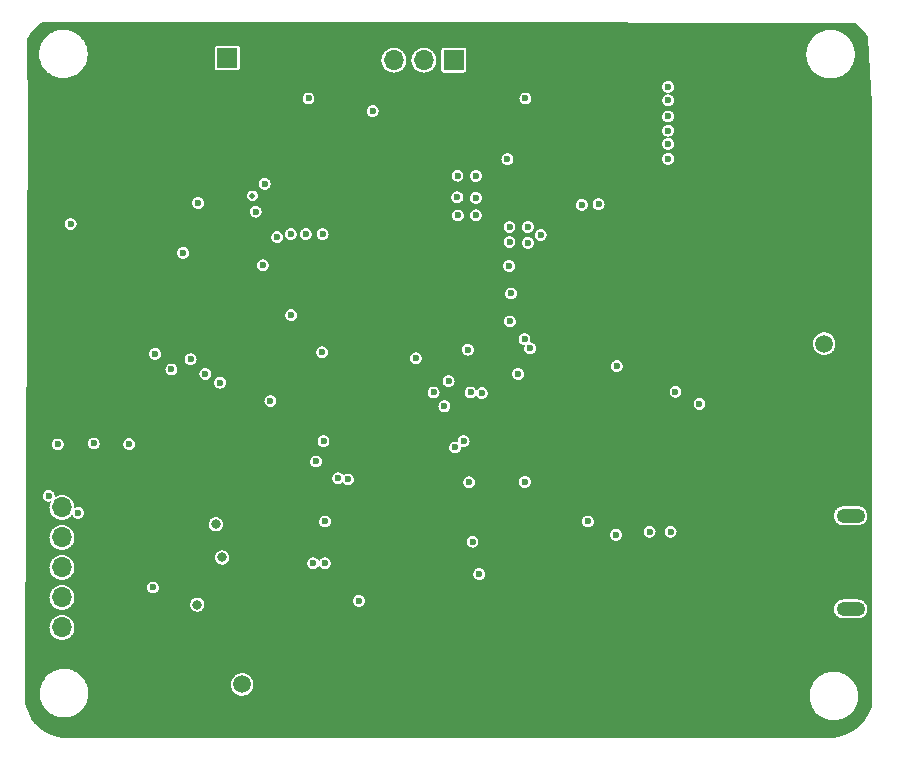
<source format=gbr>
%TF.GenerationSoftware,KiCad,Pcbnew,(6.0.2)*%
%TF.CreationDate,2022-09-17T14:06:50-08:00*%
%TF.ProjectId,HERTZ200,48455254-5a32-4303-902e-6b696361645f,VERSION 1*%
%TF.SameCoordinates,Original*%
%TF.FileFunction,Copper,L2,Inr*%
%TF.FilePolarity,Positive*%
%FSLAX46Y46*%
G04 Gerber Fmt 4.6, Leading zero omitted, Abs format (unit mm)*
G04 Created by KiCad (PCBNEW (6.0.2)) date 2022-09-17 14:06:50*
%MOMM*%
%LPD*%
G01*
G04 APERTURE LIST*
%TA.AperFunction,ComponentPad*%
%ADD10C,1.508000*%
%TD*%
%TA.AperFunction,ComponentPad*%
%ADD11C,1.920000*%
%TD*%
%TA.AperFunction,ComponentPad*%
%ADD12R,1.700000X1.700000*%
%TD*%
%TA.AperFunction,ComponentPad*%
%ADD13O,1.700000X1.700000*%
%TD*%
%TA.AperFunction,ComponentPad*%
%ADD14O,2.416000X1.208000*%
%TD*%
%TA.AperFunction,ComponentPad*%
%ADD15O,1.600000X0.800000*%
%TD*%
%TA.AperFunction,ViaPad*%
%ADD16C,0.600000*%
%TD*%
%TA.AperFunction,ViaPad*%
%ADD17C,0.800000*%
%TD*%
%TA.AperFunction,ViaPad*%
%ADD18C,0.500000*%
%TD*%
G04 APERTURE END LIST*
D10*
%TO.N,Net-(D3-Pad1)*%
%TO.C,J1*%
X98602800Y-55245000D03*
D11*
%TO.N,GND*%
X96202800Y-52845000D03*
X96202800Y-57645000D03*
X101002800Y-57645000D03*
X101002800Y-52845000D03*
%TD*%
D12*
%TO.N,GND*%
%TO.C,J4*%
X34061400Y-66573400D03*
D13*
%TO.N,+3V3*%
X34061400Y-69113400D03*
%TO.N,/STM32L431_MCU/GPIO01*%
X34061400Y-71653400D03*
%TO.N,/STM32L431_MCU/GPIO02*%
X34061400Y-74193400D03*
%TO.N,/STM32L431_MCU/GPIO03*%
X34061400Y-76733400D03*
%TO.N,/STM32L431_MCU/GPIO05*%
X34061400Y-79273400D03*
%TD*%
D12*
%TO.N,/STM32L431_MCU/SWDIO*%
%TO.C,J7*%
X67244200Y-31242000D03*
D13*
%TO.N,/STM32L431_MCU/SWCLK*%
X64704200Y-31242000D03*
%TO.N,/STM32L431_MCU/SWO*%
X62164200Y-31242000D03*
%TD*%
D12*
%TO.N,/MP2636/BATT*%
%TO.C,BT2*%
X48077200Y-31064200D03*
D13*
%TO.N,GND*%
X50617200Y-31064200D03*
%TD*%
D14*
%TO.N,Net-(J5-PadSH1)*%
%TO.C,J5*%
X100835800Y-77711600D03*
X100835800Y-69811600D03*
%TD*%
D10*
%TO.N,Net-(J3-Pad1)*%
%TO.C,J3*%
X49326800Y-84099400D03*
D11*
%TO.N,GND*%
X46926800Y-81699400D03*
X46926800Y-86499400D03*
X51726800Y-86499400D03*
X51726800Y-81699400D03*
%TD*%
D15*
%TO.N,GND*%
%TO.C,J8*%
X36609788Y-39291800D03*
X36609788Y-47931800D03*
X32809788Y-39291800D03*
X32809788Y-47931800D03*
%TD*%
D16*
%TO.N,GND*%
X89560400Y-41503600D03*
X98933000Y-49047400D03*
X79146400Y-61874400D03*
X69469000Y-38379400D03*
X54914800Y-51790600D03*
X89814400Y-78638400D03*
X46634400Y-54762400D03*
X66040000Y-68783200D03*
X32054800Y-46863000D03*
X69977000Y-49961800D03*
X82702400Y-42011600D03*
X71780400Y-69697600D03*
X42595800Y-39344600D03*
X57175400Y-80238600D03*
X96342200Y-70688200D03*
X54610000Y-84759800D03*
X46329600Y-85064600D03*
X68148200Y-51079400D03*
X40614600Y-39319200D03*
X37896800Y-31750000D03*
X91897200Y-70205600D03*
X43891200Y-44297600D03*
X101371400Y-54102000D03*
X44373800Y-54559200D03*
X47675800Y-38557200D03*
X75996800Y-43434000D03*
X50571400Y-83388200D03*
X65278000Y-69342000D03*
X58826400Y-73837800D03*
X97790000Y-48742600D03*
X45008800Y-34340800D03*
X75107800Y-43434000D03*
X52197000Y-84759800D03*
X82448400Y-74269600D03*
X32816800Y-66497200D03*
X92837000Y-51892200D03*
X47548800Y-44246800D03*
X97891600Y-53009800D03*
X46482000Y-38531800D03*
X96799400Y-48742600D03*
X96824800Y-50139600D03*
X64363600Y-66649600D03*
X100507800Y-58928000D03*
X48133000Y-87452200D03*
X50241200Y-38531800D03*
X47625000Y-64693800D03*
X50495200Y-84759800D03*
X81788000Y-65227200D03*
X96342200Y-76225400D03*
X57429400Y-77063600D03*
X52603400Y-30759400D03*
X85648800Y-43459400D03*
X35712400Y-46405800D03*
X37084000Y-34747200D03*
X33934400Y-65151000D03*
X45059600Y-33223200D03*
X45897800Y-29006800D03*
X99314000Y-53949600D03*
X96520000Y-59029600D03*
X51358800Y-51079400D03*
X53797200Y-84785200D03*
X77292200Y-37515800D03*
X76962000Y-78536800D03*
X65379600Y-66598800D03*
X50190400Y-49580800D03*
X89306400Y-43586400D03*
X51358800Y-84759800D03*
X76911200Y-80619600D03*
X54229000Y-77978000D03*
X36474400Y-57429400D03*
X56210200Y-51790600D03*
X99288600Y-50241200D03*
X55524400Y-84734400D03*
X86664800Y-71170800D03*
X39852600Y-47294800D03*
X71094600Y-74701400D03*
X65278000Y-68199000D03*
X74015600Y-50927000D03*
X76911200Y-86156800D03*
X93980000Y-42672000D03*
X42240200Y-72466200D03*
X46126400Y-83134200D03*
X95148400Y-42621200D03*
X99314000Y-53035200D03*
X33604200Y-53416200D03*
X77673200Y-67513200D03*
X95631000Y-54127400D03*
X89865200Y-80568800D03*
X70586600Y-50673000D03*
X39776400Y-50165000D03*
X97891600Y-53924200D03*
X96291400Y-80187800D03*
X76784200Y-56489600D03*
X54356000Y-60147200D03*
X76911200Y-84023200D03*
X53898800Y-83388200D03*
X90195400Y-54940200D03*
X70002400Y-56616600D03*
X57810400Y-73863200D03*
X35560000Y-40843200D03*
X42189400Y-67716400D03*
X74726800Y-70307200D03*
X52984400Y-84759800D03*
X92659200Y-50495200D03*
X82143600Y-37566600D03*
X59537600Y-50241200D03*
X53213000Y-81864200D03*
X97891600Y-51155600D03*
X56184800Y-84175600D03*
X52552600Y-29692600D03*
X50266600Y-86029800D03*
X97917000Y-52095400D03*
X101371400Y-59004200D03*
X39827200Y-48717200D03*
X64109600Y-57454800D03*
X57607200Y-51790600D03*
X35763200Y-34721800D03*
X50012600Y-54762400D03*
X92811600Y-48310800D03*
X50317400Y-80873600D03*
X58420000Y-50241200D03*
X54737000Y-83362800D03*
X45923200Y-29819600D03*
X89306400Y-42595800D03*
X31978600Y-40233600D03*
X42011600Y-29413200D03*
X60756800Y-50241200D03*
X37312600Y-33274000D03*
X54254400Y-79044800D03*
X89712800Y-83769200D03*
X34569400Y-40817800D03*
X48336200Y-80848200D03*
X96494600Y-54203600D03*
X53060600Y-83413600D03*
X87934800Y-61874400D03*
X84683600Y-68732400D03*
X100507800Y-54025800D03*
X41605200Y-39319200D03*
X97129600Y-75082400D03*
X52247800Y-83388200D03*
X50292000Y-87249000D03*
X39827200Y-34798000D03*
X66395600Y-66598800D03*
X74244200Y-43434000D03*
X96316800Y-42570400D03*
X89662000Y-85953600D03*
X51435000Y-83388200D03*
X40667700Y-79222600D03*
X95656400Y-58953400D03*
X41097200Y-34747200D03*
X32283400Y-49174400D03*
X97891600Y-50266600D03*
X58902600Y-80238600D03*
X52654200Y-31978600D03*
X69545200Y-34544000D03*
X99339400Y-52120800D03*
X33223200Y-49199800D03*
X74676000Y-71882000D03*
X72085200Y-73228200D03*
X53035200Y-60147200D03*
X48920400Y-38531800D03*
X91948000Y-71882000D03*
X92710000Y-42722800D03*
X85801200Y-61823600D03*
X100457000Y-51079400D03*
X35306000Y-39624000D03*
X51536600Y-54813200D03*
X84582000Y-43510200D03*
%TO.N,/SIM7020E/VDD_EXT*%
X68427600Y-55753000D03*
X71983600Y-53365400D03*
X71932800Y-48666400D03*
X72085200Y-51003200D03*
%TO.N,Net-(C26-Pad2)*%
X59207400Y-77012800D03*
%TO.N,Net-(D1-Pad2)*%
X73304400Y-34493200D03*
%TO.N,Net-(D2-Pad2)*%
X71780400Y-39624000D03*
D17*
%TO.N,/STM32L431_MCU/GPIO01*%
X47091600Y-70535800D03*
%TO.N,/STM32L431_MCU/GPIO02*%
X47625000Y-73355200D03*
%TO.N,/STM32L431_MCU/GPIO03*%
X45516800Y-77343000D03*
D16*
%TO.N,/STM32L431_MCU/GPIO05*%
X58268886Y-66740832D03*
%TO.N,/STM32L431_MCU/MCU_LED*%
X57454800Y-66641900D03*
X41759900Y-75895200D03*
%TO.N,/SIM7020E/NETLIGHT*%
X79502000Y-43434000D03*
%TO.N,/SIM7020E/STATUS*%
X78079600Y-43484800D03*
%TO.N,SIM7020E_UART2_RXD{slash}u_TX*%
X56210200Y-63500000D03*
X68656200Y-59385200D03*
%TO.N,SIM7020E_UART2_TXD{slash}u_RX*%
X55575200Y-65227200D03*
X69620152Y-59434752D03*
%TO.N,SIM7020E_GPIO1*%
X81051400Y-57150000D03*
X66802000Y-58420000D03*
%TO.N,SIM7020E_TXD{slash}MCU_RX*%
X66446400Y-60553600D03*
X65532000Y-59385200D03*
%TO.N,/SIM7020E/UART2_TXD*%
X88036400Y-60350400D03*
X73228200Y-54864000D03*
%TO.N,/SIM7020E/UART2_RDX*%
X73710800Y-55651400D03*
X86004400Y-59309000D03*
%TO.N,/SIM7020E/I{slash}O_SC*%
X80975200Y-71424800D03*
%TO.N,/SIM7020E/CLK_SC*%
X78587600Y-70307200D03*
%TO.N,/SIM7020E/RST_SC*%
X83820000Y-71170800D03*
%TO.N,/SIM7020E/SC_VCC*%
X85598000Y-71170800D03*
%TO.N,+3V3*%
X85394800Y-39598600D03*
X56083200Y-55981600D03*
X67538600Y-42849800D03*
X85394800Y-33502600D03*
X73507600Y-46710600D03*
X85394800Y-37211000D03*
X68529200Y-66979800D03*
X85394800Y-36017200D03*
X68834000Y-72009000D03*
X69113400Y-44373800D03*
X68072000Y-63500000D03*
X56311800Y-73837800D03*
X67589400Y-44399200D03*
X69113400Y-42900600D03*
X64033400Y-56489600D03*
X69392800Y-74752200D03*
X71958200Y-45364400D03*
X55346600Y-73837800D03*
X67564000Y-41021000D03*
X51714400Y-60096400D03*
X85394800Y-38328600D03*
X73507600Y-45364400D03*
X69113400Y-41046400D03*
X35433000Y-69570600D03*
X73253600Y-66954400D03*
X56337200Y-70307200D03*
X72694800Y-57810400D03*
X67360800Y-64033400D03*
X85394800Y-34645600D03*
X71958200Y-46634400D03*
X32943800Y-68122800D03*
X74599800Y-46050200D03*
%TO.N,Signal_VOUT*%
X43332400Y-57429400D03*
X41960800Y-56108600D03*
X47447200Y-58547000D03*
%TO.N,/MP2636/BATT*%
X60375800Y-35560000D03*
X54940200Y-34493200D03*
%TO.N,/MP2636/VIN*%
X34798000Y-45110400D03*
%TO.N,/MP2636/VCC*%
X44323000Y-47548800D03*
X45593000Y-43332400D03*
%TO.N,+5V*%
X52273200Y-46228000D03*
X56134000Y-45974000D03*
X53441600Y-45974000D03*
X54711600Y-45974000D03*
%TO.N,Net-(D10-Pad1)*%
X44958000Y-56565800D03*
X50469800Y-44069000D03*
%TO.N,Net-(D10-Pad2)*%
X33705800Y-63779400D03*
%TO.N,Net-(D11-Pad1)*%
X51231800Y-41706800D03*
X46202600Y-57810400D03*
%TO.N,Net-(D11-Pad2)*%
X39751000Y-63754000D03*
%TO.N,Net-(D12-Pad2)*%
X36753800Y-63703200D03*
D18*
%TO.N,/MP2636/VB*%
X50190400Y-42722800D03*
D16*
X51079400Y-48615600D03*
%TO.N,Net-(R49-Pad2)*%
X53467000Y-52832000D03*
%TD*%
%TA.AperFunction,Conductor*%
%TO.N,GND*%
G36*
X63039026Y-28040235D02*
G01*
X101234013Y-28098363D01*
X101250105Y-28102062D01*
X101255894Y-28105544D01*
X101299213Y-28137306D01*
X101300493Y-28138287D01*
X101435811Y-28246891D01*
X101437045Y-28247927D01*
X101553505Y-28350060D01*
X101567468Y-28362305D01*
X101568658Y-28363395D01*
X101569764Y-28364454D01*
X101693976Y-28483361D01*
X101695121Y-28484506D01*
X101808100Y-28602525D01*
X101815084Y-28609821D01*
X101816173Y-28611010D01*
X101913444Y-28721925D01*
X101930550Y-28741431D01*
X101931587Y-28742666D01*
X102017590Y-28849824D01*
X102040182Y-28877973D01*
X102041167Y-28879257D01*
X102143762Y-29019179D01*
X102144662Y-29020465D01*
X102241066Y-29164743D01*
X102241908Y-29166065D01*
X102282552Y-29233044D01*
X102306203Y-29272021D01*
X102311413Y-29287688D01*
X102311539Y-29289403D01*
X102531393Y-33681161D01*
X102655082Y-34835595D01*
X102683582Y-35101592D01*
X102683793Y-35105544D01*
X102683793Y-85856752D01*
X102681824Y-85868677D01*
X102628236Y-86026541D01*
X102627682Y-86028062D01*
X102564803Y-86189755D01*
X102564186Y-86191246D01*
X102494312Y-86350048D01*
X102493646Y-86351475D01*
X102417423Y-86506041D01*
X102416915Y-86507072D01*
X102416167Y-86508508D01*
X102332710Y-86660628D01*
X102331901Y-86662029D01*
X102311568Y-86695538D01*
X102241908Y-86810335D01*
X102241066Y-86811657D01*
X102144662Y-86955935D01*
X102143762Y-86957221D01*
X102063795Y-87066282D01*
X102041167Y-87097143D01*
X102040182Y-87098427D01*
X101931591Y-87233729D01*
X101930550Y-87234969D01*
X101816177Y-87365386D01*
X101815087Y-87366576D01*
X101706417Y-87480094D01*
X101695121Y-87491894D01*
X101693976Y-87493039D01*
X101568661Y-87613002D01*
X101567468Y-87614095D01*
X101437051Y-87728468D01*
X101435816Y-87729505D01*
X101300509Y-87838100D01*
X101299225Y-87839085D01*
X101159303Y-87941680D01*
X101158017Y-87942580D01*
X101013739Y-88038984D01*
X101012417Y-88039826D01*
X100971528Y-88064638D01*
X100864111Y-88129819D01*
X100862710Y-88130628D01*
X100710590Y-88214085D01*
X100709156Y-88214832D01*
X100553557Y-88291564D01*
X100552130Y-88292230D01*
X100393333Y-88362102D01*
X100391837Y-88362721D01*
X100230144Y-88425600D01*
X100228635Y-88426150D01*
X100064347Y-88481919D01*
X100062836Y-88482396D01*
X99896261Y-88530948D01*
X99894713Y-88531363D01*
X99799287Y-88554713D01*
X99726195Y-88572598D01*
X99724615Y-88572948D01*
X99554477Y-88606790D01*
X99552883Y-88607071D01*
X99381421Y-88633463D01*
X99379819Y-88633674D01*
X99207382Y-88652558D01*
X99205801Y-88652698D01*
X99032645Y-88664046D01*
X99031032Y-88664116D01*
X99013542Y-88664498D01*
X98865370Y-88667731D01*
X98864039Y-88667615D01*
X98864039Y-88667637D01*
X98860386Y-88667637D01*
X98856800Y-88666923D01*
X98853215Y-88667636D01*
X98851005Y-88667636D01*
X98848144Y-88667918D01*
X34683138Y-88667918D01*
X34680277Y-88667636D01*
X34678067Y-88667636D01*
X34674482Y-88666923D01*
X34670896Y-88667637D01*
X34667243Y-88667637D01*
X34667243Y-88667615D01*
X34665912Y-88667731D01*
X34517740Y-88664498D01*
X34500250Y-88664116D01*
X34498637Y-88664046D01*
X34325481Y-88652698D01*
X34323900Y-88652558D01*
X34151463Y-88633674D01*
X34149861Y-88633463D01*
X33978399Y-88607071D01*
X33976805Y-88606790D01*
X33806667Y-88572948D01*
X33805087Y-88572598D01*
X33731995Y-88554713D01*
X33636569Y-88531363D01*
X33635021Y-88530948D01*
X33468446Y-88482396D01*
X33466935Y-88481919D01*
X33302647Y-88426150D01*
X33301138Y-88425600D01*
X33139445Y-88362721D01*
X33137949Y-88362102D01*
X32979152Y-88292230D01*
X32977725Y-88291564D01*
X32822126Y-88214832D01*
X32820692Y-88214085D01*
X32668572Y-88130628D01*
X32667171Y-88129819D01*
X32559754Y-88064638D01*
X32518865Y-88039826D01*
X32517543Y-88038984D01*
X32373265Y-87942580D01*
X32371979Y-87941680D01*
X32232057Y-87839085D01*
X32230773Y-87838100D01*
X32095466Y-87729505D01*
X32094231Y-87728468D01*
X31963814Y-87614095D01*
X31962621Y-87613002D01*
X31837306Y-87493039D01*
X31836161Y-87491894D01*
X31824865Y-87480094D01*
X31716195Y-87366576D01*
X31715105Y-87365386D01*
X31600732Y-87234969D01*
X31599691Y-87233729D01*
X31491100Y-87098427D01*
X31490115Y-87097143D01*
X31420086Y-87001635D01*
X31415559Y-86993476D01*
X31402809Y-86961601D01*
X30931483Y-85783285D01*
X30928829Y-85769322D01*
X30929497Y-85636194D01*
X30933777Y-84782291D01*
X32188130Y-84782291D01*
X32188364Y-84836000D01*
X32188677Y-84907606D01*
X32188712Y-84908136D01*
X32188712Y-84908144D01*
X32196195Y-85022305D01*
X32196873Y-85032654D01*
X32196945Y-85033217D01*
X32196945Y-85033221D01*
X32210818Y-85142265D01*
X32212688Y-85156968D01*
X32212791Y-85157508D01*
X32212791Y-85157511D01*
X32233848Y-85268421D01*
X32236062Y-85280085D01*
X32245056Y-85315500D01*
X32264528Y-85392168D01*
X32266909Y-85401545D01*
X32267075Y-85402064D01*
X32267078Y-85402074D01*
X32275213Y-85427487D01*
X32305114Y-85520896D01*
X32350533Y-85637692D01*
X32350777Y-85638221D01*
X32350779Y-85638226D01*
X32365672Y-85670530D01*
X32402998Y-85751497D01*
X32462312Y-85861886D01*
X32528256Y-85968449D01*
X32528562Y-85968882D01*
X32528564Y-85968885D01*
X32564032Y-86019071D01*
X32600581Y-86070788D01*
X32679020Y-86168520D01*
X32763278Y-86261281D01*
X32763671Y-86261664D01*
X32763676Y-86261669D01*
X32841912Y-86337884D01*
X32853042Y-86348726D01*
X32853481Y-86349104D01*
X32853484Y-86349107D01*
X32880403Y-86372302D01*
X32947977Y-86430527D01*
X33047729Y-86506380D01*
X33151926Y-86576002D01*
X33260179Y-86639133D01*
X33260670Y-86639381D01*
X33260682Y-86639387D01*
X33357824Y-86688351D01*
X33372083Y-86695538D01*
X33372614Y-86695766D01*
X33372618Y-86695768D01*
X33486703Y-86744783D01*
X33486715Y-86744788D01*
X33487223Y-86745006D01*
X33487740Y-86745191D01*
X33487746Y-86745194D01*
X33535725Y-86762420D01*
X33605167Y-86787352D01*
X33605690Y-86787505D01*
X33605701Y-86787508D01*
X33642625Y-86798270D01*
X33725477Y-86822419D01*
X33726021Y-86822542D01*
X33726036Y-86822546D01*
X33847158Y-86849953D01*
X33847168Y-86849955D01*
X33847703Y-86850076D01*
X33971390Y-86870220D01*
X33971941Y-86870276D01*
X33971945Y-86870276D01*
X34015196Y-86874631D01*
X34096076Y-86882775D01*
X34131874Y-86884182D01*
X34220703Y-86887672D01*
X34220711Y-86887672D01*
X34221295Y-86887695D01*
X34261112Y-86886826D01*
X34346003Y-86884974D01*
X34346015Y-86884973D01*
X34346582Y-86884961D01*
X34347145Y-86884914D01*
X34347149Y-86884914D01*
X34470902Y-86874631D01*
X34470904Y-86874631D01*
X34471467Y-86874584D01*
X34472024Y-86874503D01*
X34472035Y-86874502D01*
X34594945Y-86856681D01*
X34594958Y-86856679D01*
X34595487Y-86856602D01*
X34596009Y-86856493D01*
X34596017Y-86856492D01*
X34639039Y-86847543D01*
X34718177Y-86831082D01*
X34718713Y-86830936D01*
X34718725Y-86830933D01*
X34838530Y-86798270D01*
X34838532Y-86798270D01*
X34839080Y-86798120D01*
X34957746Y-86757839D01*
X34958263Y-86757627D01*
X34958275Y-86757623D01*
X35073226Y-86710595D01*
X35073237Y-86710590D01*
X35073731Y-86710388D01*
X35186603Y-86655945D01*
X35200219Y-86648320D01*
X35272417Y-86607887D01*
X35295941Y-86594713D01*
X35401337Y-86526920D01*
X35462922Y-86481764D01*
X35501946Y-86453151D01*
X35501958Y-86453142D01*
X35502398Y-86452819D01*
X35598746Y-86372687D01*
X35599144Y-86372313D01*
X35599156Y-86372302D01*
X35689601Y-86287220D01*
X35690023Y-86286823D01*
X35739916Y-86233785D01*
X35775502Y-86195956D01*
X35775513Y-86195944D01*
X35775887Y-86195546D01*
X35780082Y-86190503D01*
X35855657Y-86099633D01*
X35856019Y-86099198D01*
X35856342Y-86098758D01*
X35856351Y-86098746D01*
X35909293Y-86026541D01*
X35930120Y-85998137D01*
X35937479Y-85986697D01*
X35954118Y-85960828D01*
X35997913Y-85892741D01*
X36059145Y-85783403D01*
X36113588Y-85670531D01*
X36115471Y-85665929D01*
X36160823Y-85555075D01*
X36160827Y-85555063D01*
X36161039Y-85554546D01*
X36201320Y-85435880D01*
X36224658Y-85350279D01*
X36234133Y-85315525D01*
X36234139Y-85315500D01*
X36234282Y-85314977D01*
X36259802Y-85192287D01*
X36261790Y-85178582D01*
X36277702Y-85068835D01*
X36277703Y-85068824D01*
X36277784Y-85068267D01*
X36278902Y-85054816D01*
X36288117Y-84943915D01*
X36288118Y-84943905D01*
X36288161Y-84943382D01*
X36290973Y-84836000D01*
X36287146Y-84710742D01*
X36275679Y-84585952D01*
X36256616Y-84462094D01*
X36230027Y-84339631D01*
X36196011Y-84219020D01*
X36160891Y-84118452D01*
X36154875Y-84101225D01*
X36154873Y-84101221D01*
X36154695Y-84100710D01*
X36143658Y-84074389D01*
X48371665Y-84074389D01*
X48373223Y-84159394D01*
X48373310Y-84160206D01*
X48373311Y-84160214D01*
X48379592Y-84218496D01*
X48382332Y-84243924D01*
X48382494Y-84244738D01*
X48382495Y-84244745D01*
X48391037Y-84287688D01*
X48398918Y-84327310D01*
X48422851Y-84408891D01*
X48423152Y-84409657D01*
X48423153Y-84409660D01*
X48450632Y-84479597D01*
X48453942Y-84488021D01*
X48491944Y-84564075D01*
X48536556Y-84636449D01*
X48537047Y-84637106D01*
X48537050Y-84637111D01*
X48572563Y-84684668D01*
X48587425Y-84704571D01*
X48587959Y-84705167D01*
X48587967Y-84705177D01*
X48636715Y-84759602D01*
X48644149Y-84767902D01*
X48660153Y-84782852D01*
X48701776Y-84821734D01*
X48706277Y-84825939D01*
X48706924Y-84826444D01*
X48706928Y-84826447D01*
X48719861Y-84836533D01*
X48773319Y-84878224D01*
X48773993Y-84878659D01*
X48774004Y-84878667D01*
X48819657Y-84908144D01*
X48844743Y-84924342D01*
X48845473Y-84924726D01*
X48845478Y-84924729D01*
X48919259Y-84963547D01*
X48919267Y-84963551D01*
X48919984Y-84963928D01*
X48998446Y-84996669D01*
X49079508Y-85022305D01*
X49080302Y-85022480D01*
X49080312Y-85022483D01*
X49161716Y-85040456D01*
X49161722Y-85040457D01*
X49162528Y-85040635D01*
X49163351Y-85040741D01*
X49163350Y-85040741D01*
X49240275Y-85050663D01*
X49246849Y-85051511D01*
X49247670Y-85051543D01*
X49247679Y-85051544D01*
X49330960Y-85054816D01*
X49330963Y-85054816D01*
X49331803Y-85054849D01*
X49416717Y-85050622D01*
X49500919Y-85038863D01*
X49501715Y-85038678D01*
X49501723Y-85038677D01*
X49582941Y-85019851D01*
X49582943Y-85019850D01*
X49583743Y-85019665D01*
X49590375Y-85017491D01*
X97364530Y-85017491D01*
X97364532Y-85018038D01*
X97364532Y-85018052D01*
X97364693Y-85054849D01*
X97364764Y-85071200D01*
X97365077Y-85142806D01*
X97365112Y-85143336D01*
X97365112Y-85143344D01*
X97368406Y-85193591D01*
X97373273Y-85267854D01*
X97373345Y-85268417D01*
X97373345Y-85268421D01*
X97379338Y-85315525D01*
X97389088Y-85392168D01*
X97389191Y-85392708D01*
X97389191Y-85392711D01*
X97397491Y-85436427D01*
X97412462Y-85515285D01*
X97443309Y-85636745D01*
X97443475Y-85637264D01*
X97443478Y-85637274D01*
X97461448Y-85693411D01*
X97481514Y-85756096D01*
X97526933Y-85872892D01*
X97527177Y-85873421D01*
X97527179Y-85873426D01*
X97571187Y-85968885D01*
X97579398Y-85986697D01*
X97638712Y-86097086D01*
X97704656Y-86203649D01*
X97704962Y-86204082D01*
X97704964Y-86204085D01*
X97745095Y-86260869D01*
X97776981Y-86305988D01*
X97855420Y-86403720D01*
X97939678Y-86496481D01*
X97940071Y-86496864D01*
X97940076Y-86496869D01*
X98021308Y-86576002D01*
X98029442Y-86583926D01*
X98124377Y-86665727D01*
X98224129Y-86741580D01*
X98328326Y-86811202D01*
X98436579Y-86874333D01*
X98548483Y-86930738D01*
X98549014Y-86930966D01*
X98549018Y-86930968D01*
X98663103Y-86979983D01*
X98663115Y-86979988D01*
X98663623Y-86980206D01*
X98664140Y-86980391D01*
X98664146Y-86980394D01*
X98700583Y-86993476D01*
X98781567Y-87022552D01*
X98782090Y-87022705D01*
X98782101Y-87022708D01*
X98819025Y-87033470D01*
X98901877Y-87057619D01*
X98902421Y-87057742D01*
X98902436Y-87057746D01*
X99023558Y-87085153D01*
X99023568Y-87085155D01*
X99024103Y-87085276D01*
X99147790Y-87105420D01*
X99148341Y-87105476D01*
X99148345Y-87105476D01*
X99191596Y-87109831D01*
X99272476Y-87117975D01*
X99308274Y-87119382D01*
X99397103Y-87122872D01*
X99397111Y-87122872D01*
X99397695Y-87122895D01*
X99437512Y-87122026D01*
X99522403Y-87120174D01*
X99522415Y-87120173D01*
X99522982Y-87120161D01*
X99523545Y-87120114D01*
X99523549Y-87120114D01*
X99647302Y-87109831D01*
X99647304Y-87109831D01*
X99647867Y-87109784D01*
X99648424Y-87109703D01*
X99648435Y-87109702D01*
X99771345Y-87091881D01*
X99771358Y-87091879D01*
X99771887Y-87091802D01*
X99772409Y-87091693D01*
X99772417Y-87091692D01*
X99815439Y-87082743D01*
X99894577Y-87066282D01*
X99895113Y-87066136D01*
X99895125Y-87066133D01*
X100014930Y-87033470D01*
X100014932Y-87033470D01*
X100015480Y-87033320D01*
X100134146Y-86993039D01*
X100134663Y-86992827D01*
X100134675Y-86992823D01*
X100249626Y-86945795D01*
X100249637Y-86945790D01*
X100250131Y-86945588D01*
X100363003Y-86891145D01*
X100369164Y-86887695D01*
X100436557Y-86849953D01*
X100472341Y-86829913D01*
X100551032Y-86779297D01*
X100577271Y-86762420D01*
X100577277Y-86762416D01*
X100577737Y-86762120D01*
X100639322Y-86716964D01*
X100678346Y-86688351D01*
X100678358Y-86688342D01*
X100678798Y-86688019D01*
X100726752Y-86648136D01*
X100774710Y-86608250D01*
X100774717Y-86608244D01*
X100775146Y-86607887D01*
X100775544Y-86607513D01*
X100775556Y-86607502D01*
X100866001Y-86522420D01*
X100866423Y-86522023D01*
X100880487Y-86507072D01*
X100951902Y-86431156D01*
X100951913Y-86431144D01*
X100952287Y-86430746D01*
X100967100Y-86412936D01*
X101003584Y-86369068D01*
X101032419Y-86334398D01*
X101032742Y-86333958D01*
X101032751Y-86333946D01*
X101085746Y-86261669D01*
X101106520Y-86233337D01*
X101174313Y-86127941D01*
X101235545Y-86018603D01*
X101289988Y-85905731D01*
X101295114Y-85893202D01*
X101337223Y-85790275D01*
X101337227Y-85790263D01*
X101337439Y-85789746D01*
X101377720Y-85671080D01*
X101387231Y-85636194D01*
X101410533Y-85550725D01*
X101410536Y-85550713D01*
X101410682Y-85550177D01*
X101427143Y-85471039D01*
X101436092Y-85428017D01*
X101436093Y-85428009D01*
X101436202Y-85427487D01*
X101439964Y-85401545D01*
X101454102Y-85304035D01*
X101454103Y-85304024D01*
X101454184Y-85303467D01*
X101463422Y-85192287D01*
X101464517Y-85179115D01*
X101464518Y-85179105D01*
X101464561Y-85178582D01*
X101467373Y-85071200D01*
X101463546Y-84945942D01*
X101452079Y-84821152D01*
X101433016Y-84697294D01*
X101406427Y-84574831D01*
X101403394Y-84564075D01*
X101391628Y-84522358D01*
X101372411Y-84454220D01*
X101337291Y-84353652D01*
X101331275Y-84336425D01*
X101331273Y-84336421D01*
X101331095Y-84335910D01*
X101282634Y-84220344D01*
X101227208Y-84107951D01*
X101165024Y-83999152D01*
X101158212Y-83988761D01*
X101124322Y-83937070D01*
X101096314Y-83894351D01*
X101021334Y-83793941D01*
X101019324Y-83791566D01*
X100940728Y-83698726D01*
X100940364Y-83698296D01*
X100861619Y-83616037D01*
X100854098Y-83608180D01*
X100854091Y-83608173D01*
X100853707Y-83607772D01*
X100761684Y-83522707D01*
X100704198Y-83475739D01*
X100665090Y-83443786D01*
X100665077Y-83443776D01*
X100664640Y-83443419D01*
X100562937Y-83370203D01*
X100456954Y-83303333D01*
X100436778Y-83292264D01*
X100347573Y-83243324D01*
X100347555Y-83243315D01*
X100347085Y-83243057D01*
X100308549Y-83224882D01*
X100234253Y-83189841D01*
X100234239Y-83189835D01*
X100233743Y-83189601D01*
X100136475Y-83150795D01*
X100117867Y-83143371D01*
X100117865Y-83143370D01*
X100117348Y-83143164D01*
X99998335Y-83103920D01*
X99877148Y-83072014D01*
X99754240Y-83047566D01*
X99630069Y-83030667D01*
X99505097Y-83021380D01*
X99504536Y-83021373D01*
X99504521Y-83021372D01*
X99380349Y-83019746D01*
X99380339Y-83019746D01*
X99379792Y-83019739D01*
X99379231Y-83019766D01*
X99379228Y-83019766D01*
X99317206Y-83022746D01*
X99254620Y-83025752D01*
X99223460Y-83029165D01*
X99130629Y-83039331D01*
X99130617Y-83039333D01*
X99130048Y-83039395D01*
X99006542Y-83060617D01*
X98974622Y-83068133D01*
X98885122Y-83089207D01*
X98885118Y-83089208D01*
X98884562Y-83089339D01*
X98884032Y-83089499D01*
X98884019Y-83089502D01*
X98829606Y-83105879D01*
X98764563Y-83125455D01*
X98764048Y-83125645D01*
X98764039Y-83125648D01*
X98647530Y-83168630D01*
X98647515Y-83168636D01*
X98646992Y-83168829D01*
X98532289Y-83219300D01*
X98420881Y-83276679D01*
X98313183Y-83340752D01*
X98290239Y-83356374D01*
X98231050Y-83396675D01*
X98209598Y-83411281D01*
X98110512Y-83488002D01*
X98016294Y-83570628D01*
X97927296Y-83658853D01*
X97843851Y-83752346D01*
X97843494Y-83752799D01*
X97843488Y-83752806D01*
X97769011Y-83847279D01*
X97766268Y-83850759D01*
X97694838Y-83953724D01*
X97694533Y-83954227D01*
X97635610Y-84051331D01*
X97629828Y-84060859D01*
X97571479Y-84171762D01*
X97571252Y-84172266D01*
X97571250Y-84172270D01*
X97549946Y-84219564D01*
X97520009Y-84286020D01*
X97519820Y-84286520D01*
X97519815Y-84286531D01*
X97500912Y-84336425D01*
X97475611Y-84403208D01*
X97473685Y-84409412D01*
X97438613Y-84522358D01*
X97438608Y-84522375D01*
X97438449Y-84522888D01*
X97438321Y-84523412D01*
X97438318Y-84523422D01*
X97410499Y-84637111D01*
X97408663Y-84644612D01*
X97408567Y-84645141D01*
X97408565Y-84645152D01*
X97387781Y-84760094D01*
X97386364Y-84767929D01*
X97386300Y-84768468D01*
X97386299Y-84768476D01*
X97371703Y-84891801D01*
X97371635Y-84892376D01*
X97368708Y-84943915D01*
X97365911Y-84993181D01*
X97364530Y-85017491D01*
X49590375Y-85017491D01*
X49592117Y-85016920D01*
X49663758Y-84993435D01*
X49663763Y-84993433D01*
X49664532Y-84993181D01*
X49665278Y-84992861D01*
X49665282Y-84992859D01*
X49687995Y-84983100D01*
X49742647Y-84959620D01*
X49743383Y-84959223D01*
X49743391Y-84959219D01*
X49816734Y-84919645D01*
X49816741Y-84919641D01*
X49817469Y-84919248D01*
X49888406Y-84872385D01*
X49933398Y-84836533D01*
X49954250Y-84819917D01*
X49954256Y-84819912D01*
X49954897Y-84819401D01*
X49955499Y-84818827D01*
X50015816Y-84761288D01*
X50015822Y-84761282D01*
X50016414Y-84760717D01*
X50016954Y-84760102D01*
X50016961Y-84760094D01*
X50071923Y-84697422D01*
X50072472Y-84696796D01*
X50101416Y-84657176D01*
X50122131Y-84628822D01*
X50122137Y-84628813D01*
X50122625Y-84628145D01*
X50147725Y-84586454D01*
X50166048Y-84556018D01*
X50166048Y-84556017D01*
X50166476Y-84555307D01*
X50182511Y-84522358D01*
X50203322Y-84479597D01*
X50203327Y-84479585D01*
X50203680Y-84478860D01*
X50206767Y-84470756D01*
X50232279Y-84403769D01*
X50233940Y-84399408D01*
X50247521Y-84351254D01*
X50256794Y-84318376D01*
X50256795Y-84318371D01*
X50257018Y-84317581D01*
X50262539Y-84288222D01*
X50272578Y-84234836D01*
X50272579Y-84234829D01*
X50272730Y-84234026D01*
X50280953Y-84149405D01*
X50282262Y-84099400D01*
X50278479Y-84014465D01*
X50276423Y-83999152D01*
X50267271Y-83931014D01*
X50267162Y-83930202D01*
X50261792Y-83906468D01*
X50248580Y-83848082D01*
X50248578Y-83848076D01*
X50248398Y-83847279D01*
X50241601Y-83826171D01*
X50222591Y-83767142D01*
X50222337Y-83766353D01*
X50189186Y-83688063D01*
X50177629Y-83666373D01*
X50149591Y-83613752D01*
X50149588Y-83613747D01*
X50149206Y-83613030D01*
X50146039Y-83608180D01*
X50103162Y-83542533D01*
X50103159Y-83542529D01*
X50102715Y-83541849D01*
X50067293Y-83496916D01*
X50050599Y-83475739D01*
X50050596Y-83475735D01*
X50050080Y-83475081D01*
X49991718Y-83413258D01*
X49991113Y-83412722D01*
X49991107Y-83412716D01*
X49928707Y-83357412D01*
X49928706Y-83357411D01*
X49928092Y-83356867D01*
X49859704Y-83306355D01*
X49859013Y-83305934D01*
X49859004Y-83305928D01*
X49787792Y-83262545D01*
X49787785Y-83262541D01*
X49787097Y-83262122D01*
X49764076Y-83250769D01*
X49711582Y-83224882D01*
X49711583Y-83224882D01*
X49710846Y-83224519D01*
X49631553Y-83193843D01*
X49549848Y-83170337D01*
X49549048Y-83170182D01*
X49549043Y-83170181D01*
X49467174Y-83154342D01*
X49467170Y-83154341D01*
X49466377Y-83154188D01*
X49465570Y-83154105D01*
X49465568Y-83154105D01*
X49433877Y-83150858D01*
X49381800Y-83145522D01*
X49380970Y-83145511D01*
X49380968Y-83145511D01*
X49336585Y-83144930D01*
X49296788Y-83144409D01*
X49295964Y-83144472D01*
X49295954Y-83144472D01*
X49212836Y-83150795D01*
X49212826Y-83150796D01*
X49212014Y-83150858D01*
X49211214Y-83150991D01*
X49211207Y-83150992D01*
X49170164Y-83157824D01*
X49128148Y-83164817D01*
X49127363Y-83165021D01*
X49127357Y-83165022D01*
X49046664Y-83185966D01*
X49046658Y-83185968D01*
X49045856Y-83186176D01*
X49045068Y-83186457D01*
X49045066Y-83186458D01*
X48983095Y-83208586D01*
X48965787Y-83214766D01*
X48888578Y-83250360D01*
X48887868Y-83250768D01*
X48887865Y-83250769D01*
X48815557Y-83292264D01*
X48815551Y-83292268D01*
X48814838Y-83292677D01*
X48784185Y-83314100D01*
X48745831Y-83340906D01*
X48745825Y-83340911D01*
X48745152Y-83341381D01*
X48744521Y-83341911D01*
X48744515Y-83341916D01*
X48710864Y-83370203D01*
X48680071Y-83396087D01*
X48620111Y-83456362D01*
X48619583Y-83456996D01*
X48619581Y-83456999D01*
X48569558Y-83517146D01*
X48565746Y-83521729D01*
X48565279Y-83522405D01*
X48565275Y-83522410D01*
X48552289Y-83541199D01*
X48517407Y-83591669D01*
X48475477Y-83665629D01*
X48475139Y-83666373D01*
X48451199Y-83719027D01*
X48440288Y-83743024D01*
X48412118Y-83823241D01*
X48411911Y-83824056D01*
X48405247Y-83850297D01*
X48391190Y-83905644D01*
X48391058Y-83906462D01*
X48391057Y-83906468D01*
X48378467Y-83984634D01*
X48377670Y-83989582D01*
X48375965Y-84013658D01*
X48372587Y-84061371D01*
X48371665Y-84074389D01*
X36143658Y-84074389D01*
X36106234Y-83985144D01*
X36050808Y-83872751D01*
X36038512Y-83851237D01*
X35988903Y-83764440D01*
X35988902Y-83764438D01*
X35988624Y-83763952D01*
X35981317Y-83752806D01*
X35940329Y-83690289D01*
X35919914Y-83659151D01*
X35844934Y-83558741D01*
X35814178Y-83522410D01*
X35764328Y-83463526D01*
X35763964Y-83463096D01*
X35714691Y-83411624D01*
X35677698Y-83372980D01*
X35677691Y-83372973D01*
X35677307Y-83372572D01*
X35585284Y-83287507D01*
X35508635Y-83224882D01*
X35488690Y-83208586D01*
X35488677Y-83208576D01*
X35488240Y-83208219D01*
X35386537Y-83135003D01*
X35280554Y-83068133D01*
X35243266Y-83047676D01*
X35171173Y-83008124D01*
X35171155Y-83008115D01*
X35170685Y-83007857D01*
X35120863Y-82984359D01*
X35057853Y-82954641D01*
X35057839Y-82954635D01*
X35057343Y-82954401D01*
X34940948Y-82907964D01*
X34821935Y-82868720D01*
X34700748Y-82836814D01*
X34577840Y-82812366D01*
X34453669Y-82795467D01*
X34328697Y-82786180D01*
X34328136Y-82786173D01*
X34328121Y-82786172D01*
X34203949Y-82784546D01*
X34203939Y-82784546D01*
X34203392Y-82784539D01*
X34202831Y-82784566D01*
X34202828Y-82784566D01*
X34140806Y-82787546D01*
X34078220Y-82790552D01*
X34047060Y-82793965D01*
X33954229Y-82804131D01*
X33954217Y-82804133D01*
X33953648Y-82804195D01*
X33830142Y-82825417D01*
X33782203Y-82836705D01*
X33708722Y-82854007D01*
X33708718Y-82854008D01*
X33708162Y-82854139D01*
X33707632Y-82854299D01*
X33707619Y-82854302D01*
X33639645Y-82874761D01*
X33588163Y-82890255D01*
X33587648Y-82890445D01*
X33587639Y-82890448D01*
X33471130Y-82933430D01*
X33471115Y-82933436D01*
X33470592Y-82933629D01*
X33355889Y-82984100D01*
X33244481Y-83041479D01*
X33234250Y-83047566D01*
X33139772Y-83103774D01*
X33136783Y-83105552D01*
X33103956Y-83127903D01*
X33049937Y-83164684D01*
X33033198Y-83176081D01*
X32934112Y-83252802D01*
X32839894Y-83335428D01*
X32802820Y-83372180D01*
X32778704Y-83396087D01*
X32750896Y-83423653D01*
X32667451Y-83517146D01*
X32667094Y-83517599D01*
X32667088Y-83517606D01*
X32590232Y-83615097D01*
X32589868Y-83615559D01*
X32518438Y-83718524D01*
X32453428Y-83825659D01*
X32395079Y-83936562D01*
X32394852Y-83937066D01*
X32394850Y-83937070D01*
X32354445Y-84026766D01*
X32343609Y-84050820D01*
X32343420Y-84051320D01*
X32343415Y-84051331D01*
X32317986Y-84118452D01*
X32299211Y-84168008D01*
X32297888Y-84172270D01*
X32262213Y-84287158D01*
X32262208Y-84287175D01*
X32262049Y-84287688D01*
X32261921Y-84288212D01*
X32261918Y-84288222D01*
X32232583Y-84408106D01*
X32232263Y-84409412D01*
X32232167Y-84409941D01*
X32232165Y-84409952D01*
X32211647Y-84523422D01*
X32209964Y-84532729D01*
X32209900Y-84533268D01*
X32209899Y-84533276D01*
X32205046Y-84574281D01*
X32195235Y-84657176D01*
X32192985Y-84696796D01*
X32188915Y-84768476D01*
X32188130Y-84782291D01*
X30933777Y-84782291D01*
X30961390Y-79273400D01*
X33009899Y-79273400D01*
X33013900Y-79365044D01*
X33025874Y-79455991D01*
X33045728Y-79545548D01*
X33073312Y-79633035D01*
X33073624Y-79633788D01*
X33108101Y-79717025D01*
X33108106Y-79717037D01*
X33108416Y-79717784D01*
X33150773Y-79799150D01*
X33200061Y-79876516D01*
X33255904Y-79949292D01*
X33317877Y-80016923D01*
X33385508Y-80078896D01*
X33458284Y-80134739D01*
X33535649Y-80184027D01*
X33536355Y-80184394D01*
X33536361Y-80184398D01*
X33610654Y-80223072D01*
X33617016Y-80226384D01*
X33617763Y-80226694D01*
X33617775Y-80226699D01*
X33689464Y-80256393D01*
X33701765Y-80261488D01*
X33789252Y-80289072D01*
X33878809Y-80308926D01*
X33879587Y-80309028D01*
X33879596Y-80309030D01*
X33927606Y-80315351D01*
X33969756Y-80320900D01*
X34061400Y-80324901D01*
X34153044Y-80320900D01*
X34195194Y-80315351D01*
X34243204Y-80309030D01*
X34243213Y-80309028D01*
X34243991Y-80308926D01*
X34333548Y-80289072D01*
X34421035Y-80261488D01*
X34433336Y-80256393D01*
X34505025Y-80226699D01*
X34505037Y-80226694D01*
X34505784Y-80226384D01*
X34512146Y-80223072D01*
X34586439Y-80184398D01*
X34586445Y-80184394D01*
X34587151Y-80184027D01*
X34664516Y-80134739D01*
X34737292Y-80078896D01*
X34804923Y-80016923D01*
X34866896Y-79949292D01*
X34922739Y-79876516D01*
X34972027Y-79799150D01*
X35014384Y-79717784D01*
X35014694Y-79717037D01*
X35014699Y-79717025D01*
X35049176Y-79633788D01*
X35049488Y-79633035D01*
X35077072Y-79545548D01*
X35096926Y-79455991D01*
X35108900Y-79365044D01*
X35112901Y-79273400D01*
X35108900Y-79181756D01*
X35096926Y-79090809D01*
X35077072Y-79001252D01*
X35049488Y-78913765D01*
X35044393Y-78901464D01*
X35014699Y-78829775D01*
X35014694Y-78829763D01*
X35014384Y-78829016D01*
X34972027Y-78747650D01*
X34922739Y-78670284D01*
X34866896Y-78597508D01*
X34804923Y-78529877D01*
X34737292Y-78467904D01*
X34735932Y-78466860D01*
X34665165Y-78412559D01*
X34664516Y-78412061D01*
X34639603Y-78396189D01*
X34587826Y-78363203D01*
X34587825Y-78363203D01*
X34587151Y-78362773D01*
X34586445Y-78362406D01*
X34586439Y-78362402D01*
X34506512Y-78320795D01*
X34506513Y-78320795D01*
X34505784Y-78320416D01*
X34505037Y-78320106D01*
X34505025Y-78320101D01*
X34421788Y-78285624D01*
X34421035Y-78285312D01*
X34333548Y-78257728D01*
X34243991Y-78237874D01*
X34243213Y-78237772D01*
X34243204Y-78237770D01*
X34195194Y-78231449D01*
X34153044Y-78225900D01*
X34061400Y-78221899D01*
X33969756Y-78225900D01*
X33927606Y-78231449D01*
X33879596Y-78237770D01*
X33879587Y-78237772D01*
X33878809Y-78237874D01*
X33789252Y-78257728D01*
X33701765Y-78285312D01*
X33701012Y-78285624D01*
X33617775Y-78320101D01*
X33617763Y-78320106D01*
X33617016Y-78320416D01*
X33616288Y-78320795D01*
X33536362Y-78362402D01*
X33536356Y-78362406D01*
X33535650Y-78362773D01*
X33534975Y-78363203D01*
X33484030Y-78395659D01*
X33458284Y-78412061D01*
X33457635Y-78412559D01*
X33386869Y-78466860D01*
X33385508Y-78467904D01*
X33317877Y-78529877D01*
X33255904Y-78597508D01*
X33200061Y-78670284D01*
X33150773Y-78747650D01*
X33108416Y-78829016D01*
X33108106Y-78829763D01*
X33108101Y-78829775D01*
X33078407Y-78901464D01*
X33073312Y-78913765D01*
X33045728Y-79001252D01*
X33025874Y-79090809D01*
X33013900Y-79181756D01*
X33009899Y-79273400D01*
X30961390Y-79273400D01*
X30974122Y-76733400D01*
X33009899Y-76733400D01*
X33013900Y-76825044D01*
X33017465Y-76852122D01*
X33024934Y-76908848D01*
X33025874Y-76915991D01*
X33045728Y-77005548D01*
X33073312Y-77093035D01*
X33073624Y-77093788D01*
X33108101Y-77177025D01*
X33108106Y-77177037D01*
X33108416Y-77177784D01*
X33108795Y-77178512D01*
X33148815Y-77255388D01*
X33150773Y-77259150D01*
X33151203Y-77259825D01*
X33184262Y-77311716D01*
X33200061Y-77336516D01*
X33200559Y-77337165D01*
X33244469Y-77394389D01*
X33255904Y-77409292D01*
X33317877Y-77476923D01*
X33385508Y-77538896D01*
X33386155Y-77539392D01*
X33386158Y-77539395D01*
X33425877Y-77569872D01*
X33458284Y-77594739D01*
X33535649Y-77644027D01*
X33536355Y-77644394D01*
X33536361Y-77644398D01*
X33610654Y-77683072D01*
X33617016Y-77686384D01*
X33617763Y-77686694D01*
X33617775Y-77686699D01*
X33675969Y-77710803D01*
X33701765Y-77721488D01*
X33789252Y-77749072D01*
X33878809Y-77768926D01*
X33879587Y-77769028D01*
X33879596Y-77769030D01*
X33927606Y-77775351D01*
X33969756Y-77780900D01*
X34061400Y-77784901D01*
X34153044Y-77780900D01*
X34195194Y-77775351D01*
X34243204Y-77769030D01*
X34243213Y-77769028D01*
X34243991Y-77768926D01*
X34333548Y-77749072D01*
X34421035Y-77721488D01*
X34446831Y-77710803D01*
X34505025Y-77686699D01*
X34505037Y-77686694D01*
X34505784Y-77686384D01*
X34512146Y-77683072D01*
X34586439Y-77644398D01*
X34586445Y-77644394D01*
X34587151Y-77644027D01*
X34664516Y-77594739D01*
X34696923Y-77569872D01*
X34736642Y-77539395D01*
X34736645Y-77539392D01*
X34737292Y-77538896D01*
X34804923Y-77476923D01*
X34866896Y-77409292D01*
X34878332Y-77394389D01*
X34922241Y-77337165D01*
X34922739Y-77336516D01*
X34930645Y-77324106D01*
X44915579Y-77324106D01*
X44915607Y-77325179D01*
X44915607Y-77325183D01*
X44917041Y-77379939D01*
X44917392Y-77393334D01*
X44917542Y-77394387D01*
X44917542Y-77394389D01*
X44919663Y-77409292D01*
X44927149Y-77461894D01*
X44927417Y-77462914D01*
X44927417Y-77462916D01*
X44932577Y-77482586D01*
X44944722Y-77528879D01*
X44945110Y-77529874D01*
X44964997Y-77580880D01*
X44969878Y-77593400D01*
X44986081Y-77624002D01*
X44999483Y-77649314D01*
X45002283Y-77654603D01*
X45041508Y-77711675D01*
X45042203Y-77712472D01*
X45042204Y-77712473D01*
X45079100Y-77754767D01*
X45087032Y-77763860D01*
X45087822Y-77764579D01*
X45087827Y-77764584D01*
X45137465Y-77809751D01*
X45138252Y-77810467D01*
X45194491Y-77850878D01*
X45195414Y-77851392D01*
X45195416Y-77851393D01*
X45200535Y-77854242D01*
X45255001Y-77884558D01*
X45255991Y-77884968D01*
X45255993Y-77884969D01*
X45317993Y-77910650D01*
X45317997Y-77910651D01*
X45318981Y-77911059D01*
X45320000Y-77911349D01*
X45320005Y-77911351D01*
X45376171Y-77927350D01*
X45385583Y-77930031D01*
X45386644Y-77930205D01*
X45386645Y-77930205D01*
X45452873Y-77941051D01*
X45452875Y-77941051D01*
X45453924Y-77941223D01*
X45454984Y-77941273D01*
X45522032Y-77944435D01*
X45522037Y-77944435D01*
X45523099Y-77944485D01*
X45575865Y-77940888D01*
X45591120Y-77939848D01*
X45591121Y-77939848D01*
X45592190Y-77939775D01*
X45660282Y-77927155D01*
X45726472Y-77906792D01*
X45727438Y-77906368D01*
X45727446Y-77906365D01*
X45788908Y-77879384D01*
X45789883Y-77878956D01*
X45790795Y-77878423D01*
X45790801Y-77878420D01*
X45848756Y-77844554D01*
X45849675Y-77844017D01*
X45850519Y-77843383D01*
X45850527Y-77843378D01*
X45904205Y-77803075D01*
X45904211Y-77803070D01*
X45905054Y-77802437D01*
X45955288Y-77754767D01*
X45955970Y-77753951D01*
X45955975Y-77753946D01*
X45977277Y-77728469D01*
X99426476Y-77728469D01*
X99432133Y-77808370D01*
X99432291Y-77809288D01*
X99432291Y-77809290D01*
X99445135Y-77884037D01*
X99445698Y-77887315D01*
X99445942Y-77888199D01*
X99445943Y-77888202D01*
X99460197Y-77939775D01*
X99467037Y-77964521D01*
X99495938Y-78039227D01*
X99532116Y-78110692D01*
X99532622Y-78111484D01*
X99557877Y-78151050D01*
X99575214Y-78178212D01*
X99624804Y-78241116D01*
X99680397Y-78298785D01*
X99741442Y-78350647D01*
X99742195Y-78351168D01*
X99742201Y-78351172D01*
X99758450Y-78362402D01*
X99807337Y-78396189D01*
X99877429Y-78434962D01*
X99878281Y-78435328D01*
X99878285Y-78435330D01*
X99950177Y-78466218D01*
X99950183Y-78466220D01*
X99951025Y-78466582D01*
X100027398Y-78490735D01*
X100105792Y-78507184D01*
X100106697Y-78507281D01*
X100106700Y-78507282D01*
X100184723Y-78515689D01*
X100184733Y-78515690D01*
X100185432Y-78515765D01*
X100186135Y-78515785D01*
X100186146Y-78515786D01*
X100196834Y-78516094D01*
X100196865Y-78516094D01*
X100197059Y-78516100D01*
X101459906Y-78516100D01*
X101460345Y-78516078D01*
X101460351Y-78516078D01*
X101518879Y-78513164D01*
X101518880Y-78513164D01*
X101519802Y-78513118D01*
X101599013Y-78501209D01*
X101599902Y-78500983D01*
X101599908Y-78500982D01*
X101675749Y-78481721D01*
X101675752Y-78481720D01*
X101676650Y-78481492D01*
X101751944Y-78454162D01*
X101752761Y-78453770D01*
X101752765Y-78453768D01*
X101823325Y-78419885D01*
X101824152Y-78419488D01*
X101824928Y-78419015D01*
X101824934Y-78419012D01*
X101891779Y-78378289D01*
X101892559Y-78377814D01*
X101893292Y-78377261D01*
X101955756Y-78330105D01*
X101955761Y-78330101D01*
X101956488Y-78329552D01*
X101957161Y-78328930D01*
X102014625Y-78275812D01*
X102014632Y-78275805D01*
X102015308Y-78275180D01*
X102068437Y-78215234D01*
X102115350Y-78150307D01*
X102137901Y-78111484D01*
X102155121Y-78081837D01*
X102155123Y-78081834D01*
X102155582Y-78081043D01*
X102174985Y-78038370D01*
X102188355Y-78008963D01*
X102188736Y-78008125D01*
X102210364Y-77944412D01*
X102214185Y-77933156D01*
X102214187Y-77933149D01*
X102214484Y-77932274D01*
X102215626Y-77927350D01*
X102232364Y-77855137D01*
X102232366Y-77855128D01*
X102232571Y-77854242D01*
X102232939Y-77851393D01*
X102234961Y-77835714D01*
X102242818Y-77774799D01*
X102245124Y-77694731D01*
X102239467Y-77614830D01*
X102233807Y-77581892D01*
X102226058Y-77536791D01*
X102226057Y-77536785D01*
X102225902Y-77535885D01*
X102209606Y-77476923D01*
X102204809Y-77459569D01*
X102204563Y-77458679D01*
X102185206Y-77408642D01*
X102175994Y-77384830D01*
X102175991Y-77384822D01*
X102175662Y-77383973D01*
X102139484Y-77312508D01*
X102114141Y-77272804D01*
X102096883Y-77245766D01*
X102096879Y-77245760D01*
X102096386Y-77244988D01*
X102046796Y-77182084D01*
X101991203Y-77124415D01*
X101986712Y-77120599D01*
X101933807Y-77075653D01*
X101930158Y-77072553D01*
X101929405Y-77072032D01*
X101929399Y-77072028D01*
X101890850Y-77045386D01*
X101864263Y-77027011D01*
X101794171Y-76988238D01*
X101793319Y-76987872D01*
X101793315Y-76987870D01*
X101721423Y-76956982D01*
X101721417Y-76956980D01*
X101720575Y-76956618D01*
X101644202Y-76932465D01*
X101565808Y-76916016D01*
X101564903Y-76915919D01*
X101564900Y-76915918D01*
X101486877Y-76907511D01*
X101486867Y-76907510D01*
X101486168Y-76907435D01*
X101485465Y-76907415D01*
X101485454Y-76907414D01*
X101474766Y-76907106D01*
X101474735Y-76907106D01*
X101474541Y-76907100D01*
X100211694Y-76907100D01*
X100211255Y-76907122D01*
X100211249Y-76907122D01*
X100152721Y-76910036D01*
X100152720Y-76910036D01*
X100151798Y-76910082D01*
X100072587Y-76921991D01*
X100071698Y-76922217D01*
X100071692Y-76922218D01*
X99995851Y-76941479D01*
X99995848Y-76941480D01*
X99994950Y-76941708D01*
X99919656Y-76969038D01*
X99918839Y-76969430D01*
X99918835Y-76969432D01*
X99880439Y-76987870D01*
X99847448Y-77003712D01*
X99846672Y-77004185D01*
X99846666Y-77004188D01*
X99809942Y-77026561D01*
X99779041Y-77045386D01*
X99778313Y-77045936D01*
X99778308Y-77045939D01*
X99715844Y-77093095D01*
X99715839Y-77093099D01*
X99715112Y-77093648D01*
X99714440Y-77094269D01*
X99714439Y-77094270D01*
X99656975Y-77147388D01*
X99656968Y-77147395D01*
X99656292Y-77148020D01*
X99603163Y-77207966D01*
X99556250Y-77272893D01*
X99555790Y-77273685D01*
X99555788Y-77273688D01*
X99555063Y-77274937D01*
X99516018Y-77342157D01*
X99515641Y-77342986D01*
X99515638Y-77342992D01*
X99493235Y-77392265D01*
X99482864Y-77415075D01*
X99482567Y-77415951D01*
X99457663Y-77489316D01*
X99457116Y-77490926D01*
X99456908Y-77491821D01*
X99456906Y-77491830D01*
X99446695Y-77535885D01*
X99439029Y-77568958D01*
X99428782Y-77648401D01*
X99426476Y-77728469D01*
X45977277Y-77728469D01*
X45999023Y-77702461D01*
X45999027Y-77702456D01*
X45999709Y-77701640D01*
X46000299Y-77700742D01*
X46037145Y-77644650D01*
X46037147Y-77644646D01*
X46037730Y-77643759D01*
X46068846Y-77581892D01*
X46088246Y-77528879D01*
X46092279Y-77517859D01*
X46092280Y-77517854D01*
X46092645Y-77516858D01*
X46108811Y-77449520D01*
X46117131Y-77380770D01*
X46118318Y-77343000D01*
X46118270Y-77342157D01*
X46114394Y-77274937D01*
X46114394Y-77274936D01*
X46114332Y-77273863D01*
X46102425Y-77205643D01*
X46082757Y-77139243D01*
X46076433Y-77124415D01*
X46056008Y-77076531D01*
X46055587Y-77075544D01*
X46021275Y-77015390D01*
X46019373Y-77012800D01*
X58705910Y-77012800D01*
X58705983Y-77013960D01*
X58708862Y-77059721D01*
X58709864Y-77075653D01*
X58721665Y-77137515D01*
X58741126Y-77197411D01*
X58741622Y-77198465D01*
X58763176Y-77244268D01*
X58767941Y-77254395D01*
X58768570Y-77255386D01*
X58768571Y-77255388D01*
X58771387Y-77259825D01*
X58801686Y-77307568D01*
X58802434Y-77308472D01*
X58830305Y-77342162D01*
X58841830Y-77356094D01*
X58842672Y-77356884D01*
X58842676Y-77356889D01*
X58886889Y-77398408D01*
X58887738Y-77399205D01*
X58938688Y-77436222D01*
X58939707Y-77436782D01*
X58939713Y-77436786D01*
X58977974Y-77457820D01*
X58993876Y-77466562D01*
X58994962Y-77466992D01*
X59051346Y-77489316D01*
X59051354Y-77489319D01*
X59052431Y-77489745D01*
X59113430Y-77505407D01*
X59175911Y-77513300D01*
X59238889Y-77513300D01*
X59301370Y-77505407D01*
X59362369Y-77489745D01*
X59363446Y-77489319D01*
X59363454Y-77489316D01*
X59419838Y-77466992D01*
X59420924Y-77466562D01*
X59436826Y-77457820D01*
X59475087Y-77436786D01*
X59475093Y-77436782D01*
X59476112Y-77436222D01*
X59527062Y-77399205D01*
X59527911Y-77398408D01*
X59572124Y-77356889D01*
X59572128Y-77356884D01*
X59572970Y-77356094D01*
X59584496Y-77342162D01*
X59612366Y-77308472D01*
X59613114Y-77307568D01*
X59643413Y-77259825D01*
X59646229Y-77255388D01*
X59646230Y-77255386D01*
X59646859Y-77254395D01*
X59651625Y-77244268D01*
X59673178Y-77198465D01*
X59673674Y-77197411D01*
X59693135Y-77137515D01*
X59704936Y-77075653D01*
X59705939Y-77059721D01*
X59708817Y-77013960D01*
X59708890Y-77012800D01*
X59706137Y-76969038D01*
X59705009Y-76951101D01*
X59705008Y-76951095D01*
X59704936Y-76949947D01*
X59693135Y-76888085D01*
X59673674Y-76828189D01*
X59646859Y-76771205D01*
X59645299Y-76768746D01*
X59613744Y-76719025D01*
X59613114Y-76718032D01*
X59572970Y-76669506D01*
X59572128Y-76668716D01*
X59572124Y-76668711D01*
X59527911Y-76627192D01*
X59527909Y-76627190D01*
X59527062Y-76626395D01*
X59476112Y-76589378D01*
X59475093Y-76588818D01*
X59475087Y-76588814D01*
X59421948Y-76559601D01*
X59421949Y-76559601D01*
X59420924Y-76559038D01*
X59419838Y-76558608D01*
X59363454Y-76536284D01*
X59363446Y-76536281D01*
X59362369Y-76535855D01*
X59301370Y-76520193D01*
X59238889Y-76512300D01*
X59175911Y-76512300D01*
X59113430Y-76520193D01*
X59052431Y-76535855D01*
X59051354Y-76536281D01*
X59051346Y-76536284D01*
X58994962Y-76558608D01*
X58993876Y-76559038D01*
X58992851Y-76559601D01*
X58992852Y-76559601D01*
X58939713Y-76588814D01*
X58939707Y-76588818D01*
X58938688Y-76589378D01*
X58887738Y-76626395D01*
X58886891Y-76627190D01*
X58886889Y-76627192D01*
X58842676Y-76668711D01*
X58842672Y-76668716D01*
X58841830Y-76669506D01*
X58801686Y-76718032D01*
X58801056Y-76719025D01*
X58769502Y-76768746D01*
X58767941Y-76771205D01*
X58741126Y-76828189D01*
X58721665Y-76888085D01*
X58709864Y-76949947D01*
X58709792Y-76951095D01*
X58709791Y-76951101D01*
X58708663Y-76969038D01*
X58705910Y-77012800D01*
X46019373Y-77012800D01*
X45980278Y-76959578D01*
X45977528Y-76956618D01*
X45933860Y-76909626D01*
X45933137Y-76908848D01*
X45931098Y-76907106D01*
X45908826Y-76888085D01*
X45880477Y-76863873D01*
X45822998Y-76825248D01*
X45761459Y-76793486D01*
X45696678Y-76769007D01*
X45695645Y-76768747D01*
X45695640Y-76768746D01*
X45630556Y-76752399D01*
X45629513Y-76752137D01*
X45628460Y-76751998D01*
X45628453Y-76751997D01*
X45561910Y-76743236D01*
X45561909Y-76743236D01*
X45560854Y-76743097D01*
X45559784Y-76743080D01*
X45559781Y-76743080D01*
X45520256Y-76742460D01*
X45491611Y-76742010D01*
X45490550Y-76742116D01*
X45490548Y-76742116D01*
X45423763Y-76748782D01*
X45423761Y-76748782D01*
X45422702Y-76748888D01*
X45355040Y-76763640D01*
X45289522Y-76786072D01*
X45288558Y-76786532D01*
X45288555Y-76786533D01*
X45273978Y-76793486D01*
X45227016Y-76815886D01*
X45226116Y-76816451D01*
X45226108Y-76816455D01*
X45169250Y-76852122D01*
X45169242Y-76852128D01*
X45168352Y-76852686D01*
X45167525Y-76853349D01*
X45167523Y-76853350D01*
X45122748Y-76889222D01*
X45114306Y-76895985D01*
X45065595Y-76945209D01*
X45064938Y-76946047D01*
X45064937Y-76946048D01*
X45032145Y-76987870D01*
X45022864Y-76999706D01*
X44986680Y-77058752D01*
X44986232Y-77059718D01*
X44986230Y-77059721D01*
X44970739Y-77093095D01*
X44957523Y-77121566D01*
X44957192Y-77122568D01*
X44957190Y-77122572D01*
X44956362Y-77125075D01*
X44935778Y-77187316D01*
X44921735Y-77255128D01*
X44921640Y-77256189D01*
X44921639Y-77256198D01*
X44920063Y-77273863D01*
X44915579Y-77324106D01*
X34930645Y-77324106D01*
X34938539Y-77311716D01*
X34971597Y-77259825D01*
X34972027Y-77259150D01*
X34973986Y-77255388D01*
X35014005Y-77178512D01*
X35014384Y-77177784D01*
X35014694Y-77177037D01*
X35014699Y-77177025D01*
X35049176Y-77093788D01*
X35049488Y-77093035D01*
X35077072Y-77005548D01*
X35096926Y-76915991D01*
X35097867Y-76908848D01*
X35105335Y-76852122D01*
X35108900Y-76825044D01*
X35112901Y-76733400D01*
X35108900Y-76641756D01*
X35098084Y-76559601D01*
X35097030Y-76551596D01*
X35097028Y-76551587D01*
X35096926Y-76550809D01*
X35077072Y-76461252D01*
X35049488Y-76373765D01*
X35044393Y-76361464D01*
X35014699Y-76289775D01*
X35014694Y-76289763D01*
X35014384Y-76289016D01*
X35010111Y-76280808D01*
X34972398Y-76208362D01*
X34972394Y-76208356D01*
X34972027Y-76207650D01*
X34922739Y-76130284D01*
X34921179Y-76128251D01*
X34867395Y-76058158D01*
X34867392Y-76058155D01*
X34866896Y-76057508D01*
X34804923Y-75989877D01*
X34737292Y-75927904D01*
X34694671Y-75895200D01*
X41258410Y-75895200D01*
X41262364Y-75958053D01*
X41274165Y-76019915D01*
X41293626Y-76079811D01*
X41320441Y-76136795D01*
X41354186Y-76189968D01*
X41394330Y-76238494D01*
X41395172Y-76239284D01*
X41395176Y-76239289D01*
X41439389Y-76280808D01*
X41440238Y-76281605D01*
X41491188Y-76318622D01*
X41492207Y-76319182D01*
X41492213Y-76319186D01*
X41540632Y-76345804D01*
X41546376Y-76348962D01*
X41547462Y-76349392D01*
X41603846Y-76371716D01*
X41603854Y-76371719D01*
X41604931Y-76372145D01*
X41665930Y-76387807D01*
X41728411Y-76395700D01*
X41791389Y-76395700D01*
X41853870Y-76387807D01*
X41914869Y-76372145D01*
X41915946Y-76371719D01*
X41915954Y-76371716D01*
X41972338Y-76349392D01*
X41973424Y-76348962D01*
X41979168Y-76345804D01*
X42027587Y-76319186D01*
X42027593Y-76319182D01*
X42028612Y-76318622D01*
X42079562Y-76281605D01*
X42080411Y-76280808D01*
X42124624Y-76239289D01*
X42124628Y-76239284D01*
X42125470Y-76238494D01*
X42165614Y-76189968D01*
X42199359Y-76136795D01*
X42226174Y-76079811D01*
X42245635Y-76019915D01*
X42257436Y-75958053D01*
X42261390Y-75895200D01*
X42257436Y-75832347D01*
X42247602Y-75780795D01*
X42245852Y-75771622D01*
X42245852Y-75771620D01*
X42245635Y-75770485D01*
X42226174Y-75710589D01*
X42220142Y-75697770D01*
X42199857Y-75654663D01*
X42199856Y-75654661D01*
X42199359Y-75653605D01*
X42165614Y-75600432D01*
X42125470Y-75551906D01*
X42124628Y-75551116D01*
X42124624Y-75551111D01*
X42080411Y-75509592D01*
X42080409Y-75509590D01*
X42079562Y-75508795D01*
X42028612Y-75471778D01*
X42027593Y-75471218D01*
X42027587Y-75471214D01*
X41974448Y-75442001D01*
X41974449Y-75442001D01*
X41973424Y-75441438D01*
X41972338Y-75441008D01*
X41915954Y-75418684D01*
X41915946Y-75418681D01*
X41914869Y-75418255D01*
X41853870Y-75402593D01*
X41791389Y-75394700D01*
X41728411Y-75394700D01*
X41665930Y-75402593D01*
X41604931Y-75418255D01*
X41603854Y-75418681D01*
X41603846Y-75418684D01*
X41547462Y-75441008D01*
X41546376Y-75441438D01*
X41545351Y-75442001D01*
X41545352Y-75442001D01*
X41492213Y-75471214D01*
X41492207Y-75471218D01*
X41491188Y-75471778D01*
X41440238Y-75508795D01*
X41439391Y-75509590D01*
X41439389Y-75509592D01*
X41395176Y-75551111D01*
X41395172Y-75551116D01*
X41394330Y-75551906D01*
X41354186Y-75600432D01*
X41320441Y-75653605D01*
X41319944Y-75654661D01*
X41319943Y-75654663D01*
X41299658Y-75697770D01*
X41293626Y-75710589D01*
X41274165Y-75770485D01*
X41273948Y-75771620D01*
X41273948Y-75771622D01*
X41272198Y-75780795D01*
X41262364Y-75832347D01*
X41258410Y-75895200D01*
X34694671Y-75895200D01*
X34664516Y-75872061D01*
X34587151Y-75822773D01*
X34586445Y-75822406D01*
X34586439Y-75822402D01*
X34506512Y-75780795D01*
X34506513Y-75780795D01*
X34505784Y-75780416D01*
X34505037Y-75780106D01*
X34505025Y-75780101D01*
X34421788Y-75745624D01*
X34421035Y-75745312D01*
X34333548Y-75717728D01*
X34243991Y-75697874D01*
X34243213Y-75697772D01*
X34243204Y-75697770D01*
X34195194Y-75691449D01*
X34153044Y-75685900D01*
X34061400Y-75681899D01*
X33969756Y-75685900D01*
X33927606Y-75691449D01*
X33879596Y-75697770D01*
X33879587Y-75697772D01*
X33878809Y-75697874D01*
X33789252Y-75717728D01*
X33701765Y-75745312D01*
X33701012Y-75745624D01*
X33617775Y-75780101D01*
X33617763Y-75780106D01*
X33617016Y-75780416D01*
X33616288Y-75780795D01*
X33536362Y-75822402D01*
X33536356Y-75822406D01*
X33535650Y-75822773D01*
X33534975Y-75823203D01*
X33518811Y-75833501D01*
X33458284Y-75872061D01*
X33385508Y-75927904D01*
X33317877Y-75989877D01*
X33255904Y-76057508D01*
X33255408Y-76058155D01*
X33255405Y-76058158D01*
X33201621Y-76128251D01*
X33200061Y-76130284D01*
X33150773Y-76207650D01*
X33150406Y-76208356D01*
X33150402Y-76208362D01*
X33112689Y-76280808D01*
X33108416Y-76289016D01*
X33108106Y-76289763D01*
X33108101Y-76289775D01*
X33078407Y-76361464D01*
X33073312Y-76373765D01*
X33045728Y-76461252D01*
X33025874Y-76550809D01*
X33025772Y-76551587D01*
X33025770Y-76551596D01*
X33024716Y-76559601D01*
X33013900Y-76641756D01*
X33009899Y-76733400D01*
X30974122Y-76733400D01*
X30986854Y-74193400D01*
X33009899Y-74193400D01*
X33013900Y-74285044D01*
X33017849Y-74315036D01*
X33024637Y-74366592D01*
X33025874Y-74375991D01*
X33045728Y-74465548D01*
X33073312Y-74553035D01*
X33073624Y-74553788D01*
X33108101Y-74637025D01*
X33108106Y-74637037D01*
X33108416Y-74637784D01*
X33150773Y-74719150D01*
X33200061Y-74796516D01*
X33255904Y-74869292D01*
X33317877Y-74936923D01*
X33385508Y-74998896D01*
X33386155Y-74999392D01*
X33386158Y-74999395D01*
X33448157Y-75046968D01*
X33458284Y-75054739D01*
X33535649Y-75104027D01*
X33536355Y-75104394D01*
X33536361Y-75104398D01*
X33600542Y-75137808D01*
X33617016Y-75146384D01*
X33617763Y-75146694D01*
X33617775Y-75146699D01*
X33685949Y-75174937D01*
X33701765Y-75181488D01*
X33789252Y-75209072D01*
X33878809Y-75228926D01*
X33879587Y-75229028D01*
X33879596Y-75229030D01*
X33927606Y-75235351D01*
X33969756Y-75240900D01*
X33970558Y-75240935D01*
X34052536Y-75244514D01*
X34061400Y-75244901D01*
X34070265Y-75244514D01*
X34152242Y-75240935D01*
X34153044Y-75240900D01*
X34195194Y-75235351D01*
X34243204Y-75229030D01*
X34243213Y-75229028D01*
X34243991Y-75228926D01*
X34333548Y-75209072D01*
X34421035Y-75181488D01*
X34436851Y-75174937D01*
X34505025Y-75146699D01*
X34505037Y-75146694D01*
X34505784Y-75146384D01*
X34522258Y-75137808D01*
X34586439Y-75104398D01*
X34586445Y-75104394D01*
X34587151Y-75104027D01*
X34664516Y-75054739D01*
X34674643Y-75046968D01*
X34736642Y-74999395D01*
X34736645Y-74999392D01*
X34737292Y-74998896D01*
X34804923Y-74936923D01*
X34866896Y-74869292D01*
X34922739Y-74796516D01*
X34950972Y-74752200D01*
X68891310Y-74752200D01*
X68891383Y-74753360D01*
X68894139Y-74797165D01*
X68895264Y-74815053D01*
X68907065Y-74876915D01*
X68926526Y-74936811D01*
X68953341Y-74993795D01*
X68987086Y-75046968D01*
X69027230Y-75095494D01*
X69028072Y-75096284D01*
X69028076Y-75096289D01*
X69072289Y-75137808D01*
X69073138Y-75138605D01*
X69124088Y-75175622D01*
X69125107Y-75176182D01*
X69125113Y-75176186D01*
X69173532Y-75202804D01*
X69179276Y-75205962D01*
X69180362Y-75206392D01*
X69236746Y-75228716D01*
X69236754Y-75228719D01*
X69237831Y-75229145D01*
X69298830Y-75244807D01*
X69361311Y-75252700D01*
X69424289Y-75252700D01*
X69486770Y-75244807D01*
X69547769Y-75229145D01*
X69548846Y-75228719D01*
X69548854Y-75228716D01*
X69605238Y-75206392D01*
X69606324Y-75205962D01*
X69612068Y-75202804D01*
X69660487Y-75176186D01*
X69660493Y-75176182D01*
X69661512Y-75175622D01*
X69712462Y-75138605D01*
X69713311Y-75137808D01*
X69757524Y-75096289D01*
X69757528Y-75096284D01*
X69758370Y-75095494D01*
X69798514Y-75046968D01*
X69832259Y-74993795D01*
X69859074Y-74936811D01*
X69878535Y-74876915D01*
X69890336Y-74815053D01*
X69891462Y-74797165D01*
X69894217Y-74753360D01*
X69894290Y-74752200D01*
X69893987Y-74747385D01*
X69890409Y-74690501D01*
X69890408Y-74690495D01*
X69890336Y-74689347D01*
X69878535Y-74627485D01*
X69859074Y-74567589D01*
X69832259Y-74510605D01*
X69798514Y-74457432D01*
X69758370Y-74408906D01*
X69757528Y-74408116D01*
X69757524Y-74408111D01*
X69713311Y-74366592D01*
X69713309Y-74366590D01*
X69712462Y-74365795D01*
X69674087Y-74337914D01*
X69662455Y-74329463D01*
X69662454Y-74329462D01*
X69661512Y-74328778D01*
X69660493Y-74328218D01*
X69660487Y-74328214D01*
X69607348Y-74299001D01*
X69607349Y-74299001D01*
X69606324Y-74298438D01*
X69587535Y-74290999D01*
X69548854Y-74275684D01*
X69548846Y-74275681D01*
X69547769Y-74275255D01*
X69486770Y-74259593D01*
X69424289Y-74251700D01*
X69361311Y-74251700D01*
X69298830Y-74259593D01*
X69237831Y-74275255D01*
X69236754Y-74275681D01*
X69236746Y-74275684D01*
X69198065Y-74290999D01*
X69179276Y-74298438D01*
X69178251Y-74299001D01*
X69178252Y-74299001D01*
X69125113Y-74328214D01*
X69125107Y-74328218D01*
X69124088Y-74328778D01*
X69123146Y-74329462D01*
X69123145Y-74329463D01*
X69111513Y-74337914D01*
X69073138Y-74365795D01*
X69072291Y-74366590D01*
X69072289Y-74366592D01*
X69028076Y-74408111D01*
X69028072Y-74408116D01*
X69027230Y-74408906D01*
X68987086Y-74457432D01*
X68953341Y-74510605D01*
X68926526Y-74567589D01*
X68907065Y-74627485D01*
X68895264Y-74689347D01*
X68895192Y-74690495D01*
X68895191Y-74690501D01*
X68891613Y-74747385D01*
X68891310Y-74752200D01*
X34950972Y-74752200D01*
X34972027Y-74719150D01*
X35014384Y-74637784D01*
X35014694Y-74637037D01*
X35014699Y-74637025D01*
X35049176Y-74553788D01*
X35049488Y-74553035D01*
X35077072Y-74465548D01*
X35096926Y-74375991D01*
X35098164Y-74366592D01*
X35104951Y-74315036D01*
X35108900Y-74285044D01*
X35112901Y-74193400D01*
X35112325Y-74180195D01*
X35108935Y-74102558D01*
X35108900Y-74101756D01*
X35100586Y-74038609D01*
X35097030Y-74011596D01*
X35097028Y-74011587D01*
X35096926Y-74010809D01*
X35077072Y-73921252D01*
X35049488Y-73833765D01*
X35025125Y-73774947D01*
X35014699Y-73749775D01*
X35014694Y-73749763D01*
X35014384Y-73749016D01*
X34972027Y-73667650D01*
X34933098Y-73606544D01*
X34923175Y-73590968D01*
X34923172Y-73590964D01*
X34922739Y-73590284D01*
X34866896Y-73517508D01*
X34804923Y-73449877D01*
X34737292Y-73387904D01*
X34732988Y-73384601D01*
X34670048Y-73336306D01*
X47023779Y-73336306D01*
X47023807Y-73337379D01*
X47023807Y-73337383D01*
X47024414Y-73360564D01*
X47025592Y-73405534D01*
X47035349Y-73474094D01*
X47052922Y-73541079D01*
X47054071Y-73544025D01*
X47074828Y-73597264D01*
X47078078Y-73605600D01*
X47078578Y-73606544D01*
X47103864Y-73654301D01*
X47110483Y-73666803D01*
X47149708Y-73723875D01*
X47150403Y-73724672D01*
X47150404Y-73724673D01*
X47187300Y-73766967D01*
X47195232Y-73776060D01*
X47196022Y-73776779D01*
X47196027Y-73776784D01*
X47237627Y-73814637D01*
X47246452Y-73822667D01*
X47247309Y-73823283D01*
X47247313Y-73823286D01*
X47281207Y-73847640D01*
X47302691Y-73863078D01*
X47363201Y-73896758D01*
X47364191Y-73897168D01*
X47364193Y-73897169D01*
X47426193Y-73922850D01*
X47426197Y-73922851D01*
X47427181Y-73923259D01*
X47428200Y-73923549D01*
X47428205Y-73923551D01*
X47484371Y-73939550D01*
X47493783Y-73942231D01*
X47494844Y-73942405D01*
X47494845Y-73942405D01*
X47561073Y-73953251D01*
X47561075Y-73953251D01*
X47562124Y-73953423D01*
X47563184Y-73953473D01*
X47630232Y-73956635D01*
X47630237Y-73956635D01*
X47631299Y-73956685D01*
X47684065Y-73953088D01*
X47699320Y-73952048D01*
X47699321Y-73952048D01*
X47700390Y-73951975D01*
X47768482Y-73939355D01*
X47834672Y-73918992D01*
X47835638Y-73918568D01*
X47835646Y-73918565D01*
X47897108Y-73891584D01*
X47898083Y-73891156D01*
X47898995Y-73890623D01*
X47899001Y-73890620D01*
X47956956Y-73856754D01*
X47957875Y-73856217D01*
X47958719Y-73855583D01*
X47958727Y-73855578D01*
X47982405Y-73837800D01*
X54845110Y-73837800D01*
X54845183Y-73838960D01*
X54848845Y-73897169D01*
X54849064Y-73900653D01*
X54860865Y-73962515D01*
X54880326Y-74022411D01*
X54907141Y-74079395D01*
X54940886Y-74132568D01*
X54981030Y-74181094D01*
X54981872Y-74181884D01*
X54981876Y-74181889D01*
X54993280Y-74192598D01*
X55026938Y-74224205D01*
X55064782Y-74251700D01*
X55075444Y-74259446D01*
X55077888Y-74261222D01*
X55078907Y-74261782D01*
X55078913Y-74261786D01*
X55104194Y-74275684D01*
X55133076Y-74291562D01*
X55134162Y-74291992D01*
X55190546Y-74314316D01*
X55190554Y-74314319D01*
X55191631Y-74314745D01*
X55252630Y-74330407D01*
X55315111Y-74338300D01*
X55378089Y-74338300D01*
X55440570Y-74330407D01*
X55501569Y-74314745D01*
X55502646Y-74314319D01*
X55502654Y-74314316D01*
X55559038Y-74291992D01*
X55560124Y-74291562D01*
X55589006Y-74275684D01*
X55614287Y-74261786D01*
X55614293Y-74261782D01*
X55615312Y-74261222D01*
X55617757Y-74259446D01*
X55628418Y-74251700D01*
X55666262Y-74224205D01*
X55699920Y-74192598D01*
X55711324Y-74181889D01*
X55711328Y-74181884D01*
X55712170Y-74181094D01*
X55752314Y-74132568D01*
X55786059Y-74079395D01*
X55795631Y-74059054D01*
X55805809Y-74046054D01*
X55820621Y-74038757D01*
X55837131Y-74038609D01*
X55852070Y-74045639D01*
X55862769Y-74059054D01*
X55872341Y-74079395D01*
X55906086Y-74132568D01*
X55946230Y-74181094D01*
X55947072Y-74181884D01*
X55947076Y-74181889D01*
X55958480Y-74192598D01*
X55992138Y-74224205D01*
X56029982Y-74251700D01*
X56040644Y-74259446D01*
X56043088Y-74261222D01*
X56044107Y-74261782D01*
X56044113Y-74261786D01*
X56069394Y-74275684D01*
X56098276Y-74291562D01*
X56099362Y-74291992D01*
X56155746Y-74314316D01*
X56155754Y-74314319D01*
X56156831Y-74314745D01*
X56217830Y-74330407D01*
X56280311Y-74338300D01*
X56343289Y-74338300D01*
X56405770Y-74330407D01*
X56466769Y-74314745D01*
X56467846Y-74314319D01*
X56467854Y-74314316D01*
X56524238Y-74291992D01*
X56525324Y-74291562D01*
X56554206Y-74275684D01*
X56579487Y-74261786D01*
X56579493Y-74261782D01*
X56580512Y-74261222D01*
X56582957Y-74259446D01*
X56593618Y-74251700D01*
X56631462Y-74224205D01*
X56665120Y-74192598D01*
X56676524Y-74181889D01*
X56676528Y-74181884D01*
X56677370Y-74181094D01*
X56717514Y-74132568D01*
X56751259Y-74079395D01*
X56778074Y-74022411D01*
X56797535Y-73962515D01*
X56809336Y-73900653D01*
X56809556Y-73897169D01*
X56813217Y-73838960D01*
X56813290Y-73837800D01*
X56809336Y-73774947D01*
X56797535Y-73713085D01*
X56778074Y-73653189D01*
X56751259Y-73596205D01*
X56747936Y-73590968D01*
X56718144Y-73544025D01*
X56717514Y-73543032D01*
X56677370Y-73494506D01*
X56676528Y-73493716D01*
X56676524Y-73493711D01*
X56632311Y-73452192D01*
X56632309Y-73452190D01*
X56631462Y-73451395D01*
X56580512Y-73414378D01*
X56579493Y-73413818D01*
X56579487Y-73413814D01*
X56526348Y-73384601D01*
X56526349Y-73384601D01*
X56525324Y-73384038D01*
X56524238Y-73383608D01*
X56467854Y-73361284D01*
X56467846Y-73361281D01*
X56466769Y-73360855D01*
X56405770Y-73345193D01*
X56343289Y-73337300D01*
X56280311Y-73337300D01*
X56217830Y-73345193D01*
X56156831Y-73360855D01*
X56155754Y-73361281D01*
X56155746Y-73361284D01*
X56099362Y-73383608D01*
X56098276Y-73384038D01*
X56097251Y-73384601D01*
X56097252Y-73384601D01*
X56044113Y-73413814D01*
X56044107Y-73413818D01*
X56043088Y-73414378D01*
X55992138Y-73451395D01*
X55991291Y-73452190D01*
X55991289Y-73452192D01*
X55947076Y-73493711D01*
X55947072Y-73493716D01*
X55946230Y-73494506D01*
X55906086Y-73543032D01*
X55905456Y-73544025D01*
X55875665Y-73590968D01*
X55872341Y-73596205D01*
X55871843Y-73597264D01*
X55862769Y-73616546D01*
X55852591Y-73629546D01*
X55837779Y-73636843D01*
X55821269Y-73636991D01*
X55806330Y-73629961D01*
X55795631Y-73616546D01*
X55786557Y-73597264D01*
X55786059Y-73596205D01*
X55782736Y-73590968D01*
X55752944Y-73544025D01*
X55752314Y-73543032D01*
X55712170Y-73494506D01*
X55711328Y-73493716D01*
X55711324Y-73493711D01*
X55667111Y-73452192D01*
X55667109Y-73452190D01*
X55666262Y-73451395D01*
X55615312Y-73414378D01*
X55614293Y-73413818D01*
X55614287Y-73413814D01*
X55561148Y-73384601D01*
X55561149Y-73384601D01*
X55560124Y-73384038D01*
X55559038Y-73383608D01*
X55502654Y-73361284D01*
X55502646Y-73361281D01*
X55501569Y-73360855D01*
X55440570Y-73345193D01*
X55378089Y-73337300D01*
X55315111Y-73337300D01*
X55252630Y-73345193D01*
X55191631Y-73360855D01*
X55190554Y-73361281D01*
X55190546Y-73361284D01*
X55134162Y-73383608D01*
X55133076Y-73384038D01*
X55132051Y-73384601D01*
X55132052Y-73384601D01*
X55078913Y-73413814D01*
X55078907Y-73413818D01*
X55077888Y-73414378D01*
X55026938Y-73451395D01*
X55026091Y-73452190D01*
X55026089Y-73452192D01*
X54981876Y-73493711D01*
X54981872Y-73493716D01*
X54981030Y-73494506D01*
X54940886Y-73543032D01*
X54940256Y-73544025D01*
X54910465Y-73590968D01*
X54907141Y-73596205D01*
X54880326Y-73653189D01*
X54860865Y-73713085D01*
X54849064Y-73774947D01*
X54845110Y-73837800D01*
X47982405Y-73837800D01*
X48012405Y-73815275D01*
X48012411Y-73815270D01*
X48013254Y-73814637D01*
X48063488Y-73766967D01*
X48064170Y-73766151D01*
X48064175Y-73766146D01*
X48107223Y-73714661D01*
X48107227Y-73714656D01*
X48107909Y-73713840D01*
X48138229Y-73667683D01*
X48145345Y-73656850D01*
X48145347Y-73656846D01*
X48145930Y-73655959D01*
X48177046Y-73594092D01*
X48196446Y-73541079D01*
X48200479Y-73530059D01*
X48200480Y-73530054D01*
X48200845Y-73529058D01*
X48217011Y-73461720D01*
X48225331Y-73392970D01*
X48226518Y-73355200D01*
X48222532Y-73286063D01*
X48210625Y-73217843D01*
X48190957Y-73151443D01*
X48188638Y-73146005D01*
X48164208Y-73088731D01*
X48163787Y-73087744D01*
X48129475Y-73027590D01*
X48088478Y-72971778D01*
X48075906Y-72958248D01*
X48042060Y-72921826D01*
X48041337Y-72921048D01*
X47988677Y-72876073D01*
X47931198Y-72837448D01*
X47869659Y-72805686D01*
X47804878Y-72781207D01*
X47803845Y-72780947D01*
X47803840Y-72780946D01*
X47738756Y-72764599D01*
X47737713Y-72764337D01*
X47736660Y-72764198D01*
X47736653Y-72764197D01*
X47670110Y-72755436D01*
X47670109Y-72755436D01*
X47669054Y-72755297D01*
X47667984Y-72755280D01*
X47667981Y-72755280D01*
X47628456Y-72754660D01*
X47599811Y-72754210D01*
X47598750Y-72754316D01*
X47598748Y-72754316D01*
X47531963Y-72760982D01*
X47531961Y-72760982D01*
X47530902Y-72761088D01*
X47463240Y-72775840D01*
X47397722Y-72798272D01*
X47396758Y-72798732D01*
X47396755Y-72798733D01*
X47382178Y-72805686D01*
X47335216Y-72828086D01*
X47334316Y-72828651D01*
X47334308Y-72828655D01*
X47277450Y-72864322D01*
X47277442Y-72864328D01*
X47276552Y-72864886D01*
X47275725Y-72865549D01*
X47275723Y-72865550D01*
X47263329Y-72875480D01*
X47222506Y-72908185D01*
X47173795Y-72957409D01*
X47131064Y-73011906D01*
X47094880Y-73070952D01*
X47065723Y-73133766D01*
X47065392Y-73134768D01*
X47065390Y-73134772D01*
X47061710Y-73145900D01*
X47043978Y-73199516D01*
X47029935Y-73267328D01*
X47029840Y-73268389D01*
X47029839Y-73268398D01*
X47028518Y-73283203D01*
X47023779Y-73336306D01*
X34670048Y-73336306D01*
X34665165Y-73332559D01*
X34664516Y-73332061D01*
X34587151Y-73282773D01*
X34586445Y-73282406D01*
X34586439Y-73282402D01*
X34506512Y-73240795D01*
X34506513Y-73240795D01*
X34505784Y-73240416D01*
X34505037Y-73240106D01*
X34505025Y-73240101D01*
X34421788Y-73205624D01*
X34421035Y-73205312D01*
X34333548Y-73177728D01*
X34243991Y-73157874D01*
X34243213Y-73157772D01*
X34243204Y-73157770D01*
X34187694Y-73150462D01*
X34153044Y-73145900D01*
X34061400Y-73141899D01*
X33969756Y-73145900D01*
X33935106Y-73150462D01*
X33879596Y-73157770D01*
X33879587Y-73157772D01*
X33878809Y-73157874D01*
X33789252Y-73177728D01*
X33701765Y-73205312D01*
X33701012Y-73205624D01*
X33617775Y-73240101D01*
X33617763Y-73240106D01*
X33617016Y-73240416D01*
X33616288Y-73240795D01*
X33536362Y-73282402D01*
X33536356Y-73282406D01*
X33535650Y-73282773D01*
X33458284Y-73332061D01*
X33457635Y-73332559D01*
X33389813Y-73384601D01*
X33385508Y-73387904D01*
X33317877Y-73449877D01*
X33255904Y-73517508D01*
X33200061Y-73590284D01*
X33199628Y-73590964D01*
X33199625Y-73590968D01*
X33189702Y-73606544D01*
X33150773Y-73667650D01*
X33108416Y-73749016D01*
X33108106Y-73749763D01*
X33108101Y-73749775D01*
X33097675Y-73774947D01*
X33073312Y-73833765D01*
X33045728Y-73921252D01*
X33025874Y-74010809D01*
X33025772Y-74011587D01*
X33025770Y-74011596D01*
X33022214Y-74038609D01*
X33013900Y-74101756D01*
X33013865Y-74102558D01*
X33010476Y-74180195D01*
X33009899Y-74193400D01*
X30986854Y-74193400D01*
X30999586Y-71653400D01*
X33009899Y-71653400D01*
X33009934Y-71654202D01*
X33010510Y-71667388D01*
X33013900Y-71745044D01*
X33019449Y-71787194D01*
X33024208Y-71823335D01*
X33025874Y-71835991D01*
X33045728Y-71925548D01*
X33073312Y-72013035D01*
X33073624Y-72013788D01*
X33108101Y-72097025D01*
X33108106Y-72097037D01*
X33108416Y-72097784D01*
X33150773Y-72179150D01*
X33200061Y-72256516D01*
X33255904Y-72329292D01*
X33317877Y-72396923D01*
X33385508Y-72458896D01*
X33386155Y-72459392D01*
X33386158Y-72459395D01*
X33420200Y-72485516D01*
X33458284Y-72514739D01*
X33535649Y-72564027D01*
X33536355Y-72564394D01*
X33536361Y-72564398D01*
X33610654Y-72603072D01*
X33617016Y-72606384D01*
X33617763Y-72606694D01*
X33617775Y-72606699D01*
X33689464Y-72636393D01*
X33701765Y-72641488D01*
X33789252Y-72669072D01*
X33878809Y-72688926D01*
X33879587Y-72689028D01*
X33879596Y-72689030D01*
X33927606Y-72695351D01*
X33969756Y-72700900D01*
X34061400Y-72704901D01*
X34153044Y-72700900D01*
X34195194Y-72695351D01*
X34243204Y-72689030D01*
X34243213Y-72689028D01*
X34243991Y-72688926D01*
X34333548Y-72669072D01*
X34421035Y-72641488D01*
X34433336Y-72636393D01*
X34505025Y-72606699D01*
X34505037Y-72606694D01*
X34505784Y-72606384D01*
X34512146Y-72603072D01*
X34586439Y-72564398D01*
X34586445Y-72564394D01*
X34587151Y-72564027D01*
X34664516Y-72514739D01*
X34702600Y-72485516D01*
X34736642Y-72459395D01*
X34736645Y-72459392D01*
X34737292Y-72458896D01*
X34804923Y-72396923D01*
X34866896Y-72329292D01*
X34922739Y-72256516D01*
X34972027Y-72179150D01*
X35014384Y-72097784D01*
X35014694Y-72097037D01*
X35014699Y-72097025D01*
X35049176Y-72013788D01*
X35049488Y-72013035D01*
X35050760Y-72009000D01*
X68332510Y-72009000D01*
X68336464Y-72071853D01*
X68348265Y-72133715D01*
X68367726Y-72193611D01*
X68394541Y-72250595D01*
X68395170Y-72251586D01*
X68395171Y-72251588D01*
X68398710Y-72257165D01*
X68428286Y-72303768D01*
X68468430Y-72352294D01*
X68469272Y-72353084D01*
X68469276Y-72353089D01*
X68513489Y-72394608D01*
X68514338Y-72395405D01*
X68565288Y-72432422D01*
X68566307Y-72432982D01*
X68566313Y-72432986D01*
X68612447Y-72458348D01*
X68620476Y-72462762D01*
X68621562Y-72463192D01*
X68677946Y-72485516D01*
X68677954Y-72485519D01*
X68679031Y-72485945D01*
X68740030Y-72501607D01*
X68802511Y-72509500D01*
X68865489Y-72509500D01*
X68927970Y-72501607D01*
X68988969Y-72485945D01*
X68990046Y-72485519D01*
X68990054Y-72485516D01*
X69046438Y-72463192D01*
X69047524Y-72462762D01*
X69055553Y-72458348D01*
X69101687Y-72432986D01*
X69101693Y-72432982D01*
X69102712Y-72432422D01*
X69153662Y-72395405D01*
X69154511Y-72394608D01*
X69198724Y-72353089D01*
X69198728Y-72353084D01*
X69199570Y-72352294D01*
X69239714Y-72303768D01*
X69269290Y-72257165D01*
X69272829Y-72251588D01*
X69272830Y-72251586D01*
X69273459Y-72250595D01*
X69300274Y-72193611D01*
X69319735Y-72133715D01*
X69331536Y-72071853D01*
X69335490Y-72009000D01*
X69331536Y-71946147D01*
X69319735Y-71884285D01*
X69300274Y-71824389D01*
X69273459Y-71767405D01*
X69239714Y-71714232D01*
X69204198Y-71671300D01*
X69200314Y-71666605D01*
X69200312Y-71666602D01*
X69199570Y-71665706D01*
X69198728Y-71664916D01*
X69198724Y-71664911D01*
X69154511Y-71623392D01*
X69154509Y-71623390D01*
X69153662Y-71622595D01*
X69102712Y-71585578D01*
X69101693Y-71585018D01*
X69101687Y-71585014D01*
X69048548Y-71555801D01*
X69048549Y-71555801D01*
X69047524Y-71555238D01*
X69046438Y-71554808D01*
X68990054Y-71532484D01*
X68990046Y-71532481D01*
X68988969Y-71532055D01*
X68927970Y-71516393D01*
X68865489Y-71508500D01*
X68802511Y-71508500D01*
X68740030Y-71516393D01*
X68679031Y-71532055D01*
X68677954Y-71532481D01*
X68677946Y-71532484D01*
X68621562Y-71554808D01*
X68620476Y-71555238D01*
X68619451Y-71555801D01*
X68619452Y-71555801D01*
X68566313Y-71585014D01*
X68566307Y-71585018D01*
X68565288Y-71585578D01*
X68514338Y-71622595D01*
X68513491Y-71623390D01*
X68513489Y-71623392D01*
X68469276Y-71664911D01*
X68469272Y-71664916D01*
X68468430Y-71665706D01*
X68467688Y-71666602D01*
X68467686Y-71666605D01*
X68463802Y-71671300D01*
X68428286Y-71714232D01*
X68394541Y-71767405D01*
X68367726Y-71824389D01*
X68348265Y-71884285D01*
X68336464Y-71946147D01*
X68332510Y-72009000D01*
X35050760Y-72009000D01*
X35077072Y-71925548D01*
X35096926Y-71835991D01*
X35098593Y-71823335D01*
X35103351Y-71787194D01*
X35108900Y-71745044D01*
X35112290Y-71667388D01*
X35112866Y-71654202D01*
X35112901Y-71653400D01*
X35108900Y-71561756D01*
X35096926Y-71470809D01*
X35086726Y-71424800D01*
X80473710Y-71424800D01*
X80473783Y-71425960D01*
X80476556Y-71470034D01*
X80477664Y-71487653D01*
X80489465Y-71549515D01*
X80508926Y-71609411D01*
X80509422Y-71610465D01*
X80529249Y-71652598D01*
X80535741Y-71666395D01*
X80569486Y-71719568D01*
X80570234Y-71720472D01*
X80608239Y-71766412D01*
X80609630Y-71768094D01*
X80610472Y-71768884D01*
X80610476Y-71768889D01*
X80654689Y-71810408D01*
X80655538Y-71811205D01*
X80706488Y-71848222D01*
X80707507Y-71848782D01*
X80707513Y-71848786D01*
X80755932Y-71875404D01*
X80761676Y-71878562D01*
X80762762Y-71878992D01*
X80819146Y-71901316D01*
X80819154Y-71901319D01*
X80820231Y-71901745D01*
X80881230Y-71917407D01*
X80943711Y-71925300D01*
X81006689Y-71925300D01*
X81069170Y-71917407D01*
X81130169Y-71901745D01*
X81131246Y-71901319D01*
X81131254Y-71901316D01*
X81187638Y-71878992D01*
X81188724Y-71878562D01*
X81194468Y-71875404D01*
X81242887Y-71848786D01*
X81242893Y-71848782D01*
X81243912Y-71848222D01*
X81294862Y-71811205D01*
X81295711Y-71810408D01*
X81339924Y-71768889D01*
X81339928Y-71768884D01*
X81340770Y-71768094D01*
X81342162Y-71766412D01*
X81380166Y-71720472D01*
X81380914Y-71719568D01*
X81414659Y-71666395D01*
X81421152Y-71652598D01*
X81440978Y-71610465D01*
X81441474Y-71609411D01*
X81460935Y-71549515D01*
X81472736Y-71487653D01*
X81473845Y-71470034D01*
X81476617Y-71425960D01*
X81476690Y-71424800D01*
X81474000Y-71382039D01*
X81472809Y-71363101D01*
X81472808Y-71363095D01*
X81472736Y-71361947D01*
X81460935Y-71300085D01*
X81441474Y-71240189D01*
X81414659Y-71183205D01*
X81406787Y-71170800D01*
X83318510Y-71170800D01*
X83322464Y-71233653D01*
X83322681Y-71234789D01*
X83333788Y-71293012D01*
X83334265Y-71295515D01*
X83353726Y-71355411D01*
X83380541Y-71412395D01*
X83381170Y-71413386D01*
X83381171Y-71413388D01*
X83389150Y-71425960D01*
X83414286Y-71465568D01*
X83415034Y-71466472D01*
X83449925Y-71508648D01*
X83454430Y-71514094D01*
X83455272Y-71514884D01*
X83455276Y-71514889D01*
X83497785Y-71554808D01*
X83500338Y-71557205D01*
X83551288Y-71594222D01*
X83552307Y-71594782D01*
X83552313Y-71594786D01*
X83600732Y-71621404D01*
X83606476Y-71624562D01*
X83607562Y-71624992D01*
X83663946Y-71647316D01*
X83663954Y-71647319D01*
X83665031Y-71647745D01*
X83726030Y-71663407D01*
X83788511Y-71671300D01*
X83851489Y-71671300D01*
X83913970Y-71663407D01*
X83974969Y-71647745D01*
X83976046Y-71647319D01*
X83976054Y-71647316D01*
X84032438Y-71624992D01*
X84033524Y-71624562D01*
X84039268Y-71621404D01*
X84087687Y-71594786D01*
X84087693Y-71594782D01*
X84088712Y-71594222D01*
X84139662Y-71557205D01*
X84142215Y-71554808D01*
X84184724Y-71514889D01*
X84184728Y-71514884D01*
X84185570Y-71514094D01*
X84190076Y-71508648D01*
X84224966Y-71466472D01*
X84225714Y-71465568D01*
X84250850Y-71425960D01*
X84258829Y-71413388D01*
X84258830Y-71413386D01*
X84259459Y-71412395D01*
X84286274Y-71355411D01*
X84305735Y-71295515D01*
X84306213Y-71293012D01*
X84317319Y-71234789D01*
X84317536Y-71233653D01*
X84321490Y-71170800D01*
X85096510Y-71170800D01*
X85100464Y-71233653D01*
X85100681Y-71234789D01*
X85111788Y-71293012D01*
X85112265Y-71295515D01*
X85131726Y-71355411D01*
X85158541Y-71412395D01*
X85159170Y-71413386D01*
X85159171Y-71413388D01*
X85167150Y-71425960D01*
X85192286Y-71465568D01*
X85193034Y-71466472D01*
X85227925Y-71508648D01*
X85232430Y-71514094D01*
X85233272Y-71514884D01*
X85233276Y-71514889D01*
X85275785Y-71554808D01*
X85278338Y-71557205D01*
X85329288Y-71594222D01*
X85330307Y-71594782D01*
X85330313Y-71594786D01*
X85378732Y-71621404D01*
X85384476Y-71624562D01*
X85385562Y-71624992D01*
X85441946Y-71647316D01*
X85441954Y-71647319D01*
X85443031Y-71647745D01*
X85504030Y-71663407D01*
X85566511Y-71671300D01*
X85629489Y-71671300D01*
X85691970Y-71663407D01*
X85752969Y-71647745D01*
X85754046Y-71647319D01*
X85754054Y-71647316D01*
X85810438Y-71624992D01*
X85811524Y-71624562D01*
X85817268Y-71621404D01*
X85865687Y-71594786D01*
X85865693Y-71594782D01*
X85866712Y-71594222D01*
X85917662Y-71557205D01*
X85920215Y-71554808D01*
X85962724Y-71514889D01*
X85962728Y-71514884D01*
X85963570Y-71514094D01*
X85968076Y-71508648D01*
X86002966Y-71466472D01*
X86003714Y-71465568D01*
X86028850Y-71425960D01*
X86036829Y-71413388D01*
X86036830Y-71413386D01*
X86037459Y-71412395D01*
X86064274Y-71355411D01*
X86083735Y-71295515D01*
X86084213Y-71293012D01*
X86095319Y-71234789D01*
X86095536Y-71233653D01*
X86099490Y-71170800D01*
X86097382Y-71137285D01*
X86095609Y-71109101D01*
X86095608Y-71109095D01*
X86095536Y-71107947D01*
X86086891Y-71062627D01*
X86083952Y-71047222D01*
X86083952Y-71047220D01*
X86083735Y-71046085D01*
X86064274Y-70986189D01*
X86037459Y-70929205D01*
X86025573Y-70910475D01*
X86004344Y-70877025D01*
X86003714Y-70876032D01*
X85979249Y-70846459D01*
X85964314Y-70828405D01*
X85964312Y-70828402D01*
X85963570Y-70827506D01*
X85962728Y-70826716D01*
X85962724Y-70826711D01*
X85918511Y-70785192D01*
X85918509Y-70785190D01*
X85917662Y-70784395D01*
X85866712Y-70747378D01*
X85865693Y-70746818D01*
X85865687Y-70746814D01*
X85812548Y-70717601D01*
X85812549Y-70717601D01*
X85811524Y-70717038D01*
X85810438Y-70716608D01*
X85754054Y-70694284D01*
X85754046Y-70694281D01*
X85752969Y-70693855D01*
X85691970Y-70678193D01*
X85629489Y-70670300D01*
X85566511Y-70670300D01*
X85504030Y-70678193D01*
X85443031Y-70693855D01*
X85441954Y-70694281D01*
X85441946Y-70694284D01*
X85385562Y-70716608D01*
X85384476Y-70717038D01*
X85383451Y-70717601D01*
X85383452Y-70717601D01*
X85330313Y-70746814D01*
X85330307Y-70746818D01*
X85329288Y-70747378D01*
X85278338Y-70784395D01*
X85277491Y-70785190D01*
X85277489Y-70785192D01*
X85233276Y-70826711D01*
X85233272Y-70826716D01*
X85232430Y-70827506D01*
X85231688Y-70828402D01*
X85231686Y-70828405D01*
X85216751Y-70846459D01*
X85192286Y-70876032D01*
X85191656Y-70877025D01*
X85170428Y-70910475D01*
X85158541Y-70929205D01*
X85131726Y-70986189D01*
X85112265Y-71046085D01*
X85112048Y-71047220D01*
X85112048Y-71047222D01*
X85109109Y-71062627D01*
X85100464Y-71107947D01*
X85100392Y-71109095D01*
X85100391Y-71109101D01*
X85098618Y-71137285D01*
X85096510Y-71170800D01*
X84321490Y-71170800D01*
X84319382Y-71137285D01*
X84317609Y-71109101D01*
X84317608Y-71109095D01*
X84317536Y-71107947D01*
X84308891Y-71062627D01*
X84305952Y-71047222D01*
X84305952Y-71047220D01*
X84305735Y-71046085D01*
X84286274Y-70986189D01*
X84259459Y-70929205D01*
X84247573Y-70910475D01*
X84226344Y-70877025D01*
X84225714Y-70876032D01*
X84201249Y-70846459D01*
X84186314Y-70828405D01*
X84186312Y-70828402D01*
X84185570Y-70827506D01*
X84184728Y-70826716D01*
X84184724Y-70826711D01*
X84140511Y-70785192D01*
X84140509Y-70785190D01*
X84139662Y-70784395D01*
X84088712Y-70747378D01*
X84087693Y-70746818D01*
X84087687Y-70746814D01*
X84034548Y-70717601D01*
X84034549Y-70717601D01*
X84033524Y-70717038D01*
X84032438Y-70716608D01*
X83976054Y-70694284D01*
X83976046Y-70694281D01*
X83974969Y-70693855D01*
X83913970Y-70678193D01*
X83851489Y-70670300D01*
X83788511Y-70670300D01*
X83726030Y-70678193D01*
X83665031Y-70693855D01*
X83663954Y-70694281D01*
X83663946Y-70694284D01*
X83607562Y-70716608D01*
X83606476Y-70717038D01*
X83605451Y-70717601D01*
X83605452Y-70717601D01*
X83552313Y-70746814D01*
X83552307Y-70746818D01*
X83551288Y-70747378D01*
X83500338Y-70784395D01*
X83499491Y-70785190D01*
X83499489Y-70785192D01*
X83455276Y-70826711D01*
X83455272Y-70826716D01*
X83454430Y-70827506D01*
X83453688Y-70828402D01*
X83453686Y-70828405D01*
X83438751Y-70846459D01*
X83414286Y-70876032D01*
X83413656Y-70877025D01*
X83392428Y-70910475D01*
X83380541Y-70929205D01*
X83353726Y-70986189D01*
X83334265Y-71046085D01*
X83334048Y-71047220D01*
X83334048Y-71047222D01*
X83331109Y-71062627D01*
X83322464Y-71107947D01*
X83322392Y-71109095D01*
X83322391Y-71109101D01*
X83320618Y-71137285D01*
X83318510Y-71170800D01*
X81406787Y-71170800D01*
X81385485Y-71137235D01*
X81380914Y-71130032D01*
X81361704Y-71106811D01*
X81341514Y-71082405D01*
X81341512Y-71082402D01*
X81340770Y-71081506D01*
X81339928Y-71080716D01*
X81339924Y-71080711D01*
X81295711Y-71039192D01*
X81295709Y-71039190D01*
X81294862Y-71038395D01*
X81243912Y-71001378D01*
X81242893Y-71000818D01*
X81242887Y-71000814D01*
X81189748Y-70971601D01*
X81189749Y-70971601D01*
X81188724Y-70971038D01*
X81187638Y-70970608D01*
X81131254Y-70948284D01*
X81131246Y-70948281D01*
X81130169Y-70947855D01*
X81069170Y-70932193D01*
X81006689Y-70924300D01*
X80943711Y-70924300D01*
X80881230Y-70932193D01*
X80820231Y-70947855D01*
X80819154Y-70948281D01*
X80819146Y-70948284D01*
X80762762Y-70970608D01*
X80761676Y-70971038D01*
X80760651Y-70971601D01*
X80760652Y-70971601D01*
X80707513Y-71000814D01*
X80707507Y-71000818D01*
X80706488Y-71001378D01*
X80655538Y-71038395D01*
X80654691Y-71039190D01*
X80654689Y-71039192D01*
X80610476Y-71080711D01*
X80610472Y-71080716D01*
X80609630Y-71081506D01*
X80608888Y-71082402D01*
X80608886Y-71082405D01*
X80588696Y-71106811D01*
X80569486Y-71130032D01*
X80564915Y-71137235D01*
X80543614Y-71170800D01*
X80535741Y-71183205D01*
X80508926Y-71240189D01*
X80489465Y-71300085D01*
X80477664Y-71361947D01*
X80477592Y-71363095D01*
X80477591Y-71363101D01*
X80476400Y-71382039D01*
X80473710Y-71424800D01*
X35086726Y-71424800D01*
X35077072Y-71381252D01*
X35049488Y-71293765D01*
X35027757Y-71241301D01*
X35014699Y-71209775D01*
X35014694Y-71209763D01*
X35014384Y-71209016D01*
X35001498Y-71184263D01*
X34972398Y-71128362D01*
X34972394Y-71128356D01*
X34972027Y-71127650D01*
X34922739Y-71050284D01*
X34884779Y-71000814D01*
X34867395Y-70978158D01*
X34867392Y-70978155D01*
X34866896Y-70977508D01*
X34804923Y-70909877D01*
X34767002Y-70875128D01*
X34737890Y-70848452D01*
X34737292Y-70847904D01*
X34664516Y-70792061D01*
X34655317Y-70786200D01*
X34587826Y-70743203D01*
X34587825Y-70743203D01*
X34587151Y-70742773D01*
X34586445Y-70742406D01*
X34586439Y-70742402D01*
X34506512Y-70700795D01*
X34506513Y-70700795D01*
X34505784Y-70700416D01*
X34505037Y-70700106D01*
X34505025Y-70700101D01*
X34421788Y-70665624D01*
X34421035Y-70665312D01*
X34333548Y-70637728D01*
X34243991Y-70617874D01*
X34243213Y-70617772D01*
X34243204Y-70617770D01*
X34195194Y-70611449D01*
X34153044Y-70605900D01*
X34083687Y-70602872D01*
X34062202Y-70601934D01*
X34061400Y-70601899D01*
X34060598Y-70601934D01*
X34039113Y-70602872D01*
X33969756Y-70605900D01*
X33927606Y-70611449D01*
X33879596Y-70617770D01*
X33879587Y-70617772D01*
X33878809Y-70617874D01*
X33789252Y-70637728D01*
X33701765Y-70665312D01*
X33701012Y-70665624D01*
X33617775Y-70700101D01*
X33617763Y-70700106D01*
X33617016Y-70700416D01*
X33616288Y-70700795D01*
X33536362Y-70742402D01*
X33536356Y-70742406D01*
X33535650Y-70742773D01*
X33534975Y-70743203D01*
X33470253Y-70784436D01*
X33458284Y-70792061D01*
X33385508Y-70847904D01*
X33384910Y-70848452D01*
X33355799Y-70875128D01*
X33317877Y-70909877D01*
X33255904Y-70977508D01*
X33255408Y-70978155D01*
X33255405Y-70978158D01*
X33238021Y-71000814D01*
X33200061Y-71050284D01*
X33150773Y-71127650D01*
X33150406Y-71128356D01*
X33150402Y-71128362D01*
X33121302Y-71184263D01*
X33108416Y-71209016D01*
X33108106Y-71209763D01*
X33108101Y-71209775D01*
X33095043Y-71241301D01*
X33073312Y-71293765D01*
X33045728Y-71381252D01*
X33025874Y-71470809D01*
X33013900Y-71561756D01*
X33009899Y-71653400D01*
X30999586Y-71653400D01*
X31005283Y-70516906D01*
X46490379Y-70516906D01*
X46490407Y-70517979D01*
X46490407Y-70517983D01*
X46491186Y-70547737D01*
X46492192Y-70586134D01*
X46492342Y-70587187D01*
X46492342Y-70587189D01*
X46497008Y-70619973D01*
X46501949Y-70654694D01*
X46502217Y-70655714D01*
X46502217Y-70655716D01*
X46504816Y-70665624D01*
X46519522Y-70721679D01*
X46519910Y-70722674D01*
X46543877Y-70784145D01*
X46544678Y-70786200D01*
X46577083Y-70847403D01*
X46616308Y-70904475D01*
X46617003Y-70905272D01*
X46617004Y-70905273D01*
X46653900Y-70947567D01*
X46661832Y-70956660D01*
X46662622Y-70957379D01*
X46662627Y-70957384D01*
X46704227Y-70995237D01*
X46713052Y-71003267D01*
X46769291Y-71043678D01*
X46829801Y-71077358D01*
X46830791Y-71077768D01*
X46830793Y-71077769D01*
X46892793Y-71103450D01*
X46892797Y-71103451D01*
X46893781Y-71103859D01*
X46894800Y-71104149D01*
X46894805Y-71104151D01*
X46950971Y-71120150D01*
X46960383Y-71122831D01*
X46961444Y-71123005D01*
X46961445Y-71123005D01*
X47027673Y-71133851D01*
X47027675Y-71133851D01*
X47028724Y-71134023D01*
X47029784Y-71134073D01*
X47096832Y-71137235D01*
X47096837Y-71137235D01*
X47097899Y-71137285D01*
X47150665Y-71133688D01*
X47165920Y-71132648D01*
X47165921Y-71132648D01*
X47166990Y-71132575D01*
X47235082Y-71119955D01*
X47301272Y-71099592D01*
X47302238Y-71099168D01*
X47302246Y-71099165D01*
X47363708Y-71072184D01*
X47364683Y-71071756D01*
X47365595Y-71071223D01*
X47365601Y-71071220D01*
X47423556Y-71037354D01*
X47424475Y-71036817D01*
X47425319Y-71036183D01*
X47425327Y-71036178D01*
X47479005Y-70995875D01*
X47479011Y-70995870D01*
X47479854Y-70995237D01*
X47530088Y-70947567D01*
X47530770Y-70946751D01*
X47530775Y-70946746D01*
X47573823Y-70895261D01*
X47573827Y-70895256D01*
X47574509Y-70894440D01*
X47612530Y-70836559D01*
X47643646Y-70774692D01*
X47663046Y-70721679D01*
X47667079Y-70710659D01*
X47667080Y-70710654D01*
X47667445Y-70709658D01*
X47683611Y-70642320D01*
X47691931Y-70573570D01*
X47693118Y-70535800D01*
X47692201Y-70519885D01*
X47689194Y-70467737D01*
X47689194Y-70467736D01*
X47689132Y-70466663D01*
X47677225Y-70398443D01*
X47660444Y-70341790D01*
X47657860Y-70333065D01*
X47657858Y-70333061D01*
X47657557Y-70332043D01*
X47650447Y-70315372D01*
X47646961Y-70307200D01*
X55835710Y-70307200D01*
X55835783Y-70308360D01*
X55837844Y-70341116D01*
X55839664Y-70370053D01*
X55841584Y-70380116D01*
X55850896Y-70428930D01*
X55851465Y-70431915D01*
X55870926Y-70491811D01*
X55871422Y-70492865D01*
X55892017Y-70536630D01*
X55897741Y-70548795D01*
X55898370Y-70549786D01*
X55898371Y-70549788D01*
X55912936Y-70572739D01*
X55931486Y-70601968D01*
X55971630Y-70650494D01*
X55972472Y-70651284D01*
X55972476Y-70651289D01*
X56001126Y-70678193D01*
X56017538Y-70693605D01*
X56068488Y-70730622D01*
X56069507Y-70731182D01*
X56069513Y-70731186D01*
X56097941Y-70746814D01*
X56123676Y-70760962D01*
X56124762Y-70761392D01*
X56181146Y-70783716D01*
X56181154Y-70783719D01*
X56182231Y-70784145D01*
X56243230Y-70799807D01*
X56305711Y-70807700D01*
X56368689Y-70807700D01*
X56431170Y-70799807D01*
X56492169Y-70784145D01*
X56493246Y-70783719D01*
X56493254Y-70783716D01*
X56549638Y-70761392D01*
X56550724Y-70760962D01*
X56576459Y-70746814D01*
X56604887Y-70731186D01*
X56604893Y-70731182D01*
X56605912Y-70730622D01*
X56656862Y-70693605D01*
X56673274Y-70678193D01*
X56701924Y-70651289D01*
X56701928Y-70651284D01*
X56702770Y-70650494D01*
X56742914Y-70601968D01*
X56761464Y-70572739D01*
X56776029Y-70549788D01*
X56776030Y-70549786D01*
X56776659Y-70548795D01*
X56782384Y-70536630D01*
X56802978Y-70492865D01*
X56803474Y-70491811D01*
X56822935Y-70431915D01*
X56823505Y-70428930D01*
X56832816Y-70380116D01*
X56834736Y-70370053D01*
X56836557Y-70341116D01*
X56838617Y-70308360D01*
X56838690Y-70307200D01*
X78086110Y-70307200D01*
X78086183Y-70308360D01*
X78088244Y-70341116D01*
X78090064Y-70370053D01*
X78091984Y-70380116D01*
X78101296Y-70428930D01*
X78101865Y-70431915D01*
X78121326Y-70491811D01*
X78121822Y-70492865D01*
X78142417Y-70536630D01*
X78148141Y-70548795D01*
X78148770Y-70549786D01*
X78148771Y-70549788D01*
X78163336Y-70572739D01*
X78181886Y-70601968D01*
X78222030Y-70650494D01*
X78222872Y-70651284D01*
X78222876Y-70651289D01*
X78251526Y-70678193D01*
X78267938Y-70693605D01*
X78318888Y-70730622D01*
X78319907Y-70731182D01*
X78319913Y-70731186D01*
X78348341Y-70746814D01*
X78374076Y-70760962D01*
X78375162Y-70761392D01*
X78431546Y-70783716D01*
X78431554Y-70783719D01*
X78432631Y-70784145D01*
X78493630Y-70799807D01*
X78556111Y-70807700D01*
X78619089Y-70807700D01*
X78681570Y-70799807D01*
X78742569Y-70784145D01*
X78743646Y-70783719D01*
X78743654Y-70783716D01*
X78800038Y-70761392D01*
X78801124Y-70760962D01*
X78826859Y-70746814D01*
X78855287Y-70731186D01*
X78855293Y-70731182D01*
X78856312Y-70730622D01*
X78907262Y-70693605D01*
X78923674Y-70678193D01*
X78952324Y-70651289D01*
X78952328Y-70651284D01*
X78953170Y-70650494D01*
X78993314Y-70601968D01*
X79011864Y-70572739D01*
X79026429Y-70549788D01*
X79026430Y-70549786D01*
X79027059Y-70548795D01*
X79032784Y-70536630D01*
X79053378Y-70492865D01*
X79053874Y-70491811D01*
X79073335Y-70431915D01*
X79073905Y-70428930D01*
X79083216Y-70380116D01*
X79085136Y-70370053D01*
X79086957Y-70341116D01*
X79089017Y-70308360D01*
X79089090Y-70307200D01*
X79087312Y-70278932D01*
X79085209Y-70245501D01*
X79085208Y-70245495D01*
X79085136Y-70244347D01*
X79073335Y-70182485D01*
X79053874Y-70122589D01*
X79044020Y-70101648D01*
X79027557Y-70066663D01*
X79027556Y-70066661D01*
X79027059Y-70065605D01*
X79025631Y-70063354D01*
X79000528Y-70023799D01*
X78993314Y-70012432D01*
X78972536Y-69987315D01*
X78953914Y-69964805D01*
X78953912Y-69964802D01*
X78953170Y-69963906D01*
X78952328Y-69963116D01*
X78952324Y-69963111D01*
X78908111Y-69921592D01*
X78908109Y-69921590D01*
X78907262Y-69920795D01*
X78856312Y-69883778D01*
X78855293Y-69883218D01*
X78855287Y-69883214D01*
X78802148Y-69854001D01*
X78802149Y-69854001D01*
X78801124Y-69853438D01*
X78800038Y-69853008D01*
X78743654Y-69830684D01*
X78743646Y-69830681D01*
X78742569Y-69830255D01*
X78735613Y-69828469D01*
X99426476Y-69828469D01*
X99432133Y-69908370D01*
X99432291Y-69909288D01*
X99432291Y-69909290D01*
X99445457Y-69985911D01*
X99445698Y-69987315D01*
X99445942Y-69988199D01*
X99445943Y-69988202D01*
X99454057Y-70017560D01*
X99467037Y-70064521D01*
X99481338Y-70101488D01*
X99495467Y-70138009D01*
X99495938Y-70139227D01*
X99532116Y-70210692D01*
X99532622Y-70211484D01*
X99568322Y-70267414D01*
X99575214Y-70278212D01*
X99624804Y-70341116D01*
X99680397Y-70398785D01*
X99681087Y-70399371D01*
X99681091Y-70399375D01*
X99739501Y-70448998D01*
X99741442Y-70450647D01*
X99742195Y-70451168D01*
X99742201Y-70451172D01*
X99763083Y-70465604D01*
X99807337Y-70496189D01*
X99877429Y-70534962D01*
X99878281Y-70535328D01*
X99878285Y-70535330D01*
X99950177Y-70566218D01*
X99950183Y-70566220D01*
X99951025Y-70566582D01*
X100027398Y-70590735D01*
X100105792Y-70607184D01*
X100106697Y-70607281D01*
X100106700Y-70607282D01*
X100184723Y-70615689D01*
X100184733Y-70615690D01*
X100185432Y-70615765D01*
X100186135Y-70615785D01*
X100186146Y-70615786D01*
X100196834Y-70616094D01*
X100196865Y-70616094D01*
X100197059Y-70616100D01*
X101459906Y-70616100D01*
X101460345Y-70616078D01*
X101460351Y-70616078D01*
X101518879Y-70613164D01*
X101518880Y-70613164D01*
X101519802Y-70613118D01*
X101599013Y-70601209D01*
X101599902Y-70600983D01*
X101599908Y-70600982D01*
X101675749Y-70581721D01*
X101675752Y-70581720D01*
X101676650Y-70581492D01*
X101751944Y-70554162D01*
X101752761Y-70553770D01*
X101752765Y-70553768D01*
X101823325Y-70519885D01*
X101824152Y-70519488D01*
X101824928Y-70519015D01*
X101824934Y-70519012D01*
X101891779Y-70478289D01*
X101892559Y-70477814D01*
X101893292Y-70477261D01*
X101955756Y-70430105D01*
X101955761Y-70430101D01*
X101956488Y-70429552D01*
X101991252Y-70397417D01*
X102014625Y-70375812D01*
X102014632Y-70375805D01*
X102015308Y-70375180D01*
X102068437Y-70315234D01*
X102115350Y-70250307D01*
X102137901Y-70211484D01*
X102155121Y-70181837D01*
X102155123Y-70181834D01*
X102155582Y-70181043D01*
X102162922Y-70164901D01*
X102188355Y-70108963D01*
X102188736Y-70108125D01*
X102202798Y-70066699D01*
X102214185Y-70033156D01*
X102214187Y-70033149D01*
X102214484Y-70032274D01*
X102216219Y-70024792D01*
X102232364Y-69955137D01*
X102232366Y-69955128D01*
X102232571Y-69954242D01*
X102242818Y-69874799D01*
X102245124Y-69794731D01*
X102239467Y-69714830D01*
X102239309Y-69713910D01*
X102226058Y-69636791D01*
X102226057Y-69636785D01*
X102225902Y-69635885D01*
X102204563Y-69558679D01*
X102175662Y-69483973D01*
X102139484Y-69412508D01*
X102114198Y-69372893D01*
X102096883Y-69345766D01*
X102096879Y-69345760D01*
X102096386Y-69344988D01*
X102046796Y-69282084D01*
X101991203Y-69224415D01*
X101930158Y-69172553D01*
X101929405Y-69172032D01*
X101929399Y-69172028D01*
X101893126Y-69146959D01*
X101864263Y-69127011D01*
X101846891Y-69117401D01*
X101838208Y-69112598D01*
X101794171Y-69088238D01*
X101793319Y-69087872D01*
X101793315Y-69087870D01*
X101721423Y-69056982D01*
X101721417Y-69056980D01*
X101720575Y-69056618D01*
X101644202Y-69032465D01*
X101565808Y-69016016D01*
X101564903Y-69015919D01*
X101564900Y-69015918D01*
X101486877Y-69007511D01*
X101486867Y-69007510D01*
X101486168Y-69007435D01*
X101485465Y-69007415D01*
X101485454Y-69007414D01*
X101474766Y-69007106D01*
X101474735Y-69007106D01*
X101474541Y-69007100D01*
X100211694Y-69007100D01*
X100211255Y-69007122D01*
X100211249Y-69007122D01*
X100152721Y-69010036D01*
X100152720Y-69010036D01*
X100151798Y-69010082D01*
X100072587Y-69021991D01*
X100071698Y-69022217D01*
X100071692Y-69022218D01*
X99995851Y-69041479D01*
X99995848Y-69041480D01*
X99994950Y-69041708D01*
X99919656Y-69069038D01*
X99918839Y-69069430D01*
X99918835Y-69069432D01*
X99917444Y-69070100D01*
X99847448Y-69103712D01*
X99846672Y-69104185D01*
X99846666Y-69104188D01*
X99815941Y-69122906D01*
X99779041Y-69145386D01*
X99778313Y-69145936D01*
X99778308Y-69145939D01*
X99715844Y-69193095D01*
X99715839Y-69193099D01*
X99715112Y-69193648D01*
X99714440Y-69194269D01*
X99714439Y-69194270D01*
X99656975Y-69247388D01*
X99656968Y-69247395D01*
X99656292Y-69248020D01*
X99603163Y-69307966D01*
X99556250Y-69372893D01*
X99555790Y-69373685D01*
X99555788Y-69373688D01*
X99532752Y-69413348D01*
X99516018Y-69442157D01*
X99515641Y-69442986D01*
X99515638Y-69442992D01*
X99486712Y-69506611D01*
X99482864Y-69515075D01*
X99482567Y-69515951D01*
X99464410Y-69569440D01*
X99457116Y-69590926D01*
X99456908Y-69591821D01*
X99456906Y-69591830D01*
X99439236Y-69668063D01*
X99439029Y-69668958D01*
X99428782Y-69748401D01*
X99426476Y-69828469D01*
X78735613Y-69828469D01*
X78681570Y-69814593D01*
X78619089Y-69806700D01*
X78556111Y-69806700D01*
X78493630Y-69814593D01*
X78432631Y-69830255D01*
X78431554Y-69830681D01*
X78431546Y-69830684D01*
X78375162Y-69853008D01*
X78374076Y-69853438D01*
X78373051Y-69854001D01*
X78373052Y-69854001D01*
X78319913Y-69883214D01*
X78319907Y-69883218D01*
X78318888Y-69883778D01*
X78267938Y-69920795D01*
X78267091Y-69921590D01*
X78267089Y-69921592D01*
X78222876Y-69963111D01*
X78222872Y-69963116D01*
X78222030Y-69963906D01*
X78221288Y-69964802D01*
X78221286Y-69964805D01*
X78202664Y-69987315D01*
X78181886Y-70012432D01*
X78174672Y-70023799D01*
X78149570Y-70063354D01*
X78148141Y-70065605D01*
X78147644Y-70066661D01*
X78147643Y-70066663D01*
X78131180Y-70101648D01*
X78121326Y-70122589D01*
X78101865Y-70182485D01*
X78090064Y-70244347D01*
X78089992Y-70245495D01*
X78089991Y-70245501D01*
X78087888Y-70278932D01*
X78086110Y-70307200D01*
X56838690Y-70307200D01*
X56836912Y-70278932D01*
X56834809Y-70245501D01*
X56834808Y-70245495D01*
X56834736Y-70244347D01*
X56822935Y-70182485D01*
X56803474Y-70122589D01*
X56793620Y-70101648D01*
X56777157Y-70066663D01*
X56777156Y-70066661D01*
X56776659Y-70065605D01*
X56775231Y-70063354D01*
X56750128Y-70023799D01*
X56742914Y-70012432D01*
X56722136Y-69987315D01*
X56703514Y-69964805D01*
X56703512Y-69964802D01*
X56702770Y-69963906D01*
X56701928Y-69963116D01*
X56701924Y-69963111D01*
X56657711Y-69921592D01*
X56657709Y-69921590D01*
X56656862Y-69920795D01*
X56605912Y-69883778D01*
X56604893Y-69883218D01*
X56604887Y-69883214D01*
X56551748Y-69854001D01*
X56551749Y-69854001D01*
X56550724Y-69853438D01*
X56549638Y-69853008D01*
X56493254Y-69830684D01*
X56493246Y-69830681D01*
X56492169Y-69830255D01*
X56431170Y-69814593D01*
X56368689Y-69806700D01*
X56305711Y-69806700D01*
X56243230Y-69814593D01*
X56182231Y-69830255D01*
X56181154Y-69830681D01*
X56181146Y-69830684D01*
X56124762Y-69853008D01*
X56123676Y-69853438D01*
X56122651Y-69854001D01*
X56122652Y-69854001D01*
X56069513Y-69883214D01*
X56069507Y-69883218D01*
X56068488Y-69883778D01*
X56017538Y-69920795D01*
X56016691Y-69921590D01*
X56016689Y-69921592D01*
X55972476Y-69963111D01*
X55972472Y-69963116D01*
X55971630Y-69963906D01*
X55970888Y-69964802D01*
X55970886Y-69964805D01*
X55952264Y-69987315D01*
X55931486Y-70012432D01*
X55924272Y-70023799D01*
X55899170Y-70063354D01*
X55897741Y-70065605D01*
X55897244Y-70066661D01*
X55897243Y-70066663D01*
X55880780Y-70101648D01*
X55870926Y-70122589D01*
X55851465Y-70182485D01*
X55839664Y-70244347D01*
X55839592Y-70245495D01*
X55839591Y-70245501D01*
X55837488Y-70278932D01*
X55835710Y-70307200D01*
X47646961Y-70307200D01*
X47630808Y-70269331D01*
X47630387Y-70268344D01*
X47596075Y-70208190D01*
X47555078Y-70152378D01*
X47551871Y-70148926D01*
X47508660Y-70102426D01*
X47507937Y-70101648D01*
X47455277Y-70056673D01*
X47397798Y-70018048D01*
X47349920Y-69993337D01*
X47337199Y-69986771D01*
X47337197Y-69986770D01*
X47336259Y-69986286D01*
X47271478Y-69961807D01*
X47270445Y-69961547D01*
X47270440Y-69961546D01*
X47205356Y-69945199D01*
X47204313Y-69944937D01*
X47203260Y-69944798D01*
X47203253Y-69944797D01*
X47136710Y-69936036D01*
X47136709Y-69936036D01*
X47135654Y-69935897D01*
X47134584Y-69935880D01*
X47134581Y-69935880D01*
X47095056Y-69935260D01*
X47066411Y-69934810D01*
X47065350Y-69934916D01*
X47065348Y-69934916D01*
X46998563Y-69941582D01*
X46998561Y-69941582D01*
X46997502Y-69941688D01*
X46929840Y-69956440D01*
X46864322Y-69978872D01*
X46863358Y-69979332D01*
X46863355Y-69979333D01*
X46848778Y-69986286D01*
X46801816Y-70008686D01*
X46800916Y-70009251D01*
X46800908Y-70009255D01*
X46744050Y-70044922D01*
X46744042Y-70044928D01*
X46743152Y-70045486D01*
X46742325Y-70046149D01*
X46742323Y-70046150D01*
X46721033Y-70063207D01*
X46689106Y-70088785D01*
X46640395Y-70138009D01*
X46639738Y-70138847D01*
X46639737Y-70138848D01*
X46606030Y-70181837D01*
X46597664Y-70192506D01*
X46561480Y-70251552D01*
X46532323Y-70314366D01*
X46510578Y-70380116D01*
X46496535Y-70447928D01*
X46496440Y-70448989D01*
X46496439Y-70448998D01*
X46496292Y-70450647D01*
X46490379Y-70516906D01*
X31005283Y-70516906D01*
X31017283Y-68122800D01*
X32442310Y-68122800D01*
X32442383Y-68123960D01*
X32444657Y-68160101D01*
X32446264Y-68185653D01*
X32458065Y-68247515D01*
X32477526Y-68307411D01*
X32504341Y-68364395D01*
X32504970Y-68365386D01*
X32504971Y-68365388D01*
X32521214Y-68390982D01*
X32538086Y-68417568D01*
X32578230Y-68466094D01*
X32579072Y-68466884D01*
X32579076Y-68466889D01*
X32623289Y-68508408D01*
X32624138Y-68509205D01*
X32675088Y-68546222D01*
X32676107Y-68546782D01*
X32676113Y-68546786D01*
X32724532Y-68573404D01*
X32730276Y-68576562D01*
X32731362Y-68576992D01*
X32787746Y-68599316D01*
X32787754Y-68599319D01*
X32788831Y-68599745D01*
X32849830Y-68615407D01*
X32912311Y-68623300D01*
X32975289Y-68623300D01*
X33037770Y-68615407D01*
X33064792Y-68608469D01*
X33071008Y-68606873D01*
X33087513Y-68606428D01*
X33102576Y-68613189D01*
X33113214Y-68625816D01*
X33117321Y-68641808D01*
X33114081Y-68657998D01*
X33113152Y-68659919D01*
X33108416Y-68669016D01*
X33108106Y-68669763D01*
X33108101Y-68669775D01*
X33078407Y-68741464D01*
X33073312Y-68753765D01*
X33045728Y-68841252D01*
X33025874Y-68930809D01*
X33013900Y-69021756D01*
X33009899Y-69113400D01*
X33013900Y-69205044D01*
X33019449Y-69247194D01*
X33023351Y-69276825D01*
X33025874Y-69295991D01*
X33045728Y-69385548D01*
X33073312Y-69473035D01*
X33073624Y-69473788D01*
X33108101Y-69557025D01*
X33108106Y-69557037D01*
X33108416Y-69557784D01*
X33108795Y-69558512D01*
X33148612Y-69634998D01*
X33150773Y-69639150D01*
X33200061Y-69716516D01*
X33200559Y-69717165D01*
X33212374Y-69732562D01*
X33255904Y-69789292D01*
X33317877Y-69856923D01*
X33385508Y-69918896D01*
X33386155Y-69919392D01*
X33386158Y-69919395D01*
X33441431Y-69961807D01*
X33458284Y-69974739D01*
X33458964Y-69975172D01*
X33458968Y-69975175D01*
X33534974Y-70023597D01*
X33535649Y-70024027D01*
X33536355Y-70024394D01*
X33536361Y-70024398D01*
X33610350Y-70062914D01*
X33617016Y-70066384D01*
X33617763Y-70066694D01*
X33617775Y-70066699D01*
X33671097Y-70088785D01*
X33701765Y-70101488D01*
X33789252Y-70129072D01*
X33878809Y-70148926D01*
X33879587Y-70149028D01*
X33879596Y-70149030D01*
X33927606Y-70155351D01*
X33969756Y-70160900D01*
X34061400Y-70164901D01*
X34153044Y-70160900D01*
X34195194Y-70155351D01*
X34243204Y-70149030D01*
X34243213Y-70149028D01*
X34243991Y-70148926D01*
X34333548Y-70129072D01*
X34421035Y-70101488D01*
X34451703Y-70088785D01*
X34505025Y-70066699D01*
X34505037Y-70066694D01*
X34505784Y-70066384D01*
X34512450Y-70062914D01*
X34586439Y-70024398D01*
X34586445Y-70024394D01*
X34587151Y-70024027D01*
X34587826Y-70023597D01*
X34663832Y-69975175D01*
X34663836Y-69975172D01*
X34664516Y-69974739D01*
X34681369Y-69961807D01*
X34736642Y-69919395D01*
X34736645Y-69919392D01*
X34737292Y-69918896D01*
X34804923Y-69856923D01*
X34866896Y-69789292D01*
X34892239Y-69756265D01*
X34901882Y-69743698D01*
X34914596Y-69733164D01*
X34930622Y-69729189D01*
X34946784Y-69732562D01*
X34959884Y-69742613D01*
X34965664Y-69753129D01*
X34965938Y-69753021D01*
X34966365Y-69754099D01*
X34966726Y-69755211D01*
X34967222Y-69756265D01*
X34982764Y-69789292D01*
X34993541Y-69812195D01*
X34994170Y-69813186D01*
X34994171Y-69813188D01*
X35003869Y-69828469D01*
X35027286Y-69865368D01*
X35067430Y-69913894D01*
X35068272Y-69914684D01*
X35068276Y-69914689D01*
X35111349Y-69955137D01*
X35113338Y-69957005D01*
X35124074Y-69964805D01*
X35155057Y-69987315D01*
X35164288Y-69994022D01*
X35165307Y-69994582D01*
X35165313Y-69994586D01*
X35207103Y-70017560D01*
X35219476Y-70024362D01*
X35220562Y-70024792D01*
X35276946Y-70047116D01*
X35276954Y-70047119D01*
X35278031Y-70047545D01*
X35339030Y-70063207D01*
X35401511Y-70071100D01*
X35464489Y-70071100D01*
X35526970Y-70063207D01*
X35587969Y-70047545D01*
X35589046Y-70047119D01*
X35589054Y-70047116D01*
X35645438Y-70024792D01*
X35646524Y-70024362D01*
X35658897Y-70017560D01*
X35700687Y-69994586D01*
X35700693Y-69994582D01*
X35701712Y-69994022D01*
X35710944Y-69987315D01*
X35741926Y-69964805D01*
X35752662Y-69957005D01*
X35754651Y-69955137D01*
X35797724Y-69914689D01*
X35797728Y-69914684D01*
X35798570Y-69913894D01*
X35838714Y-69865368D01*
X35862131Y-69828469D01*
X35871829Y-69813188D01*
X35871830Y-69813186D01*
X35872459Y-69812195D01*
X35883237Y-69789292D01*
X35898778Y-69756265D01*
X35899274Y-69755211D01*
X35918735Y-69695315D01*
X35930536Y-69633453D01*
X35933155Y-69591830D01*
X35934417Y-69571760D01*
X35934490Y-69570600D01*
X35930997Y-69515075D01*
X35930609Y-69508901D01*
X35930608Y-69508895D01*
X35930536Y-69507747D01*
X35918735Y-69445885D01*
X35899274Y-69385989D01*
X35872459Y-69329005D01*
X35838714Y-69275832D01*
X35824683Y-69258871D01*
X35799314Y-69228205D01*
X35799312Y-69228202D01*
X35798570Y-69227306D01*
X35797728Y-69226516D01*
X35797724Y-69226511D01*
X35753511Y-69184992D01*
X35753509Y-69184990D01*
X35752662Y-69184195D01*
X35701712Y-69147178D01*
X35700693Y-69146618D01*
X35700687Y-69146614D01*
X35647548Y-69117401D01*
X35647549Y-69117401D01*
X35646524Y-69116838D01*
X35639866Y-69114202D01*
X35589054Y-69094084D01*
X35589046Y-69094081D01*
X35587969Y-69093655D01*
X35526970Y-69077993D01*
X35464489Y-69070100D01*
X35401511Y-69070100D01*
X35339030Y-69077993D01*
X35278031Y-69093655D01*
X35276954Y-69094081D01*
X35276946Y-69094084D01*
X35226134Y-69114202D01*
X35219476Y-69116838D01*
X35182122Y-69137374D01*
X35167839Y-69145226D01*
X35151963Y-69149761D01*
X35135692Y-69146959D01*
X35122247Y-69137374D01*
X35114293Y-69122906D01*
X35112962Y-69113397D01*
X35112901Y-69113400D01*
X35112873Y-69112768D01*
X35108900Y-69021756D01*
X35096926Y-68930809D01*
X35077072Y-68841252D01*
X35049488Y-68753765D01*
X35044393Y-68741464D01*
X35014699Y-68669775D01*
X35014694Y-68669763D01*
X35014384Y-68669016D01*
X34991895Y-68625816D01*
X34972398Y-68588362D01*
X34972394Y-68588356D01*
X34972027Y-68587650D01*
X34922739Y-68510284D01*
X34866896Y-68437508D01*
X34804923Y-68369877D01*
X34737292Y-68307904D01*
X34735201Y-68306299D01*
X34665165Y-68252559D01*
X34664516Y-68252061D01*
X34659114Y-68248619D01*
X34587826Y-68203203D01*
X34587825Y-68203203D01*
X34587151Y-68202773D01*
X34586445Y-68202406D01*
X34586439Y-68202402D01*
X34506512Y-68160795D01*
X34506513Y-68160795D01*
X34505784Y-68160416D01*
X34505037Y-68160106D01*
X34505025Y-68160101D01*
X34421788Y-68125624D01*
X34421035Y-68125312D01*
X34333548Y-68097728D01*
X34243991Y-68077874D01*
X34243213Y-68077772D01*
X34243204Y-68077770D01*
X34195194Y-68071449D01*
X34153044Y-68065900D01*
X34061400Y-68061899D01*
X33969756Y-68065900D01*
X33927606Y-68071449D01*
X33879596Y-68077770D01*
X33879587Y-68077772D01*
X33878809Y-68077874D01*
X33789252Y-68097728D01*
X33701765Y-68125312D01*
X33701012Y-68125624D01*
X33617775Y-68160101D01*
X33617763Y-68160106D01*
X33617016Y-68160416D01*
X33616288Y-68160795D01*
X33536362Y-68202402D01*
X33536356Y-68202406D01*
X33535650Y-68202773D01*
X33534975Y-68203203D01*
X33497051Y-68227363D01*
X33481500Y-68232913D01*
X33465082Y-68231167D01*
X33451047Y-68222470D01*
X33442176Y-68208544D01*
X33440225Y-68192149D01*
X33440675Y-68189117D01*
X33441119Y-68186790D01*
X33441119Y-68186789D01*
X33441336Y-68185653D01*
X33442944Y-68160101D01*
X33445217Y-68123960D01*
X33445290Y-68122800D01*
X33442464Y-68077874D01*
X33441409Y-68061101D01*
X33441408Y-68061095D01*
X33441336Y-68059947D01*
X33429535Y-67998085D01*
X33410074Y-67938189D01*
X33383259Y-67881205D01*
X33349514Y-67828032D01*
X33309370Y-67779506D01*
X33308528Y-67778716D01*
X33308524Y-67778711D01*
X33264311Y-67737192D01*
X33264309Y-67737190D01*
X33263462Y-67736395D01*
X33212512Y-67699378D01*
X33211493Y-67698818D01*
X33211487Y-67698814D01*
X33158348Y-67669601D01*
X33158349Y-67669601D01*
X33157324Y-67669038D01*
X33156238Y-67668608D01*
X33099854Y-67646284D01*
X33099846Y-67646281D01*
X33098769Y-67645855D01*
X33037770Y-67630193D01*
X32975289Y-67622300D01*
X32912311Y-67622300D01*
X32849830Y-67630193D01*
X32788831Y-67645855D01*
X32787754Y-67646281D01*
X32787746Y-67646284D01*
X32731362Y-67668608D01*
X32730276Y-67669038D01*
X32729251Y-67669601D01*
X32729252Y-67669601D01*
X32676113Y-67698814D01*
X32676107Y-67698818D01*
X32675088Y-67699378D01*
X32624138Y-67736395D01*
X32623291Y-67737190D01*
X32623289Y-67737192D01*
X32579076Y-67778711D01*
X32579072Y-67778716D01*
X32578230Y-67779506D01*
X32538086Y-67828032D01*
X32504341Y-67881205D01*
X32477526Y-67938189D01*
X32458065Y-67998085D01*
X32446264Y-68059947D01*
X32446192Y-68061095D01*
X32446191Y-68061101D01*
X32445136Y-68077874D01*
X32442310Y-68122800D01*
X31017283Y-68122800D01*
X31024706Y-66641900D01*
X56953310Y-66641900D01*
X56953383Y-66643060D01*
X56955967Y-66684128D01*
X56957264Y-66704753D01*
X56969065Y-66766615D01*
X56988526Y-66826511D01*
X57015341Y-66883495D01*
X57049086Y-66936668D01*
X57049834Y-66937572D01*
X57086066Y-66981369D01*
X57089230Y-66985194D01*
X57090072Y-66985984D01*
X57090076Y-66985989D01*
X57134289Y-67027508D01*
X57135138Y-67028305D01*
X57186088Y-67065322D01*
X57187107Y-67065882D01*
X57187113Y-67065886D01*
X57209109Y-67077978D01*
X57241276Y-67095662D01*
X57242362Y-67096092D01*
X57298746Y-67118416D01*
X57298754Y-67118419D01*
X57299831Y-67118845D01*
X57360830Y-67134507D01*
X57423311Y-67142400D01*
X57486289Y-67142400D01*
X57548770Y-67134507D01*
X57609769Y-67118845D01*
X57610846Y-67118419D01*
X57610854Y-67118416D01*
X57667238Y-67096092D01*
X57668324Y-67095662D01*
X57700491Y-67077978D01*
X57722487Y-67065886D01*
X57722493Y-67065882D01*
X57723512Y-67065322D01*
X57774462Y-67028305D01*
X57794454Y-67009531D01*
X57808703Y-67001190D01*
X57825161Y-66999858D01*
X57840566Y-67005798D01*
X57851175Y-67016696D01*
X57863172Y-67035600D01*
X57877203Y-67052561D01*
X57899171Y-67079115D01*
X57903316Y-67084126D01*
X57904158Y-67084916D01*
X57904162Y-67084921D01*
X57940597Y-67119136D01*
X57949224Y-67127237D01*
X57987599Y-67155118D01*
X57998860Y-67163299D01*
X58000174Y-67164254D01*
X58001193Y-67164814D01*
X58001199Y-67164818D01*
X58049618Y-67191436D01*
X58055362Y-67194594D01*
X58056448Y-67195024D01*
X58112832Y-67217348D01*
X58112840Y-67217351D01*
X58113917Y-67217777D01*
X58174916Y-67233439D01*
X58237397Y-67241332D01*
X58300375Y-67241332D01*
X58362856Y-67233439D01*
X58423855Y-67217777D01*
X58424932Y-67217351D01*
X58424940Y-67217348D01*
X58481324Y-67195024D01*
X58482410Y-67194594D01*
X58488154Y-67191436D01*
X58536573Y-67164818D01*
X58536579Y-67164814D01*
X58537598Y-67164254D01*
X58538913Y-67163299D01*
X58550173Y-67155118D01*
X58588548Y-67127237D01*
X58597175Y-67119136D01*
X58633610Y-67084921D01*
X58633614Y-67084916D01*
X58634456Y-67084126D01*
X58638602Y-67079115D01*
X58660569Y-67052561D01*
X58674600Y-67035600D01*
X58697283Y-66999858D01*
X58707715Y-66983420D01*
X58707716Y-66983418D01*
X58708345Y-66982427D01*
X58709581Y-66979800D01*
X68027710Y-66979800D01*
X68027783Y-66980960D01*
X68031158Y-67034607D01*
X68031664Y-67042653D01*
X68043465Y-67104515D01*
X68062926Y-67164411D01*
X68063422Y-67165465D01*
X68087837Y-67217348D01*
X68089741Y-67221395D01*
X68123486Y-67274568D01*
X68163630Y-67323094D01*
X68164472Y-67323884D01*
X68164476Y-67323889D01*
X68181641Y-67340008D01*
X68209538Y-67366205D01*
X68260488Y-67403222D01*
X68261507Y-67403782D01*
X68261513Y-67403786D01*
X68309932Y-67430404D01*
X68315676Y-67433562D01*
X68316762Y-67433992D01*
X68373146Y-67456316D01*
X68373154Y-67456319D01*
X68374231Y-67456745D01*
X68435230Y-67472407D01*
X68497711Y-67480300D01*
X68560689Y-67480300D01*
X68623170Y-67472407D01*
X68684169Y-67456745D01*
X68685246Y-67456319D01*
X68685254Y-67456316D01*
X68741638Y-67433992D01*
X68742724Y-67433562D01*
X68748468Y-67430404D01*
X68796887Y-67403786D01*
X68796893Y-67403782D01*
X68797912Y-67403222D01*
X68848862Y-67366205D01*
X68876759Y-67340008D01*
X68893924Y-67323889D01*
X68893928Y-67323884D01*
X68894770Y-67323094D01*
X68934914Y-67274568D01*
X68968659Y-67221395D01*
X68970564Y-67217348D01*
X68994978Y-67165465D01*
X68995474Y-67164411D01*
X69014935Y-67104515D01*
X69026736Y-67042653D01*
X69027243Y-67034607D01*
X69030617Y-66980960D01*
X69030690Y-66979800D01*
X69029092Y-66954400D01*
X72752110Y-66954400D01*
X72752183Y-66955560D01*
X72754970Y-66999858D01*
X72756064Y-67017253D01*
X72767865Y-67079115D01*
X72787326Y-67139011D01*
X72814141Y-67195995D01*
X72847886Y-67249168D01*
X72888030Y-67297694D01*
X72888872Y-67298484D01*
X72888876Y-67298489D01*
X72933089Y-67340008D01*
X72933938Y-67340805D01*
X72984888Y-67377822D01*
X72985907Y-67378382D01*
X72985913Y-67378386D01*
X73029844Y-67402537D01*
X73040076Y-67408162D01*
X73041162Y-67408592D01*
X73097546Y-67430916D01*
X73097554Y-67430919D01*
X73098631Y-67431345D01*
X73159630Y-67447007D01*
X73222111Y-67454900D01*
X73285089Y-67454900D01*
X73347570Y-67447007D01*
X73408569Y-67431345D01*
X73409646Y-67430919D01*
X73409654Y-67430916D01*
X73466038Y-67408592D01*
X73467124Y-67408162D01*
X73477356Y-67402537D01*
X73521287Y-67378386D01*
X73521293Y-67378382D01*
X73522312Y-67377822D01*
X73573262Y-67340805D01*
X73574111Y-67340008D01*
X73618324Y-67298489D01*
X73618328Y-67298484D01*
X73619170Y-67297694D01*
X73659314Y-67249168D01*
X73693059Y-67195995D01*
X73719874Y-67139011D01*
X73739335Y-67079115D01*
X73751136Y-67017253D01*
X73752231Y-66999858D01*
X73755017Y-66955560D01*
X73755090Y-66954400D01*
X73753335Y-66926497D01*
X73751209Y-66892701D01*
X73751208Y-66892695D01*
X73751136Y-66891547D01*
X73739335Y-66829685D01*
X73719874Y-66769789D01*
X73705509Y-66739263D01*
X73693557Y-66713863D01*
X73693556Y-66713861D01*
X73693059Y-66712805D01*
X73659314Y-66659632D01*
X73624256Y-66617254D01*
X73619914Y-66612005D01*
X73619912Y-66612002D01*
X73619170Y-66611106D01*
X73618328Y-66610316D01*
X73618324Y-66610311D01*
X73574111Y-66568792D01*
X73574109Y-66568790D01*
X73573262Y-66567995D01*
X73522312Y-66530978D01*
X73521293Y-66530418D01*
X73521287Y-66530414D01*
X73468148Y-66501201D01*
X73468149Y-66501201D01*
X73467124Y-66500638D01*
X73466038Y-66500208D01*
X73409654Y-66477884D01*
X73409646Y-66477881D01*
X73408569Y-66477455D01*
X73347570Y-66461793D01*
X73285089Y-66453900D01*
X73222111Y-66453900D01*
X73159630Y-66461793D01*
X73098631Y-66477455D01*
X73097554Y-66477881D01*
X73097546Y-66477884D01*
X73041162Y-66500208D01*
X73040076Y-66500638D01*
X73039051Y-66501201D01*
X73039052Y-66501201D01*
X72985913Y-66530414D01*
X72985907Y-66530418D01*
X72984888Y-66530978D01*
X72933938Y-66567995D01*
X72933091Y-66568790D01*
X72933089Y-66568792D01*
X72888876Y-66610311D01*
X72888872Y-66610316D01*
X72888030Y-66611106D01*
X72887288Y-66612002D01*
X72887286Y-66612005D01*
X72882944Y-66617254D01*
X72847886Y-66659632D01*
X72814141Y-66712805D01*
X72813644Y-66713861D01*
X72813643Y-66713863D01*
X72801691Y-66739263D01*
X72787326Y-66769789D01*
X72767865Y-66829685D01*
X72756064Y-66891547D01*
X72755992Y-66892695D01*
X72755991Y-66892701D01*
X72753865Y-66926497D01*
X72752110Y-66954400D01*
X69029092Y-66954400D01*
X69029019Y-66953240D01*
X69026809Y-66918101D01*
X69026808Y-66918095D01*
X69026736Y-66916947D01*
X69014935Y-66855085D01*
X68995474Y-66795189D01*
X68968659Y-66738205D01*
X68934914Y-66685032D01*
X68900192Y-66643060D01*
X68895514Y-66637405D01*
X68895512Y-66637402D01*
X68894770Y-66636506D01*
X68893928Y-66635716D01*
X68893924Y-66635711D01*
X68849711Y-66594192D01*
X68849709Y-66594190D01*
X68848862Y-66593395D01*
X68810487Y-66565514D01*
X68798855Y-66557063D01*
X68798854Y-66557062D01*
X68797912Y-66556378D01*
X68796893Y-66555818D01*
X68796887Y-66555814D01*
X68743748Y-66526601D01*
X68743749Y-66526601D01*
X68742724Y-66526038D01*
X68741638Y-66525608D01*
X68685254Y-66503284D01*
X68685246Y-66503281D01*
X68684169Y-66502855D01*
X68623170Y-66487193D01*
X68560689Y-66479300D01*
X68497711Y-66479300D01*
X68435230Y-66487193D01*
X68374231Y-66502855D01*
X68373154Y-66503281D01*
X68373146Y-66503284D01*
X68316762Y-66525608D01*
X68315676Y-66526038D01*
X68314651Y-66526601D01*
X68314652Y-66526601D01*
X68261513Y-66555814D01*
X68261507Y-66555818D01*
X68260488Y-66556378D01*
X68259546Y-66557062D01*
X68259545Y-66557063D01*
X68247913Y-66565514D01*
X68209538Y-66593395D01*
X68208691Y-66594190D01*
X68208689Y-66594192D01*
X68164476Y-66635711D01*
X68164472Y-66635716D01*
X68163630Y-66636506D01*
X68162888Y-66637402D01*
X68162886Y-66637405D01*
X68158208Y-66643060D01*
X68123486Y-66685032D01*
X68089741Y-66738205D01*
X68062926Y-66795189D01*
X68043465Y-66855085D01*
X68031664Y-66916947D01*
X68031592Y-66918095D01*
X68031591Y-66918101D01*
X68029381Y-66953240D01*
X68027710Y-66979800D01*
X58709581Y-66979800D01*
X58735160Y-66925443D01*
X58754621Y-66865547D01*
X58766422Y-66803685D01*
X58766957Y-66795189D01*
X58770303Y-66741992D01*
X58770376Y-66740832D01*
X58770073Y-66736017D01*
X58766495Y-66679133D01*
X58766494Y-66679127D01*
X58766422Y-66677979D01*
X58754621Y-66616117D01*
X58735160Y-66556221D01*
X58716271Y-66516081D01*
X58708843Y-66500295D01*
X58708842Y-66500293D01*
X58708345Y-66499237D01*
X58674600Y-66446064D01*
X58641059Y-66405520D01*
X58635200Y-66398437D01*
X58635198Y-66398434D01*
X58634456Y-66397538D01*
X58633614Y-66396748D01*
X58633610Y-66396743D01*
X58589397Y-66355224D01*
X58589395Y-66355222D01*
X58588548Y-66354427D01*
X58537598Y-66317410D01*
X58536579Y-66316850D01*
X58536573Y-66316846D01*
X58483434Y-66287633D01*
X58483435Y-66287633D01*
X58482410Y-66287070D01*
X58481324Y-66286640D01*
X58424940Y-66264316D01*
X58424932Y-66264313D01*
X58423855Y-66263887D01*
X58362856Y-66248225D01*
X58300375Y-66240332D01*
X58237397Y-66240332D01*
X58174916Y-66248225D01*
X58113917Y-66263887D01*
X58112840Y-66264313D01*
X58112832Y-66264316D01*
X58056448Y-66286640D01*
X58055362Y-66287070D01*
X58054337Y-66287633D01*
X58054338Y-66287633D01*
X58001199Y-66316846D01*
X58001193Y-66316850D01*
X58000174Y-66317410D01*
X57949224Y-66354427D01*
X57948377Y-66355222D01*
X57948375Y-66355224D01*
X57929232Y-66373201D01*
X57914983Y-66381542D01*
X57898525Y-66382874D01*
X57883120Y-66376934D01*
X57872511Y-66366036D01*
X57865649Y-66355224D01*
X57860514Y-66347132D01*
X57820370Y-66298606D01*
X57819528Y-66297816D01*
X57819524Y-66297811D01*
X57775311Y-66256292D01*
X57775309Y-66256290D01*
X57774462Y-66255495D01*
X57723512Y-66218478D01*
X57722493Y-66217918D01*
X57722487Y-66217914D01*
X57669348Y-66188701D01*
X57669349Y-66188701D01*
X57668324Y-66188138D01*
X57667238Y-66187708D01*
X57610854Y-66165384D01*
X57610846Y-66165381D01*
X57609769Y-66164955D01*
X57548770Y-66149293D01*
X57486289Y-66141400D01*
X57423311Y-66141400D01*
X57360830Y-66149293D01*
X57299831Y-66164955D01*
X57298754Y-66165381D01*
X57298746Y-66165384D01*
X57242362Y-66187708D01*
X57241276Y-66188138D01*
X57240251Y-66188701D01*
X57240252Y-66188701D01*
X57187113Y-66217914D01*
X57187107Y-66217918D01*
X57186088Y-66218478D01*
X57135138Y-66255495D01*
X57134291Y-66256290D01*
X57134289Y-66256292D01*
X57090076Y-66297811D01*
X57090072Y-66297816D01*
X57089230Y-66298606D01*
X57049086Y-66347132D01*
X57043951Y-66355224D01*
X57017602Y-66396743D01*
X57015341Y-66400305D01*
X56988526Y-66457289D01*
X56969065Y-66517185D01*
X56957264Y-66579047D01*
X56957192Y-66580195D01*
X56957191Y-66580201D01*
X56955001Y-66615013D01*
X56953310Y-66641900D01*
X31024706Y-66641900D01*
X31031797Y-65227200D01*
X55073710Y-65227200D01*
X55077664Y-65290053D01*
X55089465Y-65351915D01*
X55108926Y-65411811D01*
X55135741Y-65468795D01*
X55169486Y-65521968D01*
X55209630Y-65570494D01*
X55210472Y-65571284D01*
X55210476Y-65571289D01*
X55254689Y-65612808D01*
X55255538Y-65613605D01*
X55306488Y-65650622D01*
X55307507Y-65651182D01*
X55307513Y-65651186D01*
X55355932Y-65677804D01*
X55361676Y-65680962D01*
X55362762Y-65681392D01*
X55419146Y-65703716D01*
X55419154Y-65703719D01*
X55420231Y-65704145D01*
X55481230Y-65719807D01*
X55543711Y-65727700D01*
X55606689Y-65727700D01*
X55669170Y-65719807D01*
X55730169Y-65704145D01*
X55731246Y-65703719D01*
X55731254Y-65703716D01*
X55787638Y-65681392D01*
X55788724Y-65680962D01*
X55794468Y-65677804D01*
X55842887Y-65651186D01*
X55842893Y-65651182D01*
X55843912Y-65650622D01*
X55894862Y-65613605D01*
X55895711Y-65612808D01*
X55939924Y-65571289D01*
X55939928Y-65571284D01*
X55940770Y-65570494D01*
X55980914Y-65521968D01*
X56014659Y-65468795D01*
X56041474Y-65411811D01*
X56060935Y-65351915D01*
X56072736Y-65290053D01*
X56076690Y-65227200D01*
X56072736Y-65164347D01*
X56060935Y-65102485D01*
X56041474Y-65042589D01*
X56014659Y-64985605D01*
X55980914Y-64932432D01*
X55940770Y-64883906D01*
X55939928Y-64883116D01*
X55939924Y-64883111D01*
X55895711Y-64841592D01*
X55895709Y-64841590D01*
X55894862Y-64840795D01*
X55843912Y-64803778D01*
X55842893Y-64803218D01*
X55842887Y-64803214D01*
X55789748Y-64774001D01*
X55789749Y-64774001D01*
X55788724Y-64773438D01*
X55787638Y-64773008D01*
X55731254Y-64750684D01*
X55731246Y-64750681D01*
X55730169Y-64750255D01*
X55669170Y-64734593D01*
X55606689Y-64726700D01*
X55543711Y-64726700D01*
X55481230Y-64734593D01*
X55420231Y-64750255D01*
X55419154Y-64750681D01*
X55419146Y-64750684D01*
X55362762Y-64773008D01*
X55361676Y-64773438D01*
X55360651Y-64774001D01*
X55360652Y-64774001D01*
X55307513Y-64803214D01*
X55307507Y-64803218D01*
X55306488Y-64803778D01*
X55255538Y-64840795D01*
X55254691Y-64841590D01*
X55254689Y-64841592D01*
X55210476Y-64883111D01*
X55210472Y-64883116D01*
X55209630Y-64883906D01*
X55169486Y-64932432D01*
X55135741Y-64985605D01*
X55108926Y-65042589D01*
X55089465Y-65102485D01*
X55077664Y-65164347D01*
X55073710Y-65227200D01*
X31031797Y-65227200D01*
X31034186Y-64750684D01*
X31039055Y-63779400D01*
X33204310Y-63779400D01*
X33204383Y-63780560D01*
X33206738Y-63817989D01*
X33208264Y-63842253D01*
X33220065Y-63904115D01*
X33239526Y-63964011D01*
X33240022Y-63965065D01*
X33255931Y-63998872D01*
X33266341Y-64020995D01*
X33266970Y-64021986D01*
X33266971Y-64021988D01*
X33274950Y-64034560D01*
X33300086Y-64074168D01*
X33340230Y-64122694D01*
X33341072Y-64123484D01*
X33341076Y-64123489D01*
X33385289Y-64165008D01*
X33386138Y-64165805D01*
X33437088Y-64202822D01*
X33438107Y-64203382D01*
X33438113Y-64203386D01*
X33486532Y-64230004D01*
X33492276Y-64233162D01*
X33493362Y-64233592D01*
X33549746Y-64255916D01*
X33549754Y-64255919D01*
X33550831Y-64256345D01*
X33611830Y-64272007D01*
X33674311Y-64279900D01*
X33737289Y-64279900D01*
X33799770Y-64272007D01*
X33860769Y-64256345D01*
X33861846Y-64255919D01*
X33861854Y-64255916D01*
X33918238Y-64233592D01*
X33919324Y-64233162D01*
X33925068Y-64230004D01*
X33973487Y-64203386D01*
X33973493Y-64203382D01*
X33974512Y-64202822D01*
X34025462Y-64165805D01*
X34026311Y-64165008D01*
X34070524Y-64123489D01*
X34070528Y-64123484D01*
X34071370Y-64122694D01*
X34111514Y-64074168D01*
X34136650Y-64034560D01*
X34144629Y-64021988D01*
X34144630Y-64021986D01*
X34145259Y-64020995D01*
X34155670Y-63998872D01*
X34171578Y-63965065D01*
X34172074Y-63964011D01*
X34191535Y-63904115D01*
X34203336Y-63842253D01*
X34204863Y-63817989D01*
X34207217Y-63780560D01*
X34207290Y-63779400D01*
X34204788Y-63739625D01*
X34203409Y-63717701D01*
X34203408Y-63717695D01*
X34203336Y-63716547D01*
X34200790Y-63703200D01*
X36252310Y-63703200D01*
X36252383Y-63704360D01*
X36255579Y-63755160D01*
X36256264Y-63766053D01*
X36268065Y-63827915D01*
X36287526Y-63887811D01*
X36314341Y-63944795D01*
X36314970Y-63945786D01*
X36314971Y-63945788D01*
X36325830Y-63962899D01*
X36348086Y-63997968D01*
X36388230Y-64046494D01*
X36389072Y-64047284D01*
X36389076Y-64047289D01*
X36391614Y-64049672D01*
X36434138Y-64089605D01*
X36472513Y-64117486D01*
X36479682Y-64122694D01*
X36485088Y-64126622D01*
X36486107Y-64127182D01*
X36486113Y-64127186D01*
X36508709Y-64139608D01*
X36540276Y-64156962D01*
X36541362Y-64157392D01*
X36597746Y-64179716D01*
X36597754Y-64179719D01*
X36598831Y-64180145D01*
X36659830Y-64195807D01*
X36722311Y-64203700D01*
X36785289Y-64203700D01*
X36847770Y-64195807D01*
X36908769Y-64180145D01*
X36909846Y-64179719D01*
X36909854Y-64179716D01*
X36966238Y-64157392D01*
X36967324Y-64156962D01*
X36998891Y-64139608D01*
X37021487Y-64127186D01*
X37021493Y-64127182D01*
X37022512Y-64126622D01*
X37027919Y-64122694D01*
X37035087Y-64117486D01*
X37073462Y-64089605D01*
X37115986Y-64049672D01*
X37118524Y-64047289D01*
X37118528Y-64047284D01*
X37119370Y-64046494D01*
X37159514Y-63997968D01*
X37181770Y-63962899D01*
X37192629Y-63945788D01*
X37192630Y-63945786D01*
X37193259Y-63944795D01*
X37220074Y-63887811D01*
X37239535Y-63827915D01*
X37251336Y-63766053D01*
X37252022Y-63755160D01*
X37252095Y-63754000D01*
X39249510Y-63754000D01*
X39249583Y-63755160D01*
X39252132Y-63795672D01*
X39253464Y-63816853D01*
X39265265Y-63878715D01*
X39284726Y-63938611D01*
X39285222Y-63939665D01*
X39302563Y-63976515D01*
X39311541Y-63995595D01*
X39345286Y-64048768D01*
X39385430Y-64097294D01*
X39386272Y-64098084D01*
X39386276Y-64098089D01*
X39417261Y-64127186D01*
X39431338Y-64140405D01*
X39482288Y-64177422D01*
X39483307Y-64177982D01*
X39483313Y-64177986D01*
X39487770Y-64180436D01*
X39537476Y-64207762D01*
X39538562Y-64208192D01*
X39594946Y-64230516D01*
X39594954Y-64230519D01*
X39596031Y-64230945D01*
X39657030Y-64246607D01*
X39719511Y-64254500D01*
X39782489Y-64254500D01*
X39844970Y-64246607D01*
X39905969Y-64230945D01*
X39907046Y-64230519D01*
X39907054Y-64230516D01*
X39963438Y-64208192D01*
X39964524Y-64207762D01*
X40014230Y-64180436D01*
X40018687Y-64177986D01*
X40018693Y-64177982D01*
X40019712Y-64177422D01*
X40070662Y-64140405D01*
X40084739Y-64127186D01*
X40115724Y-64098089D01*
X40115728Y-64098084D01*
X40116570Y-64097294D01*
X40156714Y-64048768D01*
X40166467Y-64033400D01*
X66859310Y-64033400D01*
X66859383Y-64034560D01*
X66862889Y-64090289D01*
X66863264Y-64096253D01*
X66875065Y-64158115D01*
X66894526Y-64218011D01*
X66921341Y-64274995D01*
X66955086Y-64328168D01*
X66995230Y-64376694D01*
X66996072Y-64377484D01*
X66996076Y-64377489D01*
X67040289Y-64419008D01*
X67041138Y-64419805D01*
X67092088Y-64456822D01*
X67093107Y-64457382D01*
X67093113Y-64457386D01*
X67141532Y-64484004D01*
X67147276Y-64487162D01*
X67148362Y-64487592D01*
X67204746Y-64509916D01*
X67204754Y-64509919D01*
X67205831Y-64510345D01*
X67266830Y-64526007D01*
X67329311Y-64533900D01*
X67392289Y-64533900D01*
X67454770Y-64526007D01*
X67515769Y-64510345D01*
X67516846Y-64509919D01*
X67516854Y-64509916D01*
X67573238Y-64487592D01*
X67574324Y-64487162D01*
X67580068Y-64484004D01*
X67628487Y-64457386D01*
X67628493Y-64457382D01*
X67629512Y-64456822D01*
X67680462Y-64419805D01*
X67681311Y-64419008D01*
X67725524Y-64377489D01*
X67725528Y-64377484D01*
X67726370Y-64376694D01*
X67766514Y-64328168D01*
X67800259Y-64274995D01*
X67827074Y-64218011D01*
X67846535Y-64158115D01*
X67858336Y-64096253D01*
X67858712Y-64090289D01*
X67862217Y-64034560D01*
X67862290Y-64033400D01*
X67860920Y-64011620D01*
X67863576Y-63995324D01*
X67873040Y-63981794D01*
X67887437Y-63973711D01*
X67903916Y-63972674D01*
X67911606Y-63974797D01*
X67915944Y-63976515D01*
X67915947Y-63976516D01*
X67917031Y-63976945D01*
X67978030Y-63992607D01*
X68040511Y-64000500D01*
X68103489Y-64000500D01*
X68165970Y-63992607D01*
X68226969Y-63976945D01*
X68228046Y-63976519D01*
X68228054Y-63976516D01*
X68284438Y-63954192D01*
X68285524Y-63953762D01*
X68301835Y-63944795D01*
X68339687Y-63923986D01*
X68339693Y-63923982D01*
X68340712Y-63923422D01*
X68391662Y-63886405D01*
X68392511Y-63885608D01*
X68436724Y-63844089D01*
X68436728Y-63844084D01*
X68437570Y-63843294D01*
X68477714Y-63794768D01*
X68502850Y-63755160D01*
X68510829Y-63742588D01*
X68510830Y-63742586D01*
X68511459Y-63741595D01*
X68538274Y-63684611D01*
X68557735Y-63624715D01*
X68569536Y-63562853D01*
X68569804Y-63558603D01*
X68573417Y-63501160D01*
X68573490Y-63500000D01*
X68570988Y-63460225D01*
X68569609Y-63438301D01*
X68569608Y-63438295D01*
X68569536Y-63437147D01*
X68557735Y-63375285D01*
X68538274Y-63315389D01*
X68511459Y-63258405D01*
X68505496Y-63249008D01*
X68478344Y-63206225D01*
X68477714Y-63205232D01*
X68437570Y-63156706D01*
X68436728Y-63155916D01*
X68436724Y-63155911D01*
X68392511Y-63114392D01*
X68392509Y-63114390D01*
X68391662Y-63113595D01*
X68340712Y-63076578D01*
X68339693Y-63076018D01*
X68339687Y-63076014D01*
X68286548Y-63046801D01*
X68286549Y-63046801D01*
X68285524Y-63046238D01*
X68284438Y-63045808D01*
X68228054Y-63023484D01*
X68228046Y-63023481D01*
X68226969Y-63023055D01*
X68165970Y-63007393D01*
X68103489Y-62999500D01*
X68040511Y-62999500D01*
X67978030Y-63007393D01*
X67917031Y-63023055D01*
X67915954Y-63023481D01*
X67915946Y-63023484D01*
X67859562Y-63045808D01*
X67858476Y-63046238D01*
X67857451Y-63046801D01*
X67857452Y-63046801D01*
X67804313Y-63076014D01*
X67804307Y-63076018D01*
X67803288Y-63076578D01*
X67752338Y-63113595D01*
X67751491Y-63114390D01*
X67751489Y-63114392D01*
X67707276Y-63155911D01*
X67707272Y-63155916D01*
X67706430Y-63156706D01*
X67666286Y-63205232D01*
X67665656Y-63206225D01*
X67638505Y-63249008D01*
X67632541Y-63258405D01*
X67605726Y-63315389D01*
X67586265Y-63375285D01*
X67574464Y-63437147D01*
X67574392Y-63438295D01*
X67574391Y-63438301D01*
X67573012Y-63460225D01*
X67570510Y-63500000D01*
X67570583Y-63501160D01*
X67570583Y-63501161D01*
X67571880Y-63521780D01*
X67569224Y-63538076D01*
X67559760Y-63551606D01*
X67545363Y-63559689D01*
X67528884Y-63560726D01*
X67521194Y-63558603D01*
X67516856Y-63556885D01*
X67516851Y-63556883D01*
X67515769Y-63556455D01*
X67454770Y-63540793D01*
X67392289Y-63532900D01*
X67329311Y-63532900D01*
X67266830Y-63540793D01*
X67205831Y-63556455D01*
X67204754Y-63556881D01*
X67204746Y-63556884D01*
X67150188Y-63578485D01*
X67147276Y-63579638D01*
X67146251Y-63580201D01*
X67146252Y-63580201D01*
X67093113Y-63609414D01*
X67093107Y-63609418D01*
X67092088Y-63609978D01*
X67041138Y-63646995D01*
X67040291Y-63647790D01*
X67040289Y-63647792D01*
X66996076Y-63689311D01*
X66996072Y-63689316D01*
X66995230Y-63690106D01*
X66955086Y-63738632D01*
X66946069Y-63752840D01*
X66929214Y-63779400D01*
X66921341Y-63791805D01*
X66894526Y-63848789D01*
X66875065Y-63908685D01*
X66863264Y-63970547D01*
X66863192Y-63971695D01*
X66863191Y-63971701D01*
X66860680Y-64011620D01*
X66859310Y-64033400D01*
X40166467Y-64033400D01*
X40190459Y-63995595D01*
X40199438Y-63976515D01*
X40216778Y-63939665D01*
X40217274Y-63938611D01*
X40236735Y-63878715D01*
X40248536Y-63816853D01*
X40249869Y-63795672D01*
X40252417Y-63755160D01*
X40252490Y-63754000D01*
X40251466Y-63737728D01*
X40248609Y-63692301D01*
X40248608Y-63692295D01*
X40248536Y-63691147D01*
X40236735Y-63629285D01*
X40217274Y-63569389D01*
X40202539Y-63538076D01*
X40190957Y-63513463D01*
X40190956Y-63513461D01*
X40190459Y-63512405D01*
X40182587Y-63500000D01*
X55708710Y-63500000D01*
X55708783Y-63501160D01*
X55712397Y-63558603D01*
X55712664Y-63562853D01*
X55724465Y-63624715D01*
X55743926Y-63684611D01*
X55770741Y-63741595D01*
X55771370Y-63742586D01*
X55771371Y-63742588D01*
X55779350Y-63755160D01*
X55804486Y-63794768D01*
X55844630Y-63843294D01*
X55845472Y-63844084D01*
X55845476Y-63844089D01*
X55889689Y-63885608D01*
X55890538Y-63886405D01*
X55941488Y-63923422D01*
X55942507Y-63923982D01*
X55942513Y-63923986D01*
X55980365Y-63944795D01*
X55996676Y-63953762D01*
X55997762Y-63954192D01*
X56054146Y-63976516D01*
X56054154Y-63976519D01*
X56055231Y-63976945D01*
X56116230Y-63992607D01*
X56178711Y-64000500D01*
X56241689Y-64000500D01*
X56304170Y-63992607D01*
X56365169Y-63976945D01*
X56366246Y-63976519D01*
X56366254Y-63976516D01*
X56422638Y-63954192D01*
X56423724Y-63953762D01*
X56440035Y-63944795D01*
X56477887Y-63923986D01*
X56477893Y-63923982D01*
X56478912Y-63923422D01*
X56529862Y-63886405D01*
X56530711Y-63885608D01*
X56574924Y-63844089D01*
X56574928Y-63844084D01*
X56575770Y-63843294D01*
X56615914Y-63794768D01*
X56641050Y-63755160D01*
X56649029Y-63742588D01*
X56649030Y-63742586D01*
X56649659Y-63741595D01*
X56676474Y-63684611D01*
X56695935Y-63624715D01*
X56707736Y-63562853D01*
X56708004Y-63558603D01*
X56711617Y-63501160D01*
X56711690Y-63500000D01*
X56709188Y-63460225D01*
X56707809Y-63438301D01*
X56707808Y-63438295D01*
X56707736Y-63437147D01*
X56695935Y-63375285D01*
X56676474Y-63315389D01*
X56649659Y-63258405D01*
X56643696Y-63249008D01*
X56616544Y-63206225D01*
X56615914Y-63205232D01*
X56575770Y-63156706D01*
X56574928Y-63155916D01*
X56574924Y-63155911D01*
X56530711Y-63114392D01*
X56530709Y-63114390D01*
X56529862Y-63113595D01*
X56478912Y-63076578D01*
X56477893Y-63076018D01*
X56477887Y-63076014D01*
X56424748Y-63046801D01*
X56424749Y-63046801D01*
X56423724Y-63046238D01*
X56422638Y-63045808D01*
X56366254Y-63023484D01*
X56366246Y-63023481D01*
X56365169Y-63023055D01*
X56304170Y-63007393D01*
X56241689Y-62999500D01*
X56178711Y-62999500D01*
X56116230Y-63007393D01*
X56055231Y-63023055D01*
X56054154Y-63023481D01*
X56054146Y-63023484D01*
X55997762Y-63045808D01*
X55996676Y-63046238D01*
X55995651Y-63046801D01*
X55995652Y-63046801D01*
X55942513Y-63076014D01*
X55942507Y-63076018D01*
X55941488Y-63076578D01*
X55890538Y-63113595D01*
X55889691Y-63114390D01*
X55889689Y-63114392D01*
X55845476Y-63155911D01*
X55845472Y-63155916D01*
X55844630Y-63156706D01*
X55804486Y-63205232D01*
X55803856Y-63206225D01*
X55776705Y-63249008D01*
X55770741Y-63258405D01*
X55743926Y-63315389D01*
X55724465Y-63375285D01*
X55712664Y-63437147D01*
X55712592Y-63438295D01*
X55712591Y-63438301D01*
X55711212Y-63460225D01*
X55708710Y-63500000D01*
X40182587Y-63500000D01*
X40157344Y-63460225D01*
X40156714Y-63459232D01*
X40116570Y-63410706D01*
X40115728Y-63409916D01*
X40115724Y-63409911D01*
X40071511Y-63368392D01*
X40071509Y-63368390D01*
X40070662Y-63367595D01*
X40019712Y-63330578D01*
X40018693Y-63330018D01*
X40018687Y-63330014D01*
X39965548Y-63300801D01*
X39965549Y-63300801D01*
X39964524Y-63300238D01*
X39963438Y-63299808D01*
X39907054Y-63277484D01*
X39907046Y-63277481D01*
X39905969Y-63277055D01*
X39844970Y-63261393D01*
X39782489Y-63253500D01*
X39719511Y-63253500D01*
X39657030Y-63261393D01*
X39596031Y-63277055D01*
X39594954Y-63277481D01*
X39594946Y-63277484D01*
X39538562Y-63299808D01*
X39537476Y-63300238D01*
X39536451Y-63300801D01*
X39536452Y-63300801D01*
X39483313Y-63330014D01*
X39483307Y-63330018D01*
X39482288Y-63330578D01*
X39431338Y-63367595D01*
X39430491Y-63368390D01*
X39430489Y-63368392D01*
X39386276Y-63409911D01*
X39386272Y-63409916D01*
X39385430Y-63410706D01*
X39345286Y-63459232D01*
X39344656Y-63460225D01*
X39319414Y-63500000D01*
X39311541Y-63512405D01*
X39311044Y-63513461D01*
X39311043Y-63513463D01*
X39299461Y-63538076D01*
X39284726Y-63569389D01*
X39265265Y-63629285D01*
X39253464Y-63691147D01*
X39253392Y-63692295D01*
X39253391Y-63692301D01*
X39250534Y-63737728D01*
X39249510Y-63754000D01*
X37252095Y-63754000D01*
X37255217Y-63704360D01*
X37255290Y-63703200D01*
X37252169Y-63653581D01*
X37251409Y-63641501D01*
X37251408Y-63641495D01*
X37251336Y-63640347D01*
X37239535Y-63578485D01*
X37220074Y-63518589D01*
X37204095Y-63484632D01*
X37193757Y-63462663D01*
X37193756Y-63462661D01*
X37193259Y-63461605D01*
X37159514Y-63408432D01*
X37119370Y-63359906D01*
X37118528Y-63359116D01*
X37118524Y-63359111D01*
X37074311Y-63317592D01*
X37074309Y-63317590D01*
X37073462Y-63316795D01*
X37022512Y-63279778D01*
X37021493Y-63279218D01*
X37021487Y-63279214D01*
X36968348Y-63250001D01*
X36968349Y-63250001D01*
X36967324Y-63249438D01*
X36966238Y-63249008D01*
X36909854Y-63226684D01*
X36909846Y-63226681D01*
X36908769Y-63226255D01*
X36847770Y-63210593D01*
X36785289Y-63202700D01*
X36722311Y-63202700D01*
X36659830Y-63210593D01*
X36598831Y-63226255D01*
X36597754Y-63226681D01*
X36597746Y-63226684D01*
X36541362Y-63249008D01*
X36540276Y-63249438D01*
X36539251Y-63250001D01*
X36539252Y-63250001D01*
X36486113Y-63279214D01*
X36486107Y-63279218D01*
X36485088Y-63279778D01*
X36434138Y-63316795D01*
X36433291Y-63317590D01*
X36433289Y-63317592D01*
X36389076Y-63359111D01*
X36389072Y-63359116D01*
X36388230Y-63359906D01*
X36348086Y-63408432D01*
X36314341Y-63461605D01*
X36313844Y-63462661D01*
X36313843Y-63462663D01*
X36303505Y-63484632D01*
X36287526Y-63518589D01*
X36268065Y-63578485D01*
X36256264Y-63640347D01*
X36256192Y-63641495D01*
X36256191Y-63641501D01*
X36255431Y-63653581D01*
X36252310Y-63703200D01*
X34200790Y-63703200D01*
X34191535Y-63654685D01*
X34172074Y-63594789D01*
X34155046Y-63558603D01*
X34145757Y-63538863D01*
X34145756Y-63538861D01*
X34145259Y-63537805D01*
X34111514Y-63484632D01*
X34071370Y-63436106D01*
X34070528Y-63435316D01*
X34070524Y-63435311D01*
X34026311Y-63393792D01*
X34026309Y-63393790D01*
X34025462Y-63392995D01*
X33981156Y-63360805D01*
X33975455Y-63356663D01*
X33975454Y-63356662D01*
X33974512Y-63355978D01*
X33973493Y-63355418D01*
X33973487Y-63355414D01*
X33920348Y-63326201D01*
X33920349Y-63326201D01*
X33919324Y-63325638D01*
X33896989Y-63316795D01*
X33861854Y-63302884D01*
X33861846Y-63302881D01*
X33860769Y-63302455D01*
X33799770Y-63286793D01*
X33737289Y-63278900D01*
X33674311Y-63278900D01*
X33611830Y-63286793D01*
X33550831Y-63302455D01*
X33549754Y-63302881D01*
X33549746Y-63302884D01*
X33514611Y-63316795D01*
X33492276Y-63325638D01*
X33491251Y-63326201D01*
X33491252Y-63326201D01*
X33438113Y-63355414D01*
X33438107Y-63355418D01*
X33437088Y-63355978D01*
X33436146Y-63356662D01*
X33436145Y-63356663D01*
X33430444Y-63360805D01*
X33386138Y-63392995D01*
X33385291Y-63393790D01*
X33385289Y-63393792D01*
X33341076Y-63435311D01*
X33341072Y-63435316D01*
X33340230Y-63436106D01*
X33300086Y-63484632D01*
X33266341Y-63537805D01*
X33265844Y-63538861D01*
X33265843Y-63538863D01*
X33256554Y-63558603D01*
X33239526Y-63594789D01*
X33220065Y-63654685D01*
X33208264Y-63716547D01*
X33208192Y-63717695D01*
X33208191Y-63717701D01*
X33206812Y-63739625D01*
X33204310Y-63779400D01*
X31039055Y-63779400D01*
X31057516Y-60096400D01*
X51212910Y-60096400D01*
X51216864Y-60159253D01*
X51217081Y-60160389D01*
X51226775Y-60211205D01*
X51228665Y-60221115D01*
X51248126Y-60281011D01*
X51274941Y-60337995D01*
X51275570Y-60338986D01*
X51275571Y-60338988D01*
X51283550Y-60351560D01*
X51308686Y-60391168D01*
X51309434Y-60392072D01*
X51340829Y-60430022D01*
X51348830Y-60439694D01*
X51349672Y-60440484D01*
X51349676Y-60440489D01*
X51393889Y-60482008D01*
X51394738Y-60482805D01*
X51445688Y-60519822D01*
X51446707Y-60520382D01*
X51446713Y-60520386D01*
X51495132Y-60547004D01*
X51500876Y-60550162D01*
X51501962Y-60550592D01*
X51558346Y-60572916D01*
X51558354Y-60572919D01*
X51559431Y-60573345D01*
X51620430Y-60589007D01*
X51682911Y-60596900D01*
X51745889Y-60596900D01*
X51808370Y-60589007D01*
X51869369Y-60573345D01*
X51870446Y-60572919D01*
X51870454Y-60572916D01*
X51919241Y-60553600D01*
X65944910Y-60553600D01*
X65944983Y-60554760D01*
X65947625Y-60596752D01*
X65948864Y-60616453D01*
X65960665Y-60678315D01*
X65980126Y-60738211D01*
X66006941Y-60795195D01*
X66007570Y-60796186D01*
X66007571Y-60796188D01*
X66023814Y-60821782D01*
X66040686Y-60848368D01*
X66080830Y-60896894D01*
X66081672Y-60897684D01*
X66081676Y-60897689D01*
X66125889Y-60939208D01*
X66126738Y-60940005D01*
X66177688Y-60977022D01*
X66178707Y-60977582D01*
X66178713Y-60977586D01*
X66227132Y-61004204D01*
X66232876Y-61007362D01*
X66233962Y-61007792D01*
X66290346Y-61030116D01*
X66290354Y-61030119D01*
X66291431Y-61030545D01*
X66352430Y-61046207D01*
X66414911Y-61054100D01*
X66477889Y-61054100D01*
X66540370Y-61046207D01*
X66601369Y-61030545D01*
X66602446Y-61030119D01*
X66602454Y-61030116D01*
X66658838Y-61007792D01*
X66659924Y-61007362D01*
X66665668Y-61004204D01*
X66714087Y-60977586D01*
X66714093Y-60977582D01*
X66715112Y-60977022D01*
X66766062Y-60940005D01*
X66766911Y-60939208D01*
X66811124Y-60897689D01*
X66811128Y-60897684D01*
X66811970Y-60896894D01*
X66852114Y-60848368D01*
X66868987Y-60821781D01*
X66885229Y-60796188D01*
X66885230Y-60796186D01*
X66885859Y-60795195D01*
X66912674Y-60738211D01*
X66932135Y-60678315D01*
X66943936Y-60616453D01*
X66945176Y-60596752D01*
X66947817Y-60554760D01*
X66947890Y-60553600D01*
X66943936Y-60490747D01*
X66934197Y-60439694D01*
X66932352Y-60430022D01*
X66932352Y-60430020D01*
X66932135Y-60428885D01*
X66912674Y-60368989D01*
X66903927Y-60350400D01*
X87534910Y-60350400D01*
X87534983Y-60351560D01*
X87537532Y-60392072D01*
X87538864Y-60413253D01*
X87550665Y-60475115D01*
X87570126Y-60535011D01*
X87596941Y-60591995D01*
X87630686Y-60645168D01*
X87670830Y-60693694D01*
X87671672Y-60694484D01*
X87671676Y-60694489D01*
X87715889Y-60736008D01*
X87716738Y-60736805D01*
X87767688Y-60773822D01*
X87768707Y-60774382D01*
X87768713Y-60774386D01*
X87806565Y-60795195D01*
X87822876Y-60804162D01*
X87823962Y-60804592D01*
X87880346Y-60826916D01*
X87880354Y-60826919D01*
X87881431Y-60827345D01*
X87942430Y-60843007D01*
X88004911Y-60850900D01*
X88067889Y-60850900D01*
X88130370Y-60843007D01*
X88191369Y-60827345D01*
X88192446Y-60826919D01*
X88192454Y-60826916D01*
X88248838Y-60804592D01*
X88249924Y-60804162D01*
X88266235Y-60795195D01*
X88304087Y-60774386D01*
X88304093Y-60774382D01*
X88305112Y-60773822D01*
X88356062Y-60736805D01*
X88356911Y-60736008D01*
X88401124Y-60694489D01*
X88401128Y-60694484D01*
X88401970Y-60693694D01*
X88442114Y-60645168D01*
X88475859Y-60591995D01*
X88502674Y-60535011D01*
X88522135Y-60475115D01*
X88533936Y-60413253D01*
X88535269Y-60392072D01*
X88537817Y-60351560D01*
X88537890Y-60350400D01*
X88533936Y-60287547D01*
X88522135Y-60225685D01*
X88502674Y-60165789D01*
X88475859Y-60108805D01*
X88469896Y-60099408D01*
X88442744Y-60056625D01*
X88442114Y-60055632D01*
X88401970Y-60007106D01*
X88401128Y-60006316D01*
X88401124Y-60006311D01*
X88356911Y-59964792D01*
X88356909Y-59964790D01*
X88356062Y-59963995D01*
X88305112Y-59926978D01*
X88304093Y-59926418D01*
X88304087Y-59926414D01*
X88250948Y-59897201D01*
X88250949Y-59897201D01*
X88249924Y-59896638D01*
X88227983Y-59887951D01*
X88192454Y-59873884D01*
X88192446Y-59873881D01*
X88191369Y-59873455D01*
X88130370Y-59857793D01*
X88067889Y-59849900D01*
X88004911Y-59849900D01*
X87942430Y-59857793D01*
X87881431Y-59873455D01*
X87880354Y-59873881D01*
X87880346Y-59873884D01*
X87844817Y-59887951D01*
X87822876Y-59896638D01*
X87821851Y-59897201D01*
X87821852Y-59897201D01*
X87768713Y-59926414D01*
X87768707Y-59926418D01*
X87767688Y-59926978D01*
X87716738Y-59963995D01*
X87715891Y-59964790D01*
X87715889Y-59964792D01*
X87671676Y-60006311D01*
X87671672Y-60006316D01*
X87670830Y-60007106D01*
X87630686Y-60055632D01*
X87630056Y-60056625D01*
X87602905Y-60099408D01*
X87596941Y-60108805D01*
X87570126Y-60165789D01*
X87550665Y-60225685D01*
X87538864Y-60287547D01*
X87534910Y-60350400D01*
X66903927Y-60350400D01*
X66885859Y-60312005D01*
X66852114Y-60258832D01*
X66820912Y-60221115D01*
X66812714Y-60211205D01*
X66812712Y-60211202D01*
X66811970Y-60210306D01*
X66811128Y-60209516D01*
X66811124Y-60209511D01*
X66766911Y-60167992D01*
X66766909Y-60167990D01*
X66766062Y-60167195D01*
X66715112Y-60130178D01*
X66714093Y-60129618D01*
X66714087Y-60129614D01*
X66660948Y-60100401D01*
X66660949Y-60100401D01*
X66659924Y-60099838D01*
X66654170Y-60097560D01*
X66602454Y-60077084D01*
X66602446Y-60077081D01*
X66601369Y-60076655D01*
X66540370Y-60060993D01*
X66477889Y-60053100D01*
X66414911Y-60053100D01*
X66352430Y-60060993D01*
X66291431Y-60076655D01*
X66290354Y-60077081D01*
X66290346Y-60077084D01*
X66238630Y-60097560D01*
X66232876Y-60099838D01*
X66231851Y-60100401D01*
X66231852Y-60100401D01*
X66178713Y-60129614D01*
X66178707Y-60129618D01*
X66177688Y-60130178D01*
X66126738Y-60167195D01*
X66125891Y-60167990D01*
X66125889Y-60167992D01*
X66081676Y-60209511D01*
X66081672Y-60209516D01*
X66080830Y-60210306D01*
X66080088Y-60211202D01*
X66080086Y-60211205D01*
X66071888Y-60221115D01*
X66040686Y-60258832D01*
X66006941Y-60312005D01*
X65980126Y-60368989D01*
X65960665Y-60428885D01*
X65960448Y-60430020D01*
X65960448Y-60430022D01*
X65958603Y-60439694D01*
X65948864Y-60490747D01*
X65944910Y-60553600D01*
X51919241Y-60553600D01*
X51926838Y-60550592D01*
X51927924Y-60550162D01*
X51933668Y-60547004D01*
X51982087Y-60520386D01*
X51982093Y-60520382D01*
X51983112Y-60519822D01*
X52034062Y-60482805D01*
X52034911Y-60482008D01*
X52079124Y-60440489D01*
X52079128Y-60440484D01*
X52079970Y-60439694D01*
X52087972Y-60430022D01*
X52119366Y-60392072D01*
X52120114Y-60391168D01*
X52145250Y-60351560D01*
X52153229Y-60338988D01*
X52153230Y-60338986D01*
X52153859Y-60337995D01*
X52180674Y-60281011D01*
X52200135Y-60221115D01*
X52202026Y-60211205D01*
X52211719Y-60160389D01*
X52211936Y-60159253D01*
X52215890Y-60096400D01*
X52213663Y-60060993D01*
X52212009Y-60034701D01*
X52212008Y-60034695D01*
X52211936Y-60033547D01*
X52200135Y-59971685D01*
X52180674Y-59911789D01*
X52169924Y-59888944D01*
X52154357Y-59855863D01*
X52154356Y-59855861D01*
X52153859Y-59854805D01*
X52120114Y-59801632D01*
X52099858Y-59777147D01*
X52080714Y-59754005D01*
X52080712Y-59754002D01*
X52079970Y-59753106D01*
X52079128Y-59752316D01*
X52079124Y-59752311D01*
X52034911Y-59710792D01*
X52034909Y-59710790D01*
X52034062Y-59709995D01*
X51983112Y-59672978D01*
X51982093Y-59672418D01*
X51982087Y-59672414D01*
X51928948Y-59643201D01*
X51928949Y-59643201D01*
X51927924Y-59642638D01*
X51926838Y-59642208D01*
X51870454Y-59619884D01*
X51870446Y-59619881D01*
X51869369Y-59619455D01*
X51808370Y-59603793D01*
X51745889Y-59595900D01*
X51682911Y-59595900D01*
X51620430Y-59603793D01*
X51559431Y-59619455D01*
X51558354Y-59619881D01*
X51558346Y-59619884D01*
X51501962Y-59642208D01*
X51500876Y-59642638D01*
X51499851Y-59643201D01*
X51499852Y-59643201D01*
X51446713Y-59672414D01*
X51446707Y-59672418D01*
X51445688Y-59672978D01*
X51394738Y-59709995D01*
X51393891Y-59710790D01*
X51393889Y-59710792D01*
X51349676Y-59752311D01*
X51349672Y-59752316D01*
X51348830Y-59753106D01*
X51348088Y-59754002D01*
X51348086Y-59754005D01*
X51328942Y-59777147D01*
X51308686Y-59801632D01*
X51274941Y-59854805D01*
X51274444Y-59855861D01*
X51274443Y-59855863D01*
X51258876Y-59888944D01*
X51248126Y-59911789D01*
X51228665Y-59971685D01*
X51216864Y-60033547D01*
X51216792Y-60034695D01*
X51216791Y-60034701D01*
X51215137Y-60060993D01*
X51212910Y-60096400D01*
X31057516Y-60096400D01*
X31061081Y-59385200D01*
X65030510Y-59385200D01*
X65034464Y-59448053D01*
X65046265Y-59509915D01*
X65065726Y-59569811D01*
X65066222Y-59570865D01*
X65090141Y-59621694D01*
X65092541Y-59626795D01*
X65126286Y-59679968D01*
X65127034Y-59680872D01*
X65151786Y-59710792D01*
X65166430Y-59728494D01*
X65167272Y-59729284D01*
X65167276Y-59729289D01*
X65202921Y-59762762D01*
X65212338Y-59771605D01*
X65263288Y-59808622D01*
X65264307Y-59809182D01*
X65264313Y-59809186D01*
X65287333Y-59821841D01*
X65318476Y-59838962D01*
X65319562Y-59839392D01*
X65375946Y-59861716D01*
X65375954Y-59861719D01*
X65377031Y-59862145D01*
X65438030Y-59877807D01*
X65500511Y-59885700D01*
X65563489Y-59885700D01*
X65625970Y-59877807D01*
X65686969Y-59862145D01*
X65688046Y-59861719D01*
X65688054Y-59861716D01*
X65744438Y-59839392D01*
X65745524Y-59838962D01*
X65776667Y-59821841D01*
X65799687Y-59809186D01*
X65799693Y-59809182D01*
X65800712Y-59808622D01*
X65851662Y-59771605D01*
X65861079Y-59762762D01*
X65896724Y-59729289D01*
X65896728Y-59729284D01*
X65897570Y-59728494D01*
X65912215Y-59710792D01*
X65936966Y-59680872D01*
X65937714Y-59679968D01*
X65971459Y-59626795D01*
X65973860Y-59621694D01*
X65997778Y-59570865D01*
X65998274Y-59569811D01*
X66017735Y-59509915D01*
X66029536Y-59448053D01*
X66033490Y-59385200D01*
X68154710Y-59385200D01*
X68158664Y-59448053D01*
X68170465Y-59509915D01*
X68189926Y-59569811D01*
X68190422Y-59570865D01*
X68214341Y-59621694D01*
X68216741Y-59626795D01*
X68250486Y-59679968D01*
X68251234Y-59680872D01*
X68275986Y-59710792D01*
X68290630Y-59728494D01*
X68291472Y-59729284D01*
X68291476Y-59729289D01*
X68327121Y-59762762D01*
X68336538Y-59771605D01*
X68387488Y-59808622D01*
X68388507Y-59809182D01*
X68388513Y-59809186D01*
X68411533Y-59821841D01*
X68442676Y-59838962D01*
X68443762Y-59839392D01*
X68500146Y-59861716D01*
X68500154Y-59861719D01*
X68501231Y-59862145D01*
X68562230Y-59877807D01*
X68624711Y-59885700D01*
X68687689Y-59885700D01*
X68750170Y-59877807D01*
X68811169Y-59862145D01*
X68812246Y-59861719D01*
X68812254Y-59861716D01*
X68868638Y-59839392D01*
X68869724Y-59838962D01*
X68900867Y-59821841D01*
X68923887Y-59809186D01*
X68923893Y-59809182D01*
X68924912Y-59808622D01*
X68975862Y-59771605D01*
X68985279Y-59762762D01*
X69020924Y-59729289D01*
X69020928Y-59729284D01*
X69021770Y-59728494D01*
X69036415Y-59710792D01*
X69061166Y-59680872D01*
X69061914Y-59679968D01*
X69094938Y-59627931D01*
X69106665Y-59616308D01*
X69122274Y-59610925D01*
X69138673Y-59612847D01*
X69152613Y-59621694D01*
X69159831Y-59632014D01*
X69179108Y-59672978D01*
X69180693Y-59676347D01*
X69214438Y-59729520D01*
X69215186Y-59730424D01*
X69249254Y-59771605D01*
X69254582Y-59778046D01*
X69255424Y-59778836D01*
X69255428Y-59778841D01*
X69299641Y-59820360D01*
X69300490Y-59821157D01*
X69351440Y-59858174D01*
X69352459Y-59858734D01*
X69352465Y-59858738D01*
X69400884Y-59885356D01*
X69406628Y-59888514D01*
X69407714Y-59888944D01*
X69464098Y-59911268D01*
X69464106Y-59911271D01*
X69465183Y-59911697D01*
X69526182Y-59927359D01*
X69588663Y-59935252D01*
X69651641Y-59935252D01*
X69714122Y-59927359D01*
X69775121Y-59911697D01*
X69776198Y-59911271D01*
X69776206Y-59911268D01*
X69832590Y-59888944D01*
X69833676Y-59888514D01*
X69839420Y-59885356D01*
X69887839Y-59858738D01*
X69887845Y-59858734D01*
X69888864Y-59858174D01*
X69939814Y-59821157D01*
X69940663Y-59820360D01*
X69984876Y-59778841D01*
X69984880Y-59778836D01*
X69985722Y-59778046D01*
X69991051Y-59771605D01*
X70025118Y-59730424D01*
X70025866Y-59729520D01*
X70059611Y-59676347D01*
X70075474Y-59642638D01*
X70085930Y-59620417D01*
X70086426Y-59619363D01*
X70105887Y-59559467D01*
X70107580Y-59550595D01*
X70115129Y-59511019D01*
X70117688Y-59497605D01*
X70117940Y-59493611D01*
X70121569Y-59435912D01*
X70121642Y-59434752D01*
X70117688Y-59371899D01*
X70105887Y-59310037D01*
X70105550Y-59309000D01*
X85502910Y-59309000D01*
X85506864Y-59371853D01*
X85518665Y-59433715D01*
X85538126Y-59493611D01*
X85564941Y-59550595D01*
X85598686Y-59603768D01*
X85599434Y-59604672D01*
X85631308Y-59643201D01*
X85638830Y-59652294D01*
X85639672Y-59653084D01*
X85639676Y-59653089D01*
X85665501Y-59677340D01*
X85684738Y-59695405D01*
X85703878Y-59709311D01*
X85730282Y-59728494D01*
X85735688Y-59732422D01*
X85736707Y-59732982D01*
X85736713Y-59732986D01*
X85771866Y-59752311D01*
X85790876Y-59762762D01*
X85791962Y-59763192D01*
X85848346Y-59785516D01*
X85848354Y-59785519D01*
X85849431Y-59785945D01*
X85910430Y-59801607D01*
X85972911Y-59809500D01*
X86035889Y-59809500D01*
X86098370Y-59801607D01*
X86159369Y-59785945D01*
X86160446Y-59785519D01*
X86160454Y-59785516D01*
X86216838Y-59763192D01*
X86217924Y-59762762D01*
X86236934Y-59752311D01*
X86272087Y-59732986D01*
X86272093Y-59732982D01*
X86273112Y-59732422D01*
X86278519Y-59728494D01*
X86304922Y-59709311D01*
X86324062Y-59695405D01*
X86343299Y-59677340D01*
X86369124Y-59653089D01*
X86369128Y-59653084D01*
X86369970Y-59652294D01*
X86377493Y-59643201D01*
X86409366Y-59604672D01*
X86410114Y-59603768D01*
X86443859Y-59550595D01*
X86470674Y-59493611D01*
X86490135Y-59433715D01*
X86501936Y-59371853D01*
X86505890Y-59309000D01*
X86502769Y-59259381D01*
X86502009Y-59247301D01*
X86502008Y-59247295D01*
X86501936Y-59246147D01*
X86492029Y-59194215D01*
X86490352Y-59185422D01*
X86490352Y-59185420D01*
X86490135Y-59184285D01*
X86470674Y-59124389D01*
X86454695Y-59090432D01*
X86444357Y-59068463D01*
X86444356Y-59068461D01*
X86443859Y-59067405D01*
X86410114Y-59014232D01*
X86374338Y-58970986D01*
X86370714Y-58966605D01*
X86370712Y-58966602D01*
X86369970Y-58965706D01*
X86369128Y-58964916D01*
X86369124Y-58964911D01*
X86324911Y-58923392D01*
X86324909Y-58923390D01*
X86324062Y-58922595D01*
X86273112Y-58885578D01*
X86272093Y-58885018D01*
X86272087Y-58885014D01*
X86218948Y-58855801D01*
X86218949Y-58855801D01*
X86217924Y-58855238D01*
X86216838Y-58854808D01*
X86160454Y-58832484D01*
X86160446Y-58832481D01*
X86159369Y-58832055D01*
X86098370Y-58816393D01*
X86035889Y-58808500D01*
X85972911Y-58808500D01*
X85910430Y-58816393D01*
X85849431Y-58832055D01*
X85848354Y-58832481D01*
X85848346Y-58832484D01*
X85791962Y-58854808D01*
X85790876Y-58855238D01*
X85789851Y-58855801D01*
X85789852Y-58855801D01*
X85736713Y-58885014D01*
X85736707Y-58885018D01*
X85735688Y-58885578D01*
X85684738Y-58922595D01*
X85683891Y-58923390D01*
X85683889Y-58923392D01*
X85639676Y-58964911D01*
X85639672Y-58964916D01*
X85638830Y-58965706D01*
X85638088Y-58966602D01*
X85638086Y-58966605D01*
X85634462Y-58970986D01*
X85598686Y-59014232D01*
X85564941Y-59067405D01*
X85564444Y-59068461D01*
X85564443Y-59068463D01*
X85554105Y-59090432D01*
X85538126Y-59124389D01*
X85518665Y-59184285D01*
X85518448Y-59185420D01*
X85518448Y-59185422D01*
X85516771Y-59194215D01*
X85506864Y-59246147D01*
X85506792Y-59247295D01*
X85506791Y-59247301D01*
X85506031Y-59259381D01*
X85502910Y-59309000D01*
X70105550Y-59309000D01*
X70086426Y-59250141D01*
X70062612Y-59199535D01*
X70060109Y-59194215D01*
X70060108Y-59194213D01*
X70059611Y-59193157D01*
X70025866Y-59139984D01*
X69985722Y-59091458D01*
X69984880Y-59090668D01*
X69984876Y-59090663D01*
X69940663Y-59049144D01*
X69940661Y-59049142D01*
X69939814Y-59048347D01*
X69888864Y-59011330D01*
X69887845Y-59010770D01*
X69887839Y-59010766D01*
X69834700Y-58981553D01*
X69834701Y-58981553D01*
X69833676Y-58980990D01*
X69832590Y-58980560D01*
X69776206Y-58958236D01*
X69776198Y-58958233D01*
X69775121Y-58957807D01*
X69714122Y-58942145D01*
X69651641Y-58934252D01*
X69588663Y-58934252D01*
X69526182Y-58942145D01*
X69465183Y-58957807D01*
X69464106Y-58958233D01*
X69464098Y-58958236D01*
X69407714Y-58980560D01*
X69406628Y-58980990D01*
X69405603Y-58981553D01*
X69405604Y-58981553D01*
X69352465Y-59010766D01*
X69352459Y-59010770D01*
X69351440Y-59011330D01*
X69300490Y-59048347D01*
X69299643Y-59049142D01*
X69299641Y-59049144D01*
X69255428Y-59090663D01*
X69255424Y-59090668D01*
X69254582Y-59091458D01*
X69214438Y-59139984D01*
X69213808Y-59140977D01*
X69181414Y-59192021D01*
X69169687Y-59203644D01*
X69154078Y-59209027D01*
X69137679Y-59207105D01*
X69123739Y-59198258D01*
X69116521Y-59187938D01*
X69096160Y-59144669D01*
X69096157Y-59144663D01*
X69095659Y-59143605D01*
X69061914Y-59090432D01*
X69027758Y-59049144D01*
X69022514Y-59042805D01*
X69022512Y-59042802D01*
X69021770Y-59041906D01*
X69020928Y-59041116D01*
X69020924Y-59041111D01*
X68976711Y-58999592D01*
X68976709Y-58999590D01*
X68975862Y-58998795D01*
X68931556Y-58966605D01*
X68925855Y-58962463D01*
X68925854Y-58962462D01*
X68924912Y-58961778D01*
X68923893Y-58961218D01*
X68923887Y-58961214D01*
X68870748Y-58932001D01*
X68870749Y-58932001D01*
X68869724Y-58931438D01*
X68847389Y-58922595D01*
X68812254Y-58908684D01*
X68812246Y-58908681D01*
X68811169Y-58908255D01*
X68750170Y-58892593D01*
X68687689Y-58884700D01*
X68624711Y-58884700D01*
X68562230Y-58892593D01*
X68501231Y-58908255D01*
X68500154Y-58908681D01*
X68500146Y-58908684D01*
X68465011Y-58922595D01*
X68442676Y-58931438D01*
X68441651Y-58932001D01*
X68441652Y-58932001D01*
X68388513Y-58961214D01*
X68388507Y-58961218D01*
X68387488Y-58961778D01*
X68386546Y-58962462D01*
X68386545Y-58962463D01*
X68380844Y-58966605D01*
X68336538Y-58998795D01*
X68335691Y-58999590D01*
X68335689Y-58999592D01*
X68291476Y-59041111D01*
X68291472Y-59041116D01*
X68290630Y-59041906D01*
X68289888Y-59042802D01*
X68289886Y-59042805D01*
X68284642Y-59049144D01*
X68250486Y-59090432D01*
X68216741Y-59143605D01*
X68189926Y-59200589D01*
X68170465Y-59260485D01*
X68158664Y-59322347D01*
X68154710Y-59385200D01*
X66033490Y-59385200D01*
X66029536Y-59322347D01*
X66017735Y-59260485D01*
X65998274Y-59200589D01*
X65971459Y-59143605D01*
X65937714Y-59090432D01*
X65903558Y-59049144D01*
X65898314Y-59042805D01*
X65898312Y-59042802D01*
X65897570Y-59041906D01*
X65896728Y-59041116D01*
X65896724Y-59041111D01*
X65852511Y-58999592D01*
X65852509Y-58999590D01*
X65851662Y-58998795D01*
X65807356Y-58966605D01*
X65801655Y-58962463D01*
X65801654Y-58962462D01*
X65800712Y-58961778D01*
X65799693Y-58961218D01*
X65799687Y-58961214D01*
X65746548Y-58932001D01*
X65746549Y-58932001D01*
X65745524Y-58931438D01*
X65723189Y-58922595D01*
X65688054Y-58908684D01*
X65688046Y-58908681D01*
X65686969Y-58908255D01*
X65625970Y-58892593D01*
X65563489Y-58884700D01*
X65500511Y-58884700D01*
X65438030Y-58892593D01*
X65377031Y-58908255D01*
X65375954Y-58908681D01*
X65375946Y-58908684D01*
X65340811Y-58922595D01*
X65318476Y-58931438D01*
X65317451Y-58932001D01*
X65317452Y-58932001D01*
X65264313Y-58961214D01*
X65264307Y-58961218D01*
X65263288Y-58961778D01*
X65262346Y-58962462D01*
X65262345Y-58962463D01*
X65256644Y-58966605D01*
X65212338Y-58998795D01*
X65211491Y-58999590D01*
X65211489Y-58999592D01*
X65167276Y-59041111D01*
X65167272Y-59041116D01*
X65166430Y-59041906D01*
X65165688Y-59042802D01*
X65165686Y-59042805D01*
X65160442Y-59049144D01*
X65126286Y-59090432D01*
X65092541Y-59143605D01*
X65065726Y-59200589D01*
X65046265Y-59260485D01*
X65034464Y-59322347D01*
X65030510Y-59385200D01*
X31061081Y-59385200D01*
X31065282Y-58547000D01*
X46945710Y-58547000D01*
X46945783Y-58548160D01*
X46949401Y-58605665D01*
X46949664Y-58609853D01*
X46961465Y-58671715D01*
X46980926Y-58731611D01*
X47007741Y-58788595D01*
X47041486Y-58841768D01*
X47042234Y-58842672D01*
X47077729Y-58885578D01*
X47081630Y-58890294D01*
X47082472Y-58891084D01*
X47082476Y-58891089D01*
X47116875Y-58923392D01*
X47127538Y-58933405D01*
X47178488Y-58970422D01*
X47179507Y-58970982D01*
X47179513Y-58970986D01*
X47198735Y-58981553D01*
X47233676Y-59000762D01*
X47234762Y-59001192D01*
X47291146Y-59023516D01*
X47291154Y-59023519D01*
X47292231Y-59023945D01*
X47353230Y-59039607D01*
X47415711Y-59047500D01*
X47478689Y-59047500D01*
X47541170Y-59039607D01*
X47602169Y-59023945D01*
X47603246Y-59023519D01*
X47603254Y-59023516D01*
X47659638Y-59001192D01*
X47660724Y-59000762D01*
X47695665Y-58981553D01*
X47714887Y-58970986D01*
X47714893Y-58970982D01*
X47715912Y-58970422D01*
X47766862Y-58933405D01*
X47777525Y-58923392D01*
X47811924Y-58891089D01*
X47811928Y-58891084D01*
X47812770Y-58890294D01*
X47816672Y-58885578D01*
X47852166Y-58842672D01*
X47852914Y-58841768D01*
X47886659Y-58788595D01*
X47913474Y-58731611D01*
X47932935Y-58671715D01*
X47944736Y-58609853D01*
X47945000Y-58605665D01*
X47948617Y-58548160D01*
X47948690Y-58547000D01*
X47944736Y-58484147D01*
X47932935Y-58422285D01*
X47932193Y-58420000D01*
X66300510Y-58420000D01*
X66304464Y-58482853D01*
X66316265Y-58544715D01*
X66335726Y-58604611D01*
X66362541Y-58661595D01*
X66396286Y-58714768D01*
X66436430Y-58763294D01*
X66437272Y-58764084D01*
X66437276Y-58764089D01*
X66464430Y-58789588D01*
X66482338Y-58806405D01*
X66533288Y-58843422D01*
X66534307Y-58843982D01*
X66534313Y-58843986D01*
X66554781Y-58855238D01*
X66588476Y-58873762D01*
X66589562Y-58874192D01*
X66645946Y-58896516D01*
X66645954Y-58896519D01*
X66647031Y-58896945D01*
X66708030Y-58912607D01*
X66770511Y-58920500D01*
X66833489Y-58920500D01*
X66895970Y-58912607D01*
X66956969Y-58896945D01*
X66958046Y-58896519D01*
X66958054Y-58896516D01*
X67014438Y-58874192D01*
X67015524Y-58873762D01*
X67049219Y-58855238D01*
X67069687Y-58843986D01*
X67069693Y-58843982D01*
X67070712Y-58843422D01*
X67121662Y-58806405D01*
X67139570Y-58789588D01*
X67166724Y-58764089D01*
X67166728Y-58764084D01*
X67167570Y-58763294D01*
X67207714Y-58714768D01*
X67241459Y-58661595D01*
X67268274Y-58604611D01*
X67287735Y-58544715D01*
X67299536Y-58482853D01*
X67303490Y-58420000D01*
X67299866Y-58362389D01*
X67299609Y-58358301D01*
X67299608Y-58358295D01*
X67299536Y-58357147D01*
X67287735Y-58295285D01*
X67268274Y-58235389D01*
X67250118Y-58196805D01*
X67241957Y-58179463D01*
X67241956Y-58179461D01*
X67241459Y-58178405D01*
X67207714Y-58125232D01*
X67181712Y-58093801D01*
X67168314Y-58077605D01*
X67168312Y-58077602D01*
X67167570Y-58076706D01*
X67166728Y-58075916D01*
X67166724Y-58075911D01*
X67122511Y-58034392D01*
X67122509Y-58034390D01*
X67121662Y-58033595D01*
X67070712Y-57996578D01*
X67069693Y-57996018D01*
X67069687Y-57996014D01*
X67016548Y-57966801D01*
X67016549Y-57966801D01*
X67015524Y-57966238D01*
X67014438Y-57965808D01*
X66958054Y-57943484D01*
X66958046Y-57943481D01*
X66956969Y-57943055D01*
X66895970Y-57927393D01*
X66833489Y-57919500D01*
X66770511Y-57919500D01*
X66708030Y-57927393D01*
X66647031Y-57943055D01*
X66645954Y-57943481D01*
X66645946Y-57943484D01*
X66589562Y-57965808D01*
X66588476Y-57966238D01*
X66587451Y-57966801D01*
X66587452Y-57966801D01*
X66534313Y-57996014D01*
X66534307Y-57996018D01*
X66533288Y-57996578D01*
X66482338Y-58033595D01*
X66481491Y-58034390D01*
X66481489Y-58034392D01*
X66437276Y-58075911D01*
X66437272Y-58075916D01*
X66436430Y-58076706D01*
X66435688Y-58077602D01*
X66435686Y-58077605D01*
X66422288Y-58093801D01*
X66396286Y-58125232D01*
X66362541Y-58178405D01*
X66362044Y-58179461D01*
X66362043Y-58179463D01*
X66353882Y-58196805D01*
X66335726Y-58235389D01*
X66316265Y-58295285D01*
X66304464Y-58357147D01*
X66304392Y-58358295D01*
X66304391Y-58358301D01*
X66304134Y-58362389D01*
X66300510Y-58420000D01*
X47932193Y-58420000D01*
X47913474Y-58362389D01*
X47886659Y-58305405D01*
X47885231Y-58303154D01*
X47853544Y-58253225D01*
X47852914Y-58252232D01*
X47812770Y-58203706D01*
X47811928Y-58202916D01*
X47811924Y-58202911D01*
X47767711Y-58161392D01*
X47767709Y-58161390D01*
X47766862Y-58160595D01*
X47715912Y-58123578D01*
X47714893Y-58123018D01*
X47714887Y-58123014D01*
X47661748Y-58093801D01*
X47661749Y-58093801D01*
X47660724Y-58093238D01*
X47659638Y-58092808D01*
X47603254Y-58070484D01*
X47603246Y-58070481D01*
X47602169Y-58070055D01*
X47541170Y-58054393D01*
X47478689Y-58046500D01*
X47415711Y-58046500D01*
X47353230Y-58054393D01*
X47292231Y-58070055D01*
X47291154Y-58070481D01*
X47291146Y-58070484D01*
X47234762Y-58092808D01*
X47233676Y-58093238D01*
X47232651Y-58093801D01*
X47232652Y-58093801D01*
X47179513Y-58123014D01*
X47179507Y-58123018D01*
X47178488Y-58123578D01*
X47127538Y-58160595D01*
X47126691Y-58161390D01*
X47126689Y-58161392D01*
X47082476Y-58202911D01*
X47082472Y-58202916D01*
X47081630Y-58203706D01*
X47041486Y-58252232D01*
X47040856Y-58253225D01*
X47009170Y-58303154D01*
X47007741Y-58305405D01*
X46980926Y-58362389D01*
X46961465Y-58422285D01*
X46949664Y-58484147D01*
X46945710Y-58547000D01*
X31065282Y-58547000D01*
X31070884Y-57429400D01*
X42830910Y-57429400D01*
X42830983Y-57430560D01*
X42833339Y-57468005D01*
X42834864Y-57492253D01*
X42846665Y-57554115D01*
X42866126Y-57614011D01*
X42892941Y-57670995D01*
X42926686Y-57724168D01*
X42966830Y-57772694D01*
X42967672Y-57773484D01*
X42967676Y-57773489D01*
X43011889Y-57815008D01*
X43012738Y-57815805D01*
X43063688Y-57852822D01*
X43064707Y-57853382D01*
X43064713Y-57853386D01*
X43102918Y-57874389D01*
X43118876Y-57883162D01*
X43119962Y-57883592D01*
X43176346Y-57905916D01*
X43176354Y-57905919D01*
X43177431Y-57906345D01*
X43238430Y-57922007D01*
X43300911Y-57929900D01*
X43363889Y-57929900D01*
X43426370Y-57922007D01*
X43487369Y-57906345D01*
X43488446Y-57905919D01*
X43488454Y-57905916D01*
X43544838Y-57883592D01*
X43545924Y-57883162D01*
X43561882Y-57874389D01*
X43600087Y-57853386D01*
X43600093Y-57853382D01*
X43601112Y-57852822D01*
X43652062Y-57815805D01*
X43652911Y-57815008D01*
X43657818Y-57810400D01*
X45701110Y-57810400D01*
X45701183Y-57811560D01*
X45703779Y-57852822D01*
X45705064Y-57873253D01*
X45711295Y-57905916D01*
X45714393Y-57922154D01*
X45716865Y-57935115D01*
X45736326Y-57995011D01*
X45736822Y-57996065D01*
X45754858Y-58034392D01*
X45763141Y-58051995D01*
X45763770Y-58052986D01*
X45763771Y-58052988D01*
X45764663Y-58054393D01*
X45796886Y-58105168D01*
X45837030Y-58153694D01*
X45837872Y-58154484D01*
X45837876Y-58154489D01*
X45882089Y-58196008D01*
X45882938Y-58196805D01*
X45933888Y-58233822D01*
X45934907Y-58234382D01*
X45934913Y-58234386D01*
X45983332Y-58261004D01*
X45989076Y-58264162D01*
X45990162Y-58264592D01*
X46046546Y-58286916D01*
X46046554Y-58286919D01*
X46047631Y-58287345D01*
X46108630Y-58303007D01*
X46171111Y-58310900D01*
X46234089Y-58310900D01*
X46296570Y-58303007D01*
X46357569Y-58287345D01*
X46358646Y-58286919D01*
X46358654Y-58286916D01*
X46415038Y-58264592D01*
X46416124Y-58264162D01*
X46421868Y-58261004D01*
X46470287Y-58234386D01*
X46470293Y-58234382D01*
X46471312Y-58233822D01*
X46522262Y-58196805D01*
X46523111Y-58196008D01*
X46567324Y-58154489D01*
X46567328Y-58154484D01*
X46568170Y-58153694D01*
X46608314Y-58105168D01*
X46640537Y-58054393D01*
X46641429Y-58052988D01*
X46641430Y-58052986D01*
X46642059Y-58051995D01*
X46650343Y-58034392D01*
X46668378Y-57996065D01*
X46668874Y-57995011D01*
X46688335Y-57935115D01*
X46690808Y-57922154D01*
X46693905Y-57905916D01*
X46700136Y-57873253D01*
X46701422Y-57852822D01*
X46704017Y-57811560D01*
X46704090Y-57810400D01*
X72193310Y-57810400D01*
X72193383Y-57811560D01*
X72195979Y-57852822D01*
X72197264Y-57873253D01*
X72203495Y-57905916D01*
X72206593Y-57922154D01*
X72209065Y-57935115D01*
X72228526Y-57995011D01*
X72229022Y-57996065D01*
X72247058Y-58034392D01*
X72255341Y-58051995D01*
X72255970Y-58052986D01*
X72255971Y-58052988D01*
X72256863Y-58054393D01*
X72289086Y-58105168D01*
X72329230Y-58153694D01*
X72330072Y-58154484D01*
X72330076Y-58154489D01*
X72374289Y-58196008D01*
X72375138Y-58196805D01*
X72426088Y-58233822D01*
X72427107Y-58234382D01*
X72427113Y-58234386D01*
X72475532Y-58261004D01*
X72481276Y-58264162D01*
X72482362Y-58264592D01*
X72538746Y-58286916D01*
X72538754Y-58286919D01*
X72539831Y-58287345D01*
X72600830Y-58303007D01*
X72663311Y-58310900D01*
X72726289Y-58310900D01*
X72788770Y-58303007D01*
X72849769Y-58287345D01*
X72850846Y-58286919D01*
X72850854Y-58286916D01*
X72907238Y-58264592D01*
X72908324Y-58264162D01*
X72914068Y-58261004D01*
X72962487Y-58234386D01*
X72962493Y-58234382D01*
X72963512Y-58233822D01*
X73014462Y-58196805D01*
X73015311Y-58196008D01*
X73059524Y-58154489D01*
X73059528Y-58154484D01*
X73060370Y-58153694D01*
X73100514Y-58105168D01*
X73132737Y-58054393D01*
X73133629Y-58052988D01*
X73133630Y-58052986D01*
X73134259Y-58051995D01*
X73142543Y-58034392D01*
X73160578Y-57996065D01*
X73161074Y-57995011D01*
X73180535Y-57935115D01*
X73183008Y-57922154D01*
X73186105Y-57905916D01*
X73192336Y-57873253D01*
X73193622Y-57852822D01*
X73196217Y-57811560D01*
X73196290Y-57810400D01*
X73193918Y-57772694D01*
X73192409Y-57748701D01*
X73192408Y-57748695D01*
X73192336Y-57747547D01*
X73180535Y-57685685D01*
X73161074Y-57625789D01*
X73134259Y-57568805D01*
X73100514Y-57515632D01*
X73082113Y-57493389D01*
X73061114Y-57468005D01*
X73061112Y-57468002D01*
X73060370Y-57467106D01*
X73059528Y-57466316D01*
X73059524Y-57466311D01*
X73015311Y-57424792D01*
X73015309Y-57424790D01*
X73014462Y-57423995D01*
X72963512Y-57386978D01*
X72962493Y-57386418D01*
X72962487Y-57386414D01*
X72909348Y-57357201D01*
X72909349Y-57357201D01*
X72908324Y-57356638D01*
X72907238Y-57356208D01*
X72850854Y-57333884D01*
X72850846Y-57333881D01*
X72849769Y-57333455D01*
X72788770Y-57317793D01*
X72726289Y-57309900D01*
X72663311Y-57309900D01*
X72600830Y-57317793D01*
X72539831Y-57333455D01*
X72538754Y-57333881D01*
X72538746Y-57333884D01*
X72482362Y-57356208D01*
X72481276Y-57356638D01*
X72480251Y-57357201D01*
X72480252Y-57357201D01*
X72427113Y-57386414D01*
X72427107Y-57386418D01*
X72426088Y-57386978D01*
X72375138Y-57423995D01*
X72374291Y-57424790D01*
X72374289Y-57424792D01*
X72330076Y-57466311D01*
X72330072Y-57466316D01*
X72329230Y-57467106D01*
X72328488Y-57468002D01*
X72328486Y-57468005D01*
X72307487Y-57493389D01*
X72289086Y-57515632D01*
X72255341Y-57568805D01*
X72228526Y-57625789D01*
X72209065Y-57685685D01*
X72197264Y-57747547D01*
X72197192Y-57748695D01*
X72197191Y-57748701D01*
X72195682Y-57772694D01*
X72193310Y-57810400D01*
X46704090Y-57810400D01*
X46701718Y-57772694D01*
X46700209Y-57748701D01*
X46700208Y-57748695D01*
X46700136Y-57747547D01*
X46688335Y-57685685D01*
X46668874Y-57625789D01*
X46642059Y-57568805D01*
X46608314Y-57515632D01*
X46589913Y-57493389D01*
X46568914Y-57468005D01*
X46568912Y-57468002D01*
X46568170Y-57467106D01*
X46567328Y-57466316D01*
X46567324Y-57466311D01*
X46523111Y-57424792D01*
X46523109Y-57424790D01*
X46522262Y-57423995D01*
X46471312Y-57386978D01*
X46470293Y-57386418D01*
X46470287Y-57386414D01*
X46417148Y-57357201D01*
X46417149Y-57357201D01*
X46416124Y-57356638D01*
X46415038Y-57356208D01*
X46358654Y-57333884D01*
X46358646Y-57333881D01*
X46357569Y-57333455D01*
X46296570Y-57317793D01*
X46234089Y-57309900D01*
X46171111Y-57309900D01*
X46108630Y-57317793D01*
X46047631Y-57333455D01*
X46046554Y-57333881D01*
X46046546Y-57333884D01*
X45990162Y-57356208D01*
X45989076Y-57356638D01*
X45988051Y-57357201D01*
X45988052Y-57357201D01*
X45934913Y-57386414D01*
X45934907Y-57386418D01*
X45933888Y-57386978D01*
X45882938Y-57423995D01*
X45882091Y-57424790D01*
X45882089Y-57424792D01*
X45837876Y-57466311D01*
X45837872Y-57466316D01*
X45837030Y-57467106D01*
X45836288Y-57468002D01*
X45836286Y-57468005D01*
X45815287Y-57493389D01*
X45796886Y-57515632D01*
X45763141Y-57568805D01*
X45736326Y-57625789D01*
X45716865Y-57685685D01*
X45705064Y-57747547D01*
X45704992Y-57748695D01*
X45704991Y-57748701D01*
X45703482Y-57772694D01*
X45701110Y-57810400D01*
X43657818Y-57810400D01*
X43697124Y-57773489D01*
X43697128Y-57773484D01*
X43697970Y-57772694D01*
X43738114Y-57724168D01*
X43771859Y-57670995D01*
X43798674Y-57614011D01*
X43818135Y-57554115D01*
X43829936Y-57492253D01*
X43831462Y-57468005D01*
X43833817Y-57430560D01*
X43833890Y-57429400D01*
X43831445Y-57390537D01*
X43830009Y-57367701D01*
X43830008Y-57367695D01*
X43829936Y-57366547D01*
X43820636Y-57317793D01*
X43818352Y-57305822D01*
X43818352Y-57305820D01*
X43818135Y-57304685D01*
X43798674Y-57244789D01*
X43771859Y-57187805D01*
X43747867Y-57150000D01*
X80549910Y-57150000D01*
X80553864Y-57212853D01*
X80565665Y-57274715D01*
X80585126Y-57334611D01*
X80611941Y-57391595D01*
X80645686Y-57444768D01*
X80646434Y-57445672D01*
X80664166Y-57467106D01*
X80685830Y-57493294D01*
X80686672Y-57494084D01*
X80686676Y-57494089D01*
X80730889Y-57535608D01*
X80731738Y-57536405D01*
X80782688Y-57573422D01*
X80783707Y-57573982D01*
X80783713Y-57573986D01*
X80832132Y-57600604D01*
X80837876Y-57603762D01*
X80838962Y-57604192D01*
X80895346Y-57626516D01*
X80895354Y-57626519D01*
X80896431Y-57626945D01*
X80957430Y-57642607D01*
X81019911Y-57650500D01*
X81082889Y-57650500D01*
X81145370Y-57642607D01*
X81206369Y-57626945D01*
X81207446Y-57626519D01*
X81207454Y-57626516D01*
X81263838Y-57604192D01*
X81264924Y-57603762D01*
X81270668Y-57600604D01*
X81319087Y-57573986D01*
X81319093Y-57573982D01*
X81320112Y-57573422D01*
X81371062Y-57536405D01*
X81371911Y-57535608D01*
X81416124Y-57494089D01*
X81416128Y-57494084D01*
X81416970Y-57493294D01*
X81438635Y-57467106D01*
X81456366Y-57445672D01*
X81457114Y-57444768D01*
X81490859Y-57391595D01*
X81517674Y-57334611D01*
X81537135Y-57274715D01*
X81548936Y-57212853D01*
X81552890Y-57150000D01*
X81548936Y-57087147D01*
X81537135Y-57025285D01*
X81517674Y-56965389D01*
X81490859Y-56908405D01*
X81457114Y-56855232D01*
X81439292Y-56833689D01*
X81417714Y-56807605D01*
X81417712Y-56807602D01*
X81416970Y-56806706D01*
X81416128Y-56805916D01*
X81416124Y-56805911D01*
X81371911Y-56764392D01*
X81371909Y-56764390D01*
X81371062Y-56763595D01*
X81320112Y-56726578D01*
X81319093Y-56726018D01*
X81319087Y-56726014D01*
X81265948Y-56696801D01*
X81265949Y-56696801D01*
X81264924Y-56696238D01*
X81263838Y-56695808D01*
X81207454Y-56673484D01*
X81207446Y-56673481D01*
X81206369Y-56673055D01*
X81145370Y-56657393D01*
X81082889Y-56649500D01*
X81019911Y-56649500D01*
X80957430Y-56657393D01*
X80896431Y-56673055D01*
X80895354Y-56673481D01*
X80895346Y-56673484D01*
X80838962Y-56695808D01*
X80837876Y-56696238D01*
X80836851Y-56696801D01*
X80836852Y-56696801D01*
X80783713Y-56726014D01*
X80783707Y-56726018D01*
X80782688Y-56726578D01*
X80731738Y-56763595D01*
X80730891Y-56764390D01*
X80730889Y-56764392D01*
X80686676Y-56805911D01*
X80686672Y-56805916D01*
X80685830Y-56806706D01*
X80685088Y-56807602D01*
X80685086Y-56807605D01*
X80663508Y-56833689D01*
X80645686Y-56855232D01*
X80611941Y-56908405D01*
X80585126Y-56965389D01*
X80565665Y-57025285D01*
X80553864Y-57087147D01*
X80549910Y-57150000D01*
X43747867Y-57150000D01*
X43738114Y-57134632D01*
X43697970Y-57086106D01*
X43697128Y-57085316D01*
X43697124Y-57085311D01*
X43652911Y-57043792D01*
X43652909Y-57043790D01*
X43652062Y-57042995D01*
X43601112Y-57005978D01*
X43600093Y-57005418D01*
X43600087Y-57005414D01*
X43546948Y-56976201D01*
X43546949Y-56976201D01*
X43545924Y-56975638D01*
X43544838Y-56975208D01*
X43488454Y-56952884D01*
X43488446Y-56952881D01*
X43487369Y-56952455D01*
X43426370Y-56936793D01*
X43363889Y-56928900D01*
X43300911Y-56928900D01*
X43238430Y-56936793D01*
X43177431Y-56952455D01*
X43176354Y-56952881D01*
X43176346Y-56952884D01*
X43119962Y-56975208D01*
X43118876Y-56975638D01*
X43117851Y-56976201D01*
X43117852Y-56976201D01*
X43064713Y-57005414D01*
X43064707Y-57005418D01*
X43063688Y-57005978D01*
X43012738Y-57042995D01*
X43011891Y-57043790D01*
X43011889Y-57043792D01*
X42967676Y-57085311D01*
X42967672Y-57085316D01*
X42966830Y-57086106D01*
X42926686Y-57134632D01*
X42892941Y-57187805D01*
X42866126Y-57244789D01*
X42846665Y-57304685D01*
X42846448Y-57305820D01*
X42846448Y-57305822D01*
X42844164Y-57317793D01*
X42834864Y-57366547D01*
X42834792Y-57367695D01*
X42834791Y-57367701D01*
X42833355Y-57390537D01*
X42830910Y-57429400D01*
X31070884Y-57429400D01*
X31077505Y-56108600D01*
X41459310Y-56108600D01*
X41459383Y-56109760D01*
X41463041Y-56167905D01*
X41463264Y-56171453D01*
X41468159Y-56197111D01*
X41473175Y-56223405D01*
X41475065Y-56233315D01*
X41494526Y-56293211D01*
X41521341Y-56350195D01*
X41555086Y-56403368D01*
X41555834Y-56404272D01*
X41587229Y-56442222D01*
X41595230Y-56451894D01*
X41596072Y-56452684D01*
X41596076Y-56452689D01*
X41640289Y-56494208D01*
X41641138Y-56495005D01*
X41692088Y-56532022D01*
X41693107Y-56532582D01*
X41693113Y-56532586D01*
X41731318Y-56553589D01*
X41747276Y-56562362D01*
X41748362Y-56562792D01*
X41804746Y-56585116D01*
X41804754Y-56585119D01*
X41805831Y-56585545D01*
X41866830Y-56601207D01*
X41929311Y-56609100D01*
X41992289Y-56609100D01*
X42054770Y-56601207D01*
X42115769Y-56585545D01*
X42116846Y-56585119D01*
X42116854Y-56585116D01*
X42165641Y-56565800D01*
X44456510Y-56565800D01*
X44456583Y-56566960D01*
X44459225Y-56608952D01*
X44460464Y-56628653D01*
X44472265Y-56690515D01*
X44491726Y-56750411D01*
X44492222Y-56751465D01*
X44508131Y-56785272D01*
X44518541Y-56807395D01*
X44552286Y-56860568D01*
X44553034Y-56861472D01*
X44591039Y-56907412D01*
X44592430Y-56909094D01*
X44593272Y-56909884D01*
X44593276Y-56909889D01*
X44628921Y-56943362D01*
X44638338Y-56952205D01*
X44689288Y-56989222D01*
X44690307Y-56989782D01*
X44690313Y-56989786D01*
X44718741Y-57005414D01*
X44744476Y-57019562D01*
X44745562Y-57019992D01*
X44801946Y-57042316D01*
X44801954Y-57042319D01*
X44803031Y-57042745D01*
X44864030Y-57058407D01*
X44926511Y-57066300D01*
X44989489Y-57066300D01*
X45051970Y-57058407D01*
X45112969Y-57042745D01*
X45114046Y-57042319D01*
X45114054Y-57042316D01*
X45170438Y-57019992D01*
X45171524Y-57019562D01*
X45197259Y-57005414D01*
X45225687Y-56989786D01*
X45225693Y-56989782D01*
X45226712Y-56989222D01*
X45277662Y-56952205D01*
X45287079Y-56943362D01*
X45322724Y-56909889D01*
X45322728Y-56909884D01*
X45323570Y-56909094D01*
X45324962Y-56907412D01*
X45362966Y-56861472D01*
X45363714Y-56860568D01*
X45397459Y-56807395D01*
X45407870Y-56785272D01*
X45423778Y-56751465D01*
X45424274Y-56750411D01*
X45443735Y-56690515D01*
X45455536Y-56628653D01*
X45456776Y-56608952D01*
X45459417Y-56566960D01*
X45459490Y-56565800D01*
X45455536Y-56502947D01*
X45452990Y-56489600D01*
X63531910Y-56489600D01*
X63531983Y-56490760D01*
X63534579Y-56532022D01*
X63535864Y-56552453D01*
X63542095Y-56585116D01*
X63545193Y-56601354D01*
X63547665Y-56614315D01*
X63567126Y-56674211D01*
X63593941Y-56731195D01*
X63627686Y-56784368D01*
X63628434Y-56785272D01*
X63646166Y-56806706D01*
X63667830Y-56832894D01*
X63668672Y-56833684D01*
X63668676Y-56833689D01*
X63696242Y-56859575D01*
X63713738Y-56876005D01*
X63752113Y-56903886D01*
X63759282Y-56909094D01*
X63764688Y-56913022D01*
X63765707Y-56913582D01*
X63765713Y-56913586D01*
X63793839Y-56929048D01*
X63819876Y-56943362D01*
X63820962Y-56943792D01*
X63877346Y-56966116D01*
X63877354Y-56966119D01*
X63878431Y-56966545D01*
X63939430Y-56982207D01*
X64001911Y-56990100D01*
X64064889Y-56990100D01*
X64127370Y-56982207D01*
X64188369Y-56966545D01*
X64189446Y-56966119D01*
X64189454Y-56966116D01*
X64245838Y-56943792D01*
X64246924Y-56943362D01*
X64272961Y-56929048D01*
X64301087Y-56913586D01*
X64301093Y-56913582D01*
X64302112Y-56913022D01*
X64307519Y-56909094D01*
X64314687Y-56903886D01*
X64353062Y-56876005D01*
X64370558Y-56859575D01*
X64398124Y-56833689D01*
X64398128Y-56833684D01*
X64398970Y-56832894D01*
X64420635Y-56806706D01*
X64438366Y-56785272D01*
X64439114Y-56784368D01*
X64472859Y-56731195D01*
X64499674Y-56674211D01*
X64519135Y-56614315D01*
X64521608Y-56601354D01*
X64524705Y-56585116D01*
X64530936Y-56552453D01*
X64532222Y-56532022D01*
X64534817Y-56490760D01*
X64534890Y-56489600D01*
X64532955Y-56458836D01*
X64531009Y-56427901D01*
X64531008Y-56427895D01*
X64530936Y-56426747D01*
X64519135Y-56364885D01*
X64499674Y-56304989D01*
X64483695Y-56271032D01*
X64473357Y-56249063D01*
X64473356Y-56249061D01*
X64472859Y-56248005D01*
X64471431Y-56245754D01*
X64439996Y-56196222D01*
X64439114Y-56194832D01*
X64418819Y-56170299D01*
X64399714Y-56147205D01*
X64399712Y-56147202D01*
X64398970Y-56146306D01*
X64398128Y-56145516D01*
X64398124Y-56145511D01*
X64353911Y-56103992D01*
X64353909Y-56103990D01*
X64353062Y-56103195D01*
X64311565Y-56073046D01*
X64303055Y-56066863D01*
X64303054Y-56066862D01*
X64302112Y-56066178D01*
X64301093Y-56065618D01*
X64301087Y-56065614D01*
X64247948Y-56036401D01*
X64247949Y-56036401D01*
X64246924Y-56035838D01*
X64245838Y-56035408D01*
X64189454Y-56013084D01*
X64189446Y-56013081D01*
X64188369Y-56012655D01*
X64127370Y-55996993D01*
X64064889Y-55989100D01*
X64001911Y-55989100D01*
X63939430Y-55996993D01*
X63878431Y-56012655D01*
X63877354Y-56013081D01*
X63877346Y-56013084D01*
X63820962Y-56035408D01*
X63819876Y-56035838D01*
X63818851Y-56036401D01*
X63818852Y-56036401D01*
X63765713Y-56065614D01*
X63765707Y-56065618D01*
X63764688Y-56066178D01*
X63763746Y-56066862D01*
X63763745Y-56066863D01*
X63755235Y-56073046D01*
X63713738Y-56103195D01*
X63712891Y-56103990D01*
X63712889Y-56103992D01*
X63668676Y-56145511D01*
X63668672Y-56145516D01*
X63667830Y-56146306D01*
X63667088Y-56147202D01*
X63667086Y-56147205D01*
X63647981Y-56170299D01*
X63627686Y-56194832D01*
X63626804Y-56196222D01*
X63595370Y-56245754D01*
X63593941Y-56248005D01*
X63593444Y-56249061D01*
X63593443Y-56249063D01*
X63583105Y-56271032D01*
X63567126Y-56304989D01*
X63547665Y-56364885D01*
X63535864Y-56426747D01*
X63535792Y-56427895D01*
X63535791Y-56427901D01*
X63533845Y-56458836D01*
X63531910Y-56489600D01*
X45452990Y-56489600D01*
X45445797Y-56451894D01*
X45443952Y-56442222D01*
X45443952Y-56442220D01*
X45443735Y-56441085D01*
X45424274Y-56381189D01*
X45397459Y-56324205D01*
X45363714Y-56271032D01*
X45332512Y-56233315D01*
X45324314Y-56223405D01*
X45324312Y-56223402D01*
X45323570Y-56222506D01*
X45322728Y-56221716D01*
X45322724Y-56221711D01*
X45278511Y-56180192D01*
X45278509Y-56180190D01*
X45277662Y-56179395D01*
X45233356Y-56147205D01*
X45227655Y-56143063D01*
X45227654Y-56143062D01*
X45226712Y-56142378D01*
X45225693Y-56141818D01*
X45225687Y-56141814D01*
X45172548Y-56112601D01*
X45172549Y-56112601D01*
X45171524Y-56112038D01*
X45170438Y-56111608D01*
X45114054Y-56089284D01*
X45114046Y-56089281D01*
X45112969Y-56088855D01*
X45051970Y-56073193D01*
X44989489Y-56065300D01*
X44926511Y-56065300D01*
X44864030Y-56073193D01*
X44803031Y-56088855D01*
X44801954Y-56089281D01*
X44801946Y-56089284D01*
X44745562Y-56111608D01*
X44744476Y-56112038D01*
X44743451Y-56112601D01*
X44743452Y-56112601D01*
X44690313Y-56141814D01*
X44690307Y-56141818D01*
X44689288Y-56142378D01*
X44688346Y-56143062D01*
X44688345Y-56143063D01*
X44682644Y-56147205D01*
X44638338Y-56179395D01*
X44637491Y-56180190D01*
X44637489Y-56180192D01*
X44593276Y-56221711D01*
X44593272Y-56221716D01*
X44592430Y-56222506D01*
X44591688Y-56223402D01*
X44591686Y-56223405D01*
X44583488Y-56233315D01*
X44552286Y-56271032D01*
X44518541Y-56324205D01*
X44491726Y-56381189D01*
X44472265Y-56441085D01*
X44472048Y-56442220D01*
X44472048Y-56442222D01*
X44470203Y-56451894D01*
X44460464Y-56502947D01*
X44456510Y-56565800D01*
X42165641Y-56565800D01*
X42173238Y-56562792D01*
X42174324Y-56562362D01*
X42190282Y-56553589D01*
X42228487Y-56532586D01*
X42228493Y-56532582D01*
X42229512Y-56532022D01*
X42280462Y-56495005D01*
X42281311Y-56494208D01*
X42325524Y-56452689D01*
X42325528Y-56452684D01*
X42326370Y-56451894D01*
X42334372Y-56442222D01*
X42365766Y-56404272D01*
X42366514Y-56403368D01*
X42400259Y-56350195D01*
X42427074Y-56293211D01*
X42446535Y-56233315D01*
X42448426Y-56223405D01*
X42453441Y-56197111D01*
X42458336Y-56171453D01*
X42458560Y-56167905D01*
X42462217Y-56109760D01*
X42462290Y-56108600D01*
X42460063Y-56073193D01*
X42458409Y-56046901D01*
X42458408Y-56046895D01*
X42458336Y-56045747D01*
X42449036Y-55996993D01*
X42446752Y-55985022D01*
X42446752Y-55985020D01*
X42446535Y-55983885D01*
X42445793Y-55981600D01*
X55581710Y-55981600D01*
X55581783Y-55982760D01*
X55585289Y-56038489D01*
X55585664Y-56044453D01*
X55597465Y-56106315D01*
X55616926Y-56166211D01*
X55643741Y-56223195D01*
X55677486Y-56276368D01*
X55678234Y-56277272D01*
X55716239Y-56323212D01*
X55717630Y-56324894D01*
X55718472Y-56325684D01*
X55718476Y-56325689D01*
X55761426Y-56366022D01*
X55763538Y-56368005D01*
X55814488Y-56405022D01*
X55815507Y-56405582D01*
X55815513Y-56405586D01*
X55863932Y-56432204D01*
X55869676Y-56435362D01*
X55870762Y-56435792D01*
X55927146Y-56458116D01*
X55927154Y-56458119D01*
X55928231Y-56458545D01*
X55989230Y-56474207D01*
X56051711Y-56482100D01*
X56114689Y-56482100D01*
X56177170Y-56474207D01*
X56238169Y-56458545D01*
X56239246Y-56458119D01*
X56239254Y-56458116D01*
X56295638Y-56435792D01*
X56296724Y-56435362D01*
X56302468Y-56432204D01*
X56350887Y-56405586D01*
X56350893Y-56405582D01*
X56351912Y-56405022D01*
X56402862Y-56368005D01*
X56404974Y-56366022D01*
X56447924Y-56325689D01*
X56447928Y-56325684D01*
X56448770Y-56324894D01*
X56450162Y-56323212D01*
X56488166Y-56277272D01*
X56488914Y-56276368D01*
X56522659Y-56223195D01*
X56549474Y-56166211D01*
X56568935Y-56106315D01*
X56580736Y-56044453D01*
X56581112Y-56038489D01*
X56584617Y-55982760D01*
X56584690Y-55981600D01*
X56581066Y-55923989D01*
X56580809Y-55919901D01*
X56580808Y-55919895D01*
X56580736Y-55918747D01*
X56568935Y-55856885D01*
X56549474Y-55796989D01*
X56528774Y-55753000D01*
X67926110Y-55753000D01*
X67926183Y-55754160D01*
X67929937Y-55813832D01*
X67930064Y-55815853D01*
X67941865Y-55877715D01*
X67961326Y-55937611D01*
X67961822Y-55938665D01*
X67977531Y-55972047D01*
X67988141Y-55994595D01*
X67988770Y-55995586D01*
X67988771Y-55995588D01*
X68002985Y-56017985D01*
X68021886Y-56047768D01*
X68062030Y-56096294D01*
X68062872Y-56097084D01*
X68062876Y-56097089D01*
X68107089Y-56138608D01*
X68107938Y-56139405D01*
X68158888Y-56176422D01*
X68159907Y-56176982D01*
X68159913Y-56176986D01*
X68194693Y-56196106D01*
X68214076Y-56206762D01*
X68215162Y-56207192D01*
X68271546Y-56229516D01*
X68271554Y-56229519D01*
X68272631Y-56229945D01*
X68333630Y-56245607D01*
X68396111Y-56253500D01*
X68459089Y-56253500D01*
X68521570Y-56245607D01*
X68582569Y-56229945D01*
X68583646Y-56229519D01*
X68583654Y-56229516D01*
X68640038Y-56207192D01*
X68641124Y-56206762D01*
X68660507Y-56196106D01*
X68695287Y-56176986D01*
X68695293Y-56176982D01*
X68696312Y-56176422D01*
X68747262Y-56139405D01*
X68748111Y-56138608D01*
X68792324Y-56097089D01*
X68792328Y-56097084D01*
X68793170Y-56096294D01*
X68833314Y-56047768D01*
X68852215Y-56017985D01*
X68866429Y-55995588D01*
X68866430Y-55995586D01*
X68867059Y-55994595D01*
X68877670Y-55972047D01*
X68893378Y-55938665D01*
X68893874Y-55937611D01*
X68913335Y-55877715D01*
X68925136Y-55815853D01*
X68925264Y-55813832D01*
X68929017Y-55754160D01*
X68929090Y-55753000D01*
X68926724Y-55715389D01*
X68925209Y-55691301D01*
X68925208Y-55691295D01*
X68925136Y-55690147D01*
X68913335Y-55628285D01*
X68893874Y-55568389D01*
X68867059Y-55511405D01*
X68833314Y-55458232D01*
X68793170Y-55409706D01*
X68792328Y-55408916D01*
X68792324Y-55408911D01*
X68748111Y-55367392D01*
X68748109Y-55367390D01*
X68747262Y-55366595D01*
X68696312Y-55329578D01*
X68695293Y-55329018D01*
X68695287Y-55329014D01*
X68642148Y-55299801D01*
X68642149Y-55299801D01*
X68641124Y-55299238D01*
X68632092Y-55295662D01*
X68583654Y-55276484D01*
X68583646Y-55276481D01*
X68582569Y-55276055D01*
X68521570Y-55260393D01*
X68459089Y-55252500D01*
X68396111Y-55252500D01*
X68333630Y-55260393D01*
X68272631Y-55276055D01*
X68271554Y-55276481D01*
X68271546Y-55276484D01*
X68223108Y-55295662D01*
X68214076Y-55299238D01*
X68213051Y-55299801D01*
X68213052Y-55299801D01*
X68159913Y-55329014D01*
X68159907Y-55329018D01*
X68158888Y-55329578D01*
X68107938Y-55366595D01*
X68107091Y-55367390D01*
X68107089Y-55367392D01*
X68062876Y-55408911D01*
X68062872Y-55408916D01*
X68062030Y-55409706D01*
X68021886Y-55458232D01*
X67988141Y-55511405D01*
X67961326Y-55568389D01*
X67941865Y-55628285D01*
X67930064Y-55690147D01*
X67929992Y-55691295D01*
X67929991Y-55691301D01*
X67928476Y-55715389D01*
X67926110Y-55753000D01*
X56528774Y-55753000D01*
X56522659Y-55740005D01*
X56488914Y-55686832D01*
X56462912Y-55655401D01*
X56449514Y-55639205D01*
X56449512Y-55639202D01*
X56448770Y-55638306D01*
X56447928Y-55637516D01*
X56447924Y-55637511D01*
X56403711Y-55595992D01*
X56403709Y-55595990D01*
X56402862Y-55595195D01*
X56351912Y-55558178D01*
X56350893Y-55557618D01*
X56350887Y-55557614D01*
X56297748Y-55528401D01*
X56297749Y-55528401D01*
X56296724Y-55527838D01*
X56293812Y-55526685D01*
X56239254Y-55505084D01*
X56239246Y-55505081D01*
X56238169Y-55504655D01*
X56177170Y-55488993D01*
X56114689Y-55481100D01*
X56051711Y-55481100D01*
X55989230Y-55488993D01*
X55928231Y-55504655D01*
X55927154Y-55505081D01*
X55927146Y-55505084D01*
X55872588Y-55526685D01*
X55869676Y-55527838D01*
X55868651Y-55528401D01*
X55868652Y-55528401D01*
X55815513Y-55557614D01*
X55815507Y-55557618D01*
X55814488Y-55558178D01*
X55763538Y-55595195D01*
X55762691Y-55595990D01*
X55762689Y-55595992D01*
X55718476Y-55637511D01*
X55718472Y-55637516D01*
X55717630Y-55638306D01*
X55716888Y-55639202D01*
X55716886Y-55639205D01*
X55703488Y-55655401D01*
X55677486Y-55686832D01*
X55643741Y-55740005D01*
X55616926Y-55796989D01*
X55597465Y-55856885D01*
X55585664Y-55918747D01*
X55585592Y-55919895D01*
X55585591Y-55919901D01*
X55585334Y-55923989D01*
X55581710Y-55981600D01*
X42445793Y-55981600D01*
X42427074Y-55923989D01*
X42400259Y-55867005D01*
X42366514Y-55813832D01*
X42335312Y-55776115D01*
X42327114Y-55766205D01*
X42327112Y-55766202D01*
X42326370Y-55765306D01*
X42325528Y-55764516D01*
X42325524Y-55764511D01*
X42281311Y-55722992D01*
X42281309Y-55722990D01*
X42280462Y-55722195D01*
X42229512Y-55685178D01*
X42228493Y-55684618D01*
X42228487Y-55684614D01*
X42175348Y-55655401D01*
X42175349Y-55655401D01*
X42174324Y-55654838D01*
X42168570Y-55652560D01*
X42116854Y-55632084D01*
X42116846Y-55632081D01*
X42115769Y-55631655D01*
X42054770Y-55615993D01*
X41992289Y-55608100D01*
X41929311Y-55608100D01*
X41866830Y-55615993D01*
X41805831Y-55631655D01*
X41804754Y-55632081D01*
X41804746Y-55632084D01*
X41753030Y-55652560D01*
X41747276Y-55654838D01*
X41746251Y-55655401D01*
X41746252Y-55655401D01*
X41693113Y-55684614D01*
X41693107Y-55684618D01*
X41692088Y-55685178D01*
X41641138Y-55722195D01*
X41640291Y-55722990D01*
X41640289Y-55722992D01*
X41596076Y-55764511D01*
X41596072Y-55764516D01*
X41595230Y-55765306D01*
X41594488Y-55766202D01*
X41594486Y-55766205D01*
X41586288Y-55776115D01*
X41555086Y-55813832D01*
X41521341Y-55867005D01*
X41494526Y-55923989D01*
X41475065Y-55983885D01*
X41474848Y-55985020D01*
X41474848Y-55985022D01*
X41472564Y-55996993D01*
X41463264Y-56045747D01*
X41463192Y-56046895D01*
X41463191Y-56046901D01*
X41461537Y-56073193D01*
X41459310Y-56108600D01*
X31077505Y-56108600D01*
X31083743Y-54864000D01*
X72726710Y-54864000D01*
X72726783Y-54865160D01*
X72729727Y-54911953D01*
X72730664Y-54926853D01*
X72742465Y-54988715D01*
X72761926Y-55048611D01*
X72788741Y-55105595D01*
X72822486Y-55158768D01*
X72823234Y-55159672D01*
X72855108Y-55198201D01*
X72862630Y-55207294D01*
X72863472Y-55208084D01*
X72863476Y-55208089D01*
X72907689Y-55249608D01*
X72908538Y-55250405D01*
X72959488Y-55287422D01*
X72960507Y-55287982D01*
X72960513Y-55287986D01*
X72995666Y-55307311D01*
X73014676Y-55317762D01*
X73015762Y-55318192D01*
X73072146Y-55340516D01*
X73072154Y-55340519D01*
X73073231Y-55340945D01*
X73134230Y-55356607D01*
X73196711Y-55364500D01*
X73234199Y-55364500D01*
X73250296Y-55368174D01*
X73263205Y-55378469D01*
X73270369Y-55393344D01*
X73270369Y-55409856D01*
X73267768Y-55417396D01*
X73245024Y-55465729D01*
X73245022Y-55465735D01*
X73244526Y-55466789D01*
X73225065Y-55526685D01*
X73213264Y-55588547D01*
X73213192Y-55589695D01*
X73213191Y-55589701D01*
X73210570Y-55631364D01*
X73209310Y-55651400D01*
X73209383Y-55652560D01*
X73212378Y-55700165D01*
X73213264Y-55714253D01*
X73213481Y-55715389D01*
X73223175Y-55766205D01*
X73225065Y-55776115D01*
X73244526Y-55836011D01*
X73271341Y-55892995D01*
X73305086Y-55946168D01*
X73305834Y-55947072D01*
X73340725Y-55989248D01*
X73345230Y-55994694D01*
X73346072Y-55995484D01*
X73346076Y-55995489D01*
X73388585Y-56035408D01*
X73391138Y-56037805D01*
X73427729Y-56064390D01*
X73439644Y-56073046D01*
X73442088Y-56074822D01*
X73443107Y-56075382D01*
X73443113Y-56075386D01*
X73468394Y-56089284D01*
X73497276Y-56105162D01*
X73498362Y-56105592D01*
X73554746Y-56127916D01*
X73554754Y-56127919D01*
X73555831Y-56128345D01*
X73616830Y-56144007D01*
X73679311Y-56151900D01*
X73742289Y-56151900D01*
X73804770Y-56144007D01*
X73865769Y-56128345D01*
X73866846Y-56127919D01*
X73866854Y-56127916D01*
X73923238Y-56105592D01*
X73924324Y-56105162D01*
X73953206Y-56089284D01*
X73978487Y-56075386D01*
X73978493Y-56075382D01*
X73979512Y-56074822D01*
X73981957Y-56073046D01*
X73993871Y-56064390D01*
X74030462Y-56037805D01*
X74033015Y-56035408D01*
X74075524Y-55995489D01*
X74075528Y-55995484D01*
X74076370Y-55994694D01*
X74080876Y-55989248D01*
X74115766Y-55947072D01*
X74116514Y-55946168D01*
X74150259Y-55892995D01*
X74177074Y-55836011D01*
X74196535Y-55776115D01*
X74198426Y-55766205D01*
X74208119Y-55715389D01*
X74208336Y-55714253D01*
X74209223Y-55700165D01*
X74212217Y-55652560D01*
X74212290Y-55651400D01*
X74211030Y-55631364D01*
X74208409Y-55589701D01*
X74208408Y-55589695D01*
X74208336Y-55588547D01*
X74196535Y-55526685D01*
X74177074Y-55466789D01*
X74150259Y-55409805D01*
X74116514Y-55356632D01*
X74084358Y-55317762D01*
X74077114Y-55309005D01*
X74077112Y-55309002D01*
X74076370Y-55308106D01*
X74075528Y-55307316D01*
X74075524Y-55307311D01*
X74031311Y-55265792D01*
X74031309Y-55265790D01*
X74030462Y-55264995D01*
X73979512Y-55227978D01*
X73978493Y-55227418D01*
X73978487Y-55227414D01*
X73964981Y-55219989D01*
X97647665Y-55219989D01*
X97647680Y-55220809D01*
X97647680Y-55220810D01*
X97649128Y-55299801D01*
X97649223Y-55304994D01*
X97649310Y-55305806D01*
X97649311Y-55305814D01*
X97655037Y-55358951D01*
X97658332Y-55389524D01*
X97658494Y-55390338D01*
X97658495Y-55390345D01*
X97662188Y-55408911D01*
X97674918Y-55472910D01*
X97698851Y-55554491D01*
X97699152Y-55555257D01*
X97699153Y-55555260D01*
X97729338Y-55632084D01*
X97729942Y-55633621D01*
X97730306Y-55634349D01*
X97730308Y-55634354D01*
X97740825Y-55655401D01*
X97767944Y-55709675D01*
X97812556Y-55782049D01*
X97813047Y-55782706D01*
X97813050Y-55782711D01*
X97838647Y-55816989D01*
X97863425Y-55850171D01*
X97863959Y-55850767D01*
X97863967Y-55850777D01*
X97879450Y-55868063D01*
X97920149Y-55913502D01*
X97971752Y-55961707D01*
X97975831Y-55965517D01*
X97982277Y-55971539D01*
X97982924Y-55972044D01*
X97982928Y-55972047D01*
X98014727Y-55996846D01*
X98049319Y-56023824D01*
X98049993Y-56024259D01*
X98050004Y-56024267D01*
X98098739Y-56055734D01*
X98120743Y-56069942D01*
X98121473Y-56070326D01*
X98121478Y-56070329D01*
X98195259Y-56109147D01*
X98195267Y-56109151D01*
X98195984Y-56109528D01*
X98196732Y-56109840D01*
X98196736Y-56109842D01*
X98201999Y-56112038D01*
X98274446Y-56142269D01*
X98355508Y-56167905D01*
X98356302Y-56168080D01*
X98356312Y-56168083D01*
X98437716Y-56186056D01*
X98437722Y-56186057D01*
X98438528Y-56186235D01*
X98439351Y-56186341D01*
X98439350Y-56186341D01*
X98516275Y-56196263D01*
X98522849Y-56197111D01*
X98523670Y-56197143D01*
X98523679Y-56197144D01*
X98606960Y-56200416D01*
X98606963Y-56200416D01*
X98607803Y-56200449D01*
X98692717Y-56196222D01*
X98776919Y-56184463D01*
X98777715Y-56184278D01*
X98777723Y-56184277D01*
X98858941Y-56165451D01*
X98858943Y-56165450D01*
X98859743Y-56165265D01*
X98900513Y-56151900D01*
X98939758Y-56139035D01*
X98939763Y-56139033D01*
X98940532Y-56138781D01*
X98941278Y-56138461D01*
X98941282Y-56138459D01*
X98965821Y-56127916D01*
X99018647Y-56105220D01*
X99019383Y-56104823D01*
X99019391Y-56104819D01*
X99092734Y-56065245D01*
X99092741Y-56065241D01*
X99093469Y-56064848D01*
X99164406Y-56017985D01*
X99165044Y-56017477D01*
X99230250Y-55965517D01*
X99230256Y-55965512D01*
X99230897Y-55965001D01*
X99249692Y-55947072D01*
X99291816Y-55906888D01*
X99291822Y-55906882D01*
X99292414Y-55906317D01*
X99292954Y-55905702D01*
X99292961Y-55905694D01*
X99347923Y-55843022D01*
X99348472Y-55842396D01*
X99393078Y-55781338D01*
X99398131Y-55774422D01*
X99398137Y-55774413D01*
X99398625Y-55773745D01*
X99419536Y-55739012D01*
X99442048Y-55701618D01*
X99442048Y-55701617D01*
X99442476Y-55700907D01*
X99464896Y-55654838D01*
X99479322Y-55625197D01*
X99479327Y-55625185D01*
X99479680Y-55624460D01*
X99485855Y-55608248D01*
X99493790Y-55587411D01*
X99509940Y-55545008D01*
X99525780Y-55488846D01*
X99532794Y-55463976D01*
X99532795Y-55463971D01*
X99533018Y-55463181D01*
X99542905Y-55410605D01*
X99548578Y-55380436D01*
X99548579Y-55380429D01*
X99548730Y-55379626D01*
X99548843Y-55378469D01*
X99554796Y-55317199D01*
X99556953Y-55295005D01*
X99558262Y-55245000D01*
X99554479Y-55160065D01*
X99554309Y-55158793D01*
X99543271Y-55076614D01*
X99543162Y-55075802D01*
X99537792Y-55052068D01*
X99524580Y-54993682D01*
X99524578Y-54993676D01*
X99524398Y-54992879D01*
X99498337Y-54911953D01*
X99465186Y-54833663D01*
X99453629Y-54811973D01*
X99425591Y-54759352D01*
X99425588Y-54759347D01*
X99425206Y-54758630D01*
X99411255Y-54737269D01*
X99379162Y-54688133D01*
X99379159Y-54688129D01*
X99378715Y-54687449D01*
X99327439Y-54622405D01*
X99326599Y-54621339D01*
X99326596Y-54621335D01*
X99326080Y-54620681D01*
X99267718Y-54558858D01*
X99267113Y-54558322D01*
X99267107Y-54558316D01*
X99204707Y-54503012D01*
X99204706Y-54503011D01*
X99204092Y-54502467D01*
X99135704Y-54451955D01*
X99135013Y-54451534D01*
X99135004Y-54451528D01*
X99063792Y-54408145D01*
X99063785Y-54408141D01*
X99063097Y-54407722D01*
X99040076Y-54396369D01*
X99020599Y-54386764D01*
X98986846Y-54370119D01*
X98907553Y-54339443D01*
X98825848Y-54315937D01*
X98825048Y-54315782D01*
X98825043Y-54315781D01*
X98743174Y-54299942D01*
X98743170Y-54299941D01*
X98742377Y-54299788D01*
X98741570Y-54299705D01*
X98741568Y-54299705D01*
X98709877Y-54296458D01*
X98657800Y-54291122D01*
X98656970Y-54291111D01*
X98656968Y-54291111D01*
X98612585Y-54290530D01*
X98572788Y-54290009D01*
X98571964Y-54290072D01*
X98571954Y-54290072D01*
X98488836Y-54296395D01*
X98488826Y-54296396D01*
X98488014Y-54296458D01*
X98487214Y-54296591D01*
X98487207Y-54296592D01*
X98446164Y-54303424D01*
X98404148Y-54310417D01*
X98403363Y-54310621D01*
X98403357Y-54310622D01*
X98322664Y-54331566D01*
X98322658Y-54331568D01*
X98321856Y-54331776D01*
X98321068Y-54332057D01*
X98321066Y-54332058D01*
X98299558Y-54339738D01*
X98241787Y-54360366D01*
X98164578Y-54395960D01*
X98163868Y-54396368D01*
X98163865Y-54396369D01*
X98091557Y-54437864D01*
X98091551Y-54437868D01*
X98090838Y-54438277D01*
X98060185Y-54459700D01*
X98021831Y-54486506D01*
X98021825Y-54486511D01*
X98021152Y-54486981D01*
X98020521Y-54487511D01*
X98020515Y-54487516D01*
X97981977Y-54519911D01*
X97956071Y-54541687D01*
X97896111Y-54601962D01*
X97895583Y-54602596D01*
X97895581Y-54602599D01*
X97879935Y-54621412D01*
X97841746Y-54667329D01*
X97841279Y-54668005D01*
X97841275Y-54668010D01*
X97832642Y-54680501D01*
X97793407Y-54737269D01*
X97751477Y-54811229D01*
X97716288Y-54888624D01*
X97688118Y-54968841D01*
X97687911Y-54969656D01*
X97667859Y-55048611D01*
X97667190Y-55051244D01*
X97667058Y-55052062D01*
X97667057Y-55052068D01*
X97655784Y-55122056D01*
X97653670Y-55135182D01*
X97653611Y-55136018D01*
X97648508Y-55208089D01*
X97647665Y-55219989D01*
X73964981Y-55219989D01*
X73925348Y-55198201D01*
X73925349Y-55198201D01*
X73924324Y-55197638D01*
X73923238Y-55197208D01*
X73866854Y-55174884D01*
X73866846Y-55174881D01*
X73865769Y-55174455D01*
X73804770Y-55158793D01*
X73742289Y-55150900D01*
X73704801Y-55150900D01*
X73688704Y-55147226D01*
X73675795Y-55136931D01*
X73668631Y-55122056D01*
X73668631Y-55105544D01*
X73671232Y-55098004D01*
X73693976Y-55049671D01*
X73693980Y-55049660D01*
X73694474Y-55048611D01*
X73713935Y-54988715D01*
X73725736Y-54926853D01*
X73726674Y-54911953D01*
X73729617Y-54865160D01*
X73729690Y-54864000D01*
X73726417Y-54811973D01*
X73725809Y-54802301D01*
X73725808Y-54802295D01*
X73725736Y-54801147D01*
X73713935Y-54739285D01*
X73694474Y-54679389D01*
X73667659Y-54622405D01*
X73666983Y-54621339D01*
X73634544Y-54570225D01*
X73633914Y-54569232D01*
X73611127Y-54541687D01*
X73594514Y-54521605D01*
X73594512Y-54521602D01*
X73593770Y-54520706D01*
X73592928Y-54519916D01*
X73592924Y-54519911D01*
X73548711Y-54478392D01*
X73548709Y-54478390D01*
X73547862Y-54477595D01*
X73496912Y-54440578D01*
X73495893Y-54440018D01*
X73495887Y-54440014D01*
X73442748Y-54410801D01*
X73442749Y-54410801D01*
X73441724Y-54410238D01*
X73434455Y-54407360D01*
X73384254Y-54387484D01*
X73384246Y-54387481D01*
X73383169Y-54387055D01*
X73322170Y-54371393D01*
X73259689Y-54363500D01*
X73196711Y-54363500D01*
X73134230Y-54371393D01*
X73073231Y-54387055D01*
X73072154Y-54387481D01*
X73072146Y-54387484D01*
X73021945Y-54407360D01*
X73014676Y-54410238D01*
X73013651Y-54410801D01*
X73013652Y-54410801D01*
X72960513Y-54440014D01*
X72960507Y-54440018D01*
X72959488Y-54440578D01*
X72908538Y-54477595D01*
X72907691Y-54478390D01*
X72907689Y-54478392D01*
X72863476Y-54519911D01*
X72863472Y-54519916D01*
X72862630Y-54520706D01*
X72861888Y-54521602D01*
X72861886Y-54521605D01*
X72845273Y-54541687D01*
X72822486Y-54569232D01*
X72821856Y-54570225D01*
X72789418Y-54621339D01*
X72788741Y-54622405D01*
X72761926Y-54679389D01*
X72742465Y-54739285D01*
X72730664Y-54801147D01*
X72730592Y-54802295D01*
X72730591Y-54802301D01*
X72729983Y-54811973D01*
X72726710Y-54864000D01*
X31083743Y-54864000D01*
X31091255Y-53365400D01*
X71482110Y-53365400D01*
X71486064Y-53428253D01*
X71497865Y-53490115D01*
X71517326Y-53550011D01*
X71544141Y-53606995D01*
X71577886Y-53660168D01*
X71618030Y-53708694D01*
X71618872Y-53709484D01*
X71618876Y-53709489D01*
X71663089Y-53751008D01*
X71663938Y-53751805D01*
X71714888Y-53788822D01*
X71715907Y-53789382D01*
X71715913Y-53789386D01*
X71764332Y-53816004D01*
X71770076Y-53819162D01*
X71771162Y-53819592D01*
X71827546Y-53841916D01*
X71827554Y-53841919D01*
X71828631Y-53842345D01*
X71889630Y-53858007D01*
X71952111Y-53865900D01*
X72015089Y-53865900D01*
X72077570Y-53858007D01*
X72138569Y-53842345D01*
X72139646Y-53841919D01*
X72139654Y-53841916D01*
X72196038Y-53819592D01*
X72197124Y-53819162D01*
X72202868Y-53816004D01*
X72251287Y-53789386D01*
X72251293Y-53789382D01*
X72252312Y-53788822D01*
X72303262Y-53751805D01*
X72304111Y-53751008D01*
X72348324Y-53709489D01*
X72348328Y-53709484D01*
X72349170Y-53708694D01*
X72389314Y-53660168D01*
X72423059Y-53606995D01*
X72449874Y-53550011D01*
X72469335Y-53490115D01*
X72481136Y-53428253D01*
X72485090Y-53365400D01*
X72484787Y-53360585D01*
X72481209Y-53303701D01*
X72481208Y-53303695D01*
X72481136Y-53302547D01*
X72469335Y-53240685D01*
X72449874Y-53180789D01*
X72423059Y-53123805D01*
X72389314Y-53070632D01*
X72349170Y-53022106D01*
X72348328Y-53021316D01*
X72348324Y-53021311D01*
X72304111Y-52979792D01*
X72304109Y-52979790D01*
X72303262Y-52978995D01*
X72252312Y-52941978D01*
X72251293Y-52941418D01*
X72251287Y-52941414D01*
X72198148Y-52912201D01*
X72198149Y-52912201D01*
X72197124Y-52911638D01*
X72196038Y-52911208D01*
X72139654Y-52888884D01*
X72139646Y-52888881D01*
X72138569Y-52888455D01*
X72077570Y-52872793D01*
X72015089Y-52864900D01*
X71952111Y-52864900D01*
X71889630Y-52872793D01*
X71828631Y-52888455D01*
X71827554Y-52888881D01*
X71827546Y-52888884D01*
X71771162Y-52911208D01*
X71770076Y-52911638D01*
X71769051Y-52912201D01*
X71769052Y-52912201D01*
X71715913Y-52941414D01*
X71715907Y-52941418D01*
X71714888Y-52941978D01*
X71663938Y-52978995D01*
X71663091Y-52979790D01*
X71663089Y-52979792D01*
X71618876Y-53021311D01*
X71618872Y-53021316D01*
X71618030Y-53022106D01*
X71577886Y-53070632D01*
X71544141Y-53123805D01*
X71517326Y-53180789D01*
X71497865Y-53240685D01*
X71486064Y-53302547D01*
X71485992Y-53303695D01*
X71485991Y-53303701D01*
X71482413Y-53360585D01*
X71482110Y-53365400D01*
X31091255Y-53365400D01*
X31093929Y-52832000D01*
X52965510Y-52832000D01*
X52965583Y-52833160D01*
X52969062Y-52888455D01*
X52969464Y-52894853D01*
X52981265Y-52956715D01*
X53000726Y-53016611D01*
X53027541Y-53073595D01*
X53061286Y-53126768D01*
X53101430Y-53175294D01*
X53102272Y-53176084D01*
X53102276Y-53176089D01*
X53146489Y-53217608D01*
X53147338Y-53218405D01*
X53198288Y-53255422D01*
X53199307Y-53255982D01*
X53199313Y-53255986D01*
X53247732Y-53282604D01*
X53253476Y-53285762D01*
X53254562Y-53286192D01*
X53310946Y-53308516D01*
X53310954Y-53308519D01*
X53312031Y-53308945D01*
X53373030Y-53324607D01*
X53435511Y-53332500D01*
X53498489Y-53332500D01*
X53560970Y-53324607D01*
X53621969Y-53308945D01*
X53623046Y-53308519D01*
X53623054Y-53308516D01*
X53679438Y-53286192D01*
X53680524Y-53285762D01*
X53686268Y-53282604D01*
X53734687Y-53255986D01*
X53734693Y-53255982D01*
X53735712Y-53255422D01*
X53786662Y-53218405D01*
X53787511Y-53217608D01*
X53831724Y-53176089D01*
X53831728Y-53176084D01*
X53832570Y-53175294D01*
X53872714Y-53126768D01*
X53906459Y-53073595D01*
X53933274Y-53016611D01*
X53952735Y-52956715D01*
X53964536Y-52894853D01*
X53964939Y-52888455D01*
X53968417Y-52833160D01*
X53968490Y-52832000D01*
X53964536Y-52769147D01*
X53952735Y-52707285D01*
X53933274Y-52647389D01*
X53906459Y-52590405D01*
X53872714Y-52537232D01*
X53832570Y-52488706D01*
X53831728Y-52487916D01*
X53831724Y-52487911D01*
X53787511Y-52446392D01*
X53787509Y-52446390D01*
X53786662Y-52445595D01*
X53735712Y-52408578D01*
X53734693Y-52408018D01*
X53734687Y-52408014D01*
X53681548Y-52378801D01*
X53681549Y-52378801D01*
X53680524Y-52378238D01*
X53679438Y-52377808D01*
X53623054Y-52355484D01*
X53623046Y-52355481D01*
X53621969Y-52355055D01*
X53560970Y-52339393D01*
X53498489Y-52331500D01*
X53435511Y-52331500D01*
X53373030Y-52339393D01*
X53312031Y-52355055D01*
X53310954Y-52355481D01*
X53310946Y-52355484D01*
X53254562Y-52377808D01*
X53253476Y-52378238D01*
X53252451Y-52378801D01*
X53252452Y-52378801D01*
X53199313Y-52408014D01*
X53199307Y-52408018D01*
X53198288Y-52408578D01*
X53147338Y-52445595D01*
X53146491Y-52446390D01*
X53146489Y-52446392D01*
X53102276Y-52487911D01*
X53102272Y-52487916D01*
X53101430Y-52488706D01*
X53061286Y-52537232D01*
X53027541Y-52590405D01*
X53000726Y-52647389D01*
X52981265Y-52707285D01*
X
... [120690 chars truncated]
</source>
